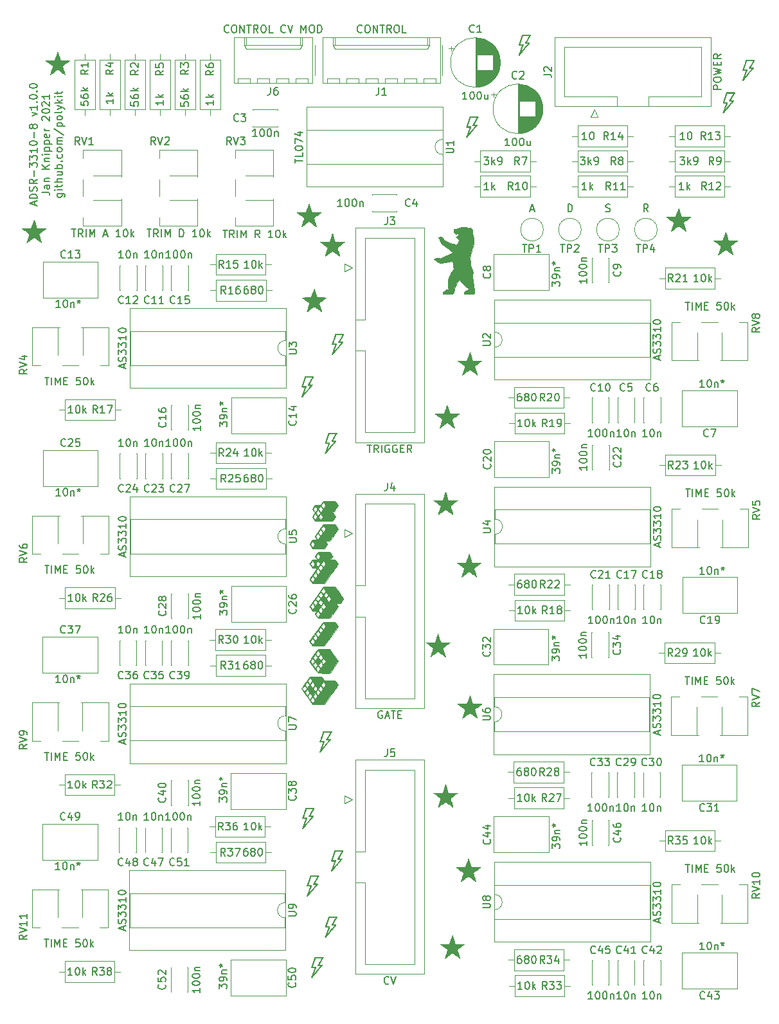
<source format=gbr>
%TF.GenerationSoftware,KiCad,Pcbnew,5.1.12-84ad8e8a86~92~ubuntu21.04.1*%
%TF.CreationDate,2021-11-06T20:53:58+01:00*%
%TF.ProjectId,adsr-3310-8,61647372-2d33-4333-9130-2d382e6b6963,v1.0.0*%
%TF.SameCoordinates,Original*%
%TF.FileFunction,Legend,Top*%
%TF.FilePolarity,Positive*%
%FSLAX46Y46*%
G04 Gerber Fmt 4.6, Leading zero omitted, Abs format (unit mm)*
G04 Created by KiCad (PCBNEW 5.1.12-84ad8e8a86~92~ubuntu21.04.1) date 2021-11-06 20:53:58*
%MOMM*%
%LPD*%
G01*
G04 APERTURE LIST*
%ADD10C,0.150000*%
%ADD11C,0.010000*%
%ADD12C,0.120000*%
G04 APERTURE END LIST*
D10*
X64516666Y-86800000D02*
X64516666Y-86323809D01*
X64802380Y-86895238D02*
X63802380Y-86561904D01*
X64802380Y-86228571D01*
X64802380Y-85895238D02*
X63802380Y-85895238D01*
X63802380Y-85657142D01*
X63850000Y-85514285D01*
X63945238Y-85419047D01*
X64040476Y-85371428D01*
X64230952Y-85323809D01*
X64373809Y-85323809D01*
X64564285Y-85371428D01*
X64659523Y-85419047D01*
X64754761Y-85514285D01*
X64802380Y-85657142D01*
X64802380Y-85895238D01*
X64754761Y-84942857D02*
X64802380Y-84800000D01*
X64802380Y-84561904D01*
X64754761Y-84466666D01*
X64707142Y-84419047D01*
X64611904Y-84371428D01*
X64516666Y-84371428D01*
X64421428Y-84419047D01*
X64373809Y-84466666D01*
X64326190Y-84561904D01*
X64278571Y-84752380D01*
X64230952Y-84847619D01*
X64183333Y-84895238D01*
X64088095Y-84942857D01*
X63992857Y-84942857D01*
X63897619Y-84895238D01*
X63850000Y-84847619D01*
X63802380Y-84752380D01*
X63802380Y-84514285D01*
X63850000Y-84371428D01*
X64802380Y-83371428D02*
X64326190Y-83704761D01*
X64802380Y-83942857D02*
X63802380Y-83942857D01*
X63802380Y-83561904D01*
X63850000Y-83466666D01*
X63897619Y-83419047D01*
X63992857Y-83371428D01*
X64135714Y-83371428D01*
X64230952Y-83419047D01*
X64278571Y-83466666D01*
X64326190Y-83561904D01*
X64326190Y-83942857D01*
X64421428Y-82942857D02*
X64421428Y-82180952D01*
X63802380Y-81800000D02*
X63802380Y-81180952D01*
X64183333Y-81514285D01*
X64183333Y-81371428D01*
X64230952Y-81276190D01*
X64278571Y-81228571D01*
X64373809Y-81180952D01*
X64611904Y-81180952D01*
X64707142Y-81228571D01*
X64754761Y-81276190D01*
X64802380Y-81371428D01*
X64802380Y-81657142D01*
X64754761Y-81752380D01*
X64707142Y-81800000D01*
X63802380Y-80847619D02*
X63802380Y-80228571D01*
X64183333Y-80561904D01*
X64183333Y-80419047D01*
X64230952Y-80323809D01*
X64278571Y-80276190D01*
X64373809Y-80228571D01*
X64611904Y-80228571D01*
X64707142Y-80276190D01*
X64754761Y-80323809D01*
X64802380Y-80419047D01*
X64802380Y-80704761D01*
X64754761Y-80800000D01*
X64707142Y-80847619D01*
X64802380Y-79276190D02*
X64802380Y-79847619D01*
X64802380Y-79561904D02*
X63802380Y-79561904D01*
X63945238Y-79657142D01*
X64040476Y-79752380D01*
X64088095Y-79847619D01*
X63802380Y-78657142D02*
X63802380Y-78561904D01*
X63850000Y-78466666D01*
X63897619Y-78419047D01*
X63992857Y-78371428D01*
X64183333Y-78323809D01*
X64421428Y-78323809D01*
X64611904Y-78371428D01*
X64707142Y-78419047D01*
X64754761Y-78466666D01*
X64802380Y-78561904D01*
X64802380Y-78657142D01*
X64754761Y-78752380D01*
X64707142Y-78800000D01*
X64611904Y-78847619D01*
X64421428Y-78895238D01*
X64183333Y-78895238D01*
X63992857Y-78847619D01*
X63897619Y-78800000D01*
X63850000Y-78752380D01*
X63802380Y-78657142D01*
X64421428Y-77895238D02*
X64421428Y-77133333D01*
X64230952Y-76514285D02*
X64183333Y-76609523D01*
X64135714Y-76657142D01*
X64040476Y-76704761D01*
X63992857Y-76704761D01*
X63897619Y-76657142D01*
X63850000Y-76609523D01*
X63802380Y-76514285D01*
X63802380Y-76323809D01*
X63850000Y-76228571D01*
X63897619Y-76180952D01*
X63992857Y-76133333D01*
X64040476Y-76133333D01*
X64135714Y-76180952D01*
X64183333Y-76228571D01*
X64230952Y-76323809D01*
X64230952Y-76514285D01*
X64278571Y-76609523D01*
X64326190Y-76657142D01*
X64421428Y-76704761D01*
X64611904Y-76704761D01*
X64707142Y-76657142D01*
X64754761Y-76609523D01*
X64802380Y-76514285D01*
X64802380Y-76323809D01*
X64754761Y-76228571D01*
X64707142Y-76180952D01*
X64611904Y-76133333D01*
X64421428Y-76133333D01*
X64326190Y-76180952D01*
X64278571Y-76228571D01*
X64230952Y-76323809D01*
X64135714Y-75038095D02*
X64802380Y-74800000D01*
X64135714Y-74561904D01*
X64802380Y-73657142D02*
X64802380Y-74228571D01*
X64802380Y-73942857D02*
X63802380Y-73942857D01*
X63945238Y-74038095D01*
X64040476Y-74133333D01*
X64088095Y-74228571D01*
X64707142Y-73228571D02*
X64754761Y-73180952D01*
X64802380Y-73228571D01*
X64754761Y-73276190D01*
X64707142Y-73228571D01*
X64802380Y-73228571D01*
X63802380Y-72561904D02*
X63802380Y-72466666D01*
X63850000Y-72371428D01*
X63897619Y-72323809D01*
X63992857Y-72276190D01*
X64183333Y-72228571D01*
X64421428Y-72228571D01*
X64611904Y-72276190D01*
X64707142Y-72323809D01*
X64754761Y-72371428D01*
X64802380Y-72466666D01*
X64802380Y-72561904D01*
X64754761Y-72657142D01*
X64707142Y-72704761D01*
X64611904Y-72752380D01*
X64421428Y-72800000D01*
X64183333Y-72800000D01*
X63992857Y-72752380D01*
X63897619Y-72704761D01*
X63850000Y-72657142D01*
X63802380Y-72561904D01*
X64707142Y-71800000D02*
X64754761Y-71752380D01*
X64802380Y-71800000D01*
X64754761Y-71847619D01*
X64707142Y-71800000D01*
X64802380Y-71800000D01*
X63802380Y-71133333D02*
X63802380Y-71038095D01*
X63850000Y-70942857D01*
X63897619Y-70895238D01*
X63992857Y-70847619D01*
X64183333Y-70800000D01*
X64421428Y-70800000D01*
X64611904Y-70847619D01*
X64707142Y-70895238D01*
X64754761Y-70942857D01*
X64802380Y-71038095D01*
X64802380Y-71133333D01*
X64754761Y-71228571D01*
X64707142Y-71276190D01*
X64611904Y-71323809D01*
X64421428Y-71371428D01*
X64183333Y-71371428D01*
X63992857Y-71323809D01*
X63897619Y-71276190D01*
X63850000Y-71228571D01*
X63802380Y-71133333D01*
X65452380Y-85061904D02*
X66166666Y-85061904D01*
X66309523Y-85109523D01*
X66404761Y-85204761D01*
X66452380Y-85347619D01*
X66452380Y-85442857D01*
X66452380Y-84157142D02*
X65928571Y-84157142D01*
X65833333Y-84204761D01*
X65785714Y-84300000D01*
X65785714Y-84490476D01*
X65833333Y-84585714D01*
X66404761Y-84157142D02*
X66452380Y-84252380D01*
X66452380Y-84490476D01*
X66404761Y-84585714D01*
X66309523Y-84633333D01*
X66214285Y-84633333D01*
X66119047Y-84585714D01*
X66071428Y-84490476D01*
X66071428Y-84252380D01*
X66023809Y-84157142D01*
X65785714Y-83680952D02*
X66452380Y-83680952D01*
X65880952Y-83680952D02*
X65833333Y-83633333D01*
X65785714Y-83538095D01*
X65785714Y-83395238D01*
X65833333Y-83300000D01*
X65928571Y-83252380D01*
X66452380Y-83252380D01*
X66452380Y-82014285D02*
X65452380Y-82014285D01*
X66452380Y-81442857D02*
X65880952Y-81871428D01*
X65452380Y-81442857D02*
X66023809Y-82014285D01*
X65785714Y-81014285D02*
X66452380Y-81014285D01*
X65880952Y-81014285D02*
X65833333Y-80966666D01*
X65785714Y-80871428D01*
X65785714Y-80728571D01*
X65833333Y-80633333D01*
X65928571Y-80585714D01*
X66452380Y-80585714D01*
X66452380Y-80109523D02*
X65785714Y-80109523D01*
X65452380Y-80109523D02*
X65500000Y-80157142D01*
X65547619Y-80109523D01*
X65500000Y-80061904D01*
X65452380Y-80109523D01*
X65547619Y-80109523D01*
X65785714Y-79633333D02*
X66785714Y-79633333D01*
X65833333Y-79633333D02*
X65785714Y-79538095D01*
X65785714Y-79347619D01*
X65833333Y-79252380D01*
X65880952Y-79204761D01*
X65976190Y-79157142D01*
X66261904Y-79157142D01*
X66357142Y-79204761D01*
X66404761Y-79252380D01*
X66452380Y-79347619D01*
X66452380Y-79538095D01*
X66404761Y-79633333D01*
X65785714Y-78728571D02*
X66785714Y-78728571D01*
X65833333Y-78728571D02*
X65785714Y-78633333D01*
X65785714Y-78442857D01*
X65833333Y-78347619D01*
X65880952Y-78300000D01*
X65976190Y-78252380D01*
X66261904Y-78252380D01*
X66357142Y-78300000D01*
X66404761Y-78347619D01*
X66452380Y-78442857D01*
X66452380Y-78633333D01*
X66404761Y-78728571D01*
X66404761Y-77442857D02*
X66452380Y-77538095D01*
X66452380Y-77728571D01*
X66404761Y-77823809D01*
X66309523Y-77871428D01*
X65928571Y-77871428D01*
X65833333Y-77823809D01*
X65785714Y-77728571D01*
X65785714Y-77538095D01*
X65833333Y-77442857D01*
X65928571Y-77395238D01*
X66023809Y-77395238D01*
X66119047Y-77871428D01*
X66452380Y-76966666D02*
X65785714Y-76966666D01*
X65976190Y-76966666D02*
X65880952Y-76919047D01*
X65833333Y-76871428D01*
X65785714Y-76776190D01*
X65785714Y-76680952D01*
X65547619Y-75633333D02*
X65500000Y-75585714D01*
X65452380Y-75490476D01*
X65452380Y-75252380D01*
X65500000Y-75157142D01*
X65547619Y-75109523D01*
X65642857Y-75061904D01*
X65738095Y-75061904D01*
X65880952Y-75109523D01*
X66452380Y-75680952D01*
X66452380Y-75061904D01*
X65452380Y-74442857D02*
X65452380Y-74347619D01*
X65500000Y-74252380D01*
X65547619Y-74204761D01*
X65642857Y-74157142D01*
X65833333Y-74109523D01*
X66071428Y-74109523D01*
X66261904Y-74157142D01*
X66357142Y-74204761D01*
X66404761Y-74252380D01*
X66452380Y-74347619D01*
X66452380Y-74442857D01*
X66404761Y-74538095D01*
X66357142Y-74585714D01*
X66261904Y-74633333D01*
X66071428Y-74680952D01*
X65833333Y-74680952D01*
X65642857Y-74633333D01*
X65547619Y-74585714D01*
X65500000Y-74538095D01*
X65452380Y-74442857D01*
X65547619Y-73728571D02*
X65500000Y-73680952D01*
X65452380Y-73585714D01*
X65452380Y-73347619D01*
X65500000Y-73252380D01*
X65547619Y-73204761D01*
X65642857Y-73157142D01*
X65738095Y-73157142D01*
X65880952Y-73204761D01*
X66452380Y-73776190D01*
X66452380Y-73157142D01*
X66452380Y-72204761D02*
X66452380Y-72776190D01*
X66452380Y-72490476D02*
X65452380Y-72490476D01*
X65595238Y-72585714D01*
X65690476Y-72680952D01*
X65738095Y-72776190D01*
X67435714Y-85252380D02*
X68245238Y-85252380D01*
X68340476Y-85300000D01*
X68388095Y-85347619D01*
X68435714Y-85442857D01*
X68435714Y-85585714D01*
X68388095Y-85680952D01*
X68054761Y-85252380D02*
X68102380Y-85347619D01*
X68102380Y-85538095D01*
X68054761Y-85633333D01*
X68007142Y-85680952D01*
X67911904Y-85728571D01*
X67626190Y-85728571D01*
X67530952Y-85680952D01*
X67483333Y-85633333D01*
X67435714Y-85538095D01*
X67435714Y-85347619D01*
X67483333Y-85252380D01*
X68102380Y-84776190D02*
X67435714Y-84776190D01*
X67102380Y-84776190D02*
X67150000Y-84823809D01*
X67197619Y-84776190D01*
X67150000Y-84728571D01*
X67102380Y-84776190D01*
X67197619Y-84776190D01*
X67435714Y-84442857D02*
X67435714Y-84061904D01*
X67102380Y-84300000D02*
X67959523Y-84300000D01*
X68054761Y-84252380D01*
X68102380Y-84157142D01*
X68102380Y-84061904D01*
X68102380Y-83728571D02*
X67102380Y-83728571D01*
X68102380Y-83300000D02*
X67578571Y-83300000D01*
X67483333Y-83347619D01*
X67435714Y-83442857D01*
X67435714Y-83585714D01*
X67483333Y-83680952D01*
X67530952Y-83728571D01*
X67435714Y-82395238D02*
X68102380Y-82395238D01*
X67435714Y-82823809D02*
X67959523Y-82823809D01*
X68054761Y-82776190D01*
X68102380Y-82680952D01*
X68102380Y-82538095D01*
X68054761Y-82442857D01*
X68007142Y-82395238D01*
X68102380Y-81919047D02*
X67102380Y-81919047D01*
X67483333Y-81919047D02*
X67435714Y-81823809D01*
X67435714Y-81633333D01*
X67483333Y-81538095D01*
X67530952Y-81490476D01*
X67626190Y-81442857D01*
X67911904Y-81442857D01*
X68007142Y-81490476D01*
X68054761Y-81538095D01*
X68102380Y-81633333D01*
X68102380Y-81823809D01*
X68054761Y-81919047D01*
X68007142Y-81014285D02*
X68054761Y-80966666D01*
X68102380Y-81014285D01*
X68054761Y-81061904D01*
X68007142Y-81014285D01*
X68102380Y-81014285D01*
X68054761Y-80109523D02*
X68102380Y-80204761D01*
X68102380Y-80395238D01*
X68054761Y-80490476D01*
X68007142Y-80538095D01*
X67911904Y-80585714D01*
X67626190Y-80585714D01*
X67530952Y-80538095D01*
X67483333Y-80490476D01*
X67435714Y-80395238D01*
X67435714Y-80204761D01*
X67483333Y-80109523D01*
X68102380Y-79538095D02*
X68054761Y-79633333D01*
X68007142Y-79680952D01*
X67911904Y-79728571D01*
X67626190Y-79728571D01*
X67530952Y-79680952D01*
X67483333Y-79633333D01*
X67435714Y-79538095D01*
X67435714Y-79395238D01*
X67483333Y-79300000D01*
X67530952Y-79252380D01*
X67626190Y-79204761D01*
X67911904Y-79204761D01*
X68007142Y-79252380D01*
X68054761Y-79300000D01*
X68102380Y-79395238D01*
X68102380Y-79538095D01*
X68102380Y-78776190D02*
X67435714Y-78776190D01*
X67530952Y-78776190D02*
X67483333Y-78728571D01*
X67435714Y-78633333D01*
X67435714Y-78490476D01*
X67483333Y-78395238D01*
X67578571Y-78347619D01*
X68102380Y-78347619D01*
X67578571Y-78347619D02*
X67483333Y-78300000D01*
X67435714Y-78204761D01*
X67435714Y-78061904D01*
X67483333Y-77966666D01*
X67578571Y-77919047D01*
X68102380Y-77919047D01*
X67054761Y-76728571D02*
X68340476Y-77585714D01*
X67435714Y-76395238D02*
X68435714Y-76395238D01*
X67483333Y-76395238D02*
X67435714Y-76300000D01*
X67435714Y-76109523D01*
X67483333Y-76014285D01*
X67530952Y-75966666D01*
X67626190Y-75919047D01*
X67911904Y-75919047D01*
X68007142Y-75966666D01*
X68054761Y-76014285D01*
X68102380Y-76109523D01*
X68102380Y-76300000D01*
X68054761Y-76395238D01*
X68102380Y-75347619D02*
X68054761Y-75442857D01*
X68007142Y-75490476D01*
X67911904Y-75538095D01*
X67626190Y-75538095D01*
X67530952Y-75490476D01*
X67483333Y-75442857D01*
X67435714Y-75347619D01*
X67435714Y-75204761D01*
X67483333Y-75109523D01*
X67530952Y-75061904D01*
X67626190Y-75014285D01*
X67911904Y-75014285D01*
X68007142Y-75061904D01*
X68054761Y-75109523D01*
X68102380Y-75204761D01*
X68102380Y-75347619D01*
X68102380Y-74442857D02*
X68054761Y-74538095D01*
X67959523Y-74585714D01*
X67102380Y-74585714D01*
X67435714Y-74157142D02*
X68102380Y-73919047D01*
X67435714Y-73680952D02*
X68102380Y-73919047D01*
X68340476Y-74014285D01*
X68388095Y-74061904D01*
X68435714Y-74157142D01*
X68102380Y-73300000D02*
X67102380Y-73300000D01*
X67721428Y-73204761D02*
X68102380Y-72919047D01*
X67435714Y-72919047D02*
X67816666Y-73300000D01*
X68102380Y-72490476D02*
X67435714Y-72490476D01*
X67102380Y-72490476D02*
X67150000Y-72538095D01*
X67197619Y-72490476D01*
X67150000Y-72442857D01*
X67102380Y-72490476D01*
X67197619Y-72490476D01*
X67435714Y-72157142D02*
X67435714Y-71776190D01*
X67102380Y-72014285D02*
X67959523Y-72014285D01*
X68054761Y-71966666D01*
X68102380Y-71871428D01*
X68102380Y-71776190D01*
D11*
%TO.C,G\u002A\u002A\u002A*%
G36*
X102462407Y-185739634D02*
G01*
X102474713Y-185757117D01*
X102477191Y-185776064D01*
X102470018Y-185798059D01*
X102469152Y-185799768D01*
X102465116Y-185806984D01*
X102456170Y-185822583D01*
X102442750Y-185845812D01*
X102425294Y-185875921D01*
X102404238Y-185912158D01*
X102380019Y-185953773D01*
X102353074Y-186000013D01*
X102323840Y-186050129D01*
X102292753Y-186103369D01*
X102260251Y-186158981D01*
X102259268Y-186160662D01*
X102224537Y-186220060D01*
X102189553Y-186279894D01*
X102154964Y-186339057D01*
X102121415Y-186396443D01*
X102089553Y-186450946D01*
X102060025Y-186501459D01*
X102033478Y-186546876D01*
X102010559Y-186586090D01*
X101991914Y-186617997D01*
X101982369Y-186634333D01*
X101906632Y-186763979D01*
X102107445Y-186766625D01*
X102158799Y-186767313D01*
X102200622Y-186767937D01*
X102233964Y-186768570D01*
X102259878Y-186769283D01*
X102279414Y-186770148D01*
X102293623Y-186771238D01*
X102303557Y-186772624D01*
X102310266Y-186774379D01*
X102314802Y-186776574D01*
X102318216Y-186779281D01*
X102320186Y-186781204D01*
X102329970Y-186797334D01*
X102332113Y-186813469D01*
X102331791Y-186817804D01*
X102330513Y-186822738D01*
X102327810Y-186828871D01*
X102323215Y-186836802D01*
X102316258Y-186847134D01*
X102306471Y-186860466D01*
X102293386Y-186877400D01*
X102276534Y-186898535D01*
X102255448Y-186924472D01*
X102229658Y-186955813D01*
X102198696Y-186993157D01*
X102162093Y-187037106D01*
X102119382Y-187088259D01*
X102095870Y-187116390D01*
X102014275Y-187213989D01*
X101938488Y-187304631D01*
X101867534Y-187389482D01*
X101800440Y-187469707D01*
X101736229Y-187546473D01*
X101673926Y-187620944D01*
X101612556Y-187694287D01*
X101551145Y-187767667D01*
X101488716Y-187842250D01*
X101469969Y-187864646D01*
X101436654Y-187904443D01*
X101398166Y-187950425D01*
X101356121Y-188000659D01*
X101312135Y-188053213D01*
X101267827Y-188106155D01*
X101224814Y-188157551D01*
X101184713Y-188205471D01*
X101174827Y-188217285D01*
X101141818Y-188256612D01*
X101110472Y-188293730D01*
X101081519Y-188327790D01*
X101055693Y-188357938D01*
X101033726Y-188383325D01*
X101016349Y-188403099D01*
X101004297Y-188416410D01*
X100998389Y-188422337D01*
X100978797Y-188432222D01*
X100959142Y-188431636D01*
X100940350Y-188420645D01*
X100937592Y-188418032D01*
X100926959Y-188403985D01*
X100922181Y-188390467D01*
X100922125Y-188389176D01*
X100923935Y-188381661D01*
X100929126Y-188365265D01*
X100937338Y-188341005D01*
X100948211Y-188309899D01*
X100961384Y-188272966D01*
X100976497Y-188231223D01*
X100993191Y-188185689D01*
X101011105Y-188137383D01*
X101012574Y-188133446D01*
X101034501Y-188074701D01*
X101058604Y-188010135D01*
X101083946Y-187942257D01*
X101109591Y-187873578D01*
X101134600Y-187806606D01*
X101158037Y-187743851D01*
X101178965Y-187687823D01*
X101184074Y-187674146D01*
X101204359Y-187619846D01*
X101226296Y-187561121D01*
X101248988Y-187500370D01*
X101271542Y-187439989D01*
X101293060Y-187382376D01*
X101312647Y-187329930D01*
X101329104Y-187285863D01*
X101344116Y-187245536D01*
X101357875Y-187208323D01*
X101369957Y-187175394D01*
X101379937Y-187147916D01*
X101387391Y-187127059D01*
X101391892Y-187113991D01*
X101393083Y-187109915D01*
X101387978Y-187108881D01*
X101373413Y-187107929D01*
X101350511Y-187107084D01*
X101320394Y-187106373D01*
X101284184Y-187105821D01*
X101243005Y-187105454D01*
X101197980Y-187105296D01*
X101189184Y-187105292D01*
X101133453Y-187105249D01*
X101087331Y-187105039D01*
X101049843Y-187104534D01*
X101020015Y-187103608D01*
X100996871Y-187102137D01*
X100979438Y-187099994D01*
X100966740Y-187097053D01*
X100957803Y-187093188D01*
X100951653Y-187088273D01*
X100947315Y-187082183D01*
X100943813Y-187074792D01*
X100943286Y-187073530D01*
X100938920Y-187056173D01*
X100941528Y-187037831D01*
X100941720Y-187037160D01*
X100944242Y-187029281D01*
X100949899Y-187012158D01*
X100952481Y-187004411D01*
X101055202Y-187004411D01*
X101272230Y-187005903D01*
X101489257Y-187007396D01*
X101502024Y-187022243D01*
X101511428Y-187038016D01*
X101514791Y-187053040D01*
X101512977Y-187061188D01*
X101507786Y-187078157D01*
X101499591Y-187102872D01*
X101488769Y-187134258D01*
X101475693Y-187171239D01*
X101460738Y-187212742D01*
X101444279Y-187257691D01*
X101430494Y-187294839D01*
X101411842Y-187344802D01*
X101390224Y-187402695D01*
X101366379Y-187466538D01*
X101341049Y-187534348D01*
X101314972Y-187604144D01*
X101288891Y-187673944D01*
X101263545Y-187741765D01*
X101239675Y-187805627D01*
X101234702Y-187818929D01*
X101211443Y-187881149D01*
X101191625Y-187934188D01*
X101174981Y-187978779D01*
X101161248Y-188015655D01*
X101150160Y-188045549D01*
X101141452Y-188069194D01*
X101134858Y-188087321D01*
X101130115Y-188100665D01*
X101126956Y-188109958D01*
X101125116Y-188115933D01*
X101124331Y-188119322D01*
X101124335Y-188120858D01*
X101124863Y-188121274D01*
X101125315Y-188121292D01*
X101129008Y-188117352D01*
X101138858Y-188106026D01*
X101154239Y-188088051D01*
X101174526Y-188064167D01*
X101199096Y-188035111D01*
X101227322Y-188001623D01*
X101258580Y-187964440D01*
X101292245Y-187924301D01*
X101311846Y-187900890D01*
X101350810Y-187854327D01*
X101391112Y-187806165D01*
X101431595Y-187757788D01*
X101471104Y-187710578D01*
X101508480Y-187665917D01*
X101542567Y-187625189D01*
X101572209Y-187589774D01*
X101596247Y-187561056D01*
X101596812Y-187560381D01*
X101678504Y-187462776D01*
X101753508Y-187373129D01*
X101821946Y-187291293D01*
X101883938Y-187217125D01*
X101939607Y-187150479D01*
X101989072Y-187091209D01*
X102032455Y-187039170D01*
X102069876Y-186994217D01*
X102101457Y-186956205D01*
X102127319Y-186924988D01*
X102147583Y-186900421D01*
X102162369Y-186882359D01*
X102171799Y-186870656D01*
X102175993Y-186865168D01*
X102176250Y-186864701D01*
X102171157Y-186864045D01*
X102156678Y-186863442D01*
X102134008Y-186862911D01*
X102104345Y-186862471D01*
X102068883Y-186862140D01*
X102028820Y-186861935D01*
X101990693Y-186861875D01*
X101932219Y-186861703D01*
X101883900Y-186861188D01*
X101845823Y-186860334D01*
X101818078Y-186859143D01*
X101800752Y-186857617D01*
X101794454Y-186856157D01*
X101782497Y-186844626D01*
X101774513Y-186827484D01*
X101772270Y-186809476D01*
X101773979Y-186801293D01*
X101777657Y-186794023D01*
X101786127Y-186778620D01*
X101798822Y-186756077D01*
X101815174Y-186727386D01*
X101834617Y-186693540D01*
X101856581Y-186655532D01*
X101880500Y-186614354D01*
X101898930Y-186582759D01*
X101957373Y-186482738D01*
X102010683Y-186391489D01*
X102059070Y-186308651D01*
X102102744Y-186233861D01*
X102141918Y-186166759D01*
X102176801Y-186106981D01*
X102207604Y-186054166D01*
X102234538Y-186007952D01*
X102257814Y-185967976D01*
X102277643Y-185933877D01*
X102294234Y-185905293D01*
X102307800Y-185881861D01*
X102318551Y-185863220D01*
X102326697Y-185849007D01*
X102332449Y-185838861D01*
X102336019Y-185832420D01*
X102337616Y-185829321D01*
X102337696Y-185829130D01*
X102336720Y-185827846D01*
X102332340Y-185826723D01*
X102323950Y-185825753D01*
X102310944Y-185824925D01*
X102292717Y-185824231D01*
X102268664Y-185823661D01*
X102238179Y-185823206D01*
X102200657Y-185822856D01*
X102155492Y-185822602D01*
X102102079Y-185822435D01*
X102039812Y-185822345D01*
X101968087Y-185822324D01*
X101898647Y-185822352D01*
X101831233Y-185822424D01*
X101766904Y-185822546D01*
X101706441Y-185822714D01*
X101650623Y-185822922D01*
X101600231Y-185823167D01*
X101556045Y-185823444D01*
X101518844Y-185823748D01*
X101489410Y-185824074D01*
X101468523Y-185824418D01*
X101456962Y-185824775D01*
X101454823Y-185824998D01*
X101452594Y-185830504D01*
X101447556Y-185844525D01*
X101440240Y-185865531D01*
X101431177Y-185891995D01*
X101420897Y-185922387D01*
X101418159Y-185930542D01*
X101409942Y-185955006D01*
X101399020Y-185987469D01*
X101385690Y-186027050D01*
X101370248Y-186072869D01*
X101352992Y-186124046D01*
X101334220Y-186179701D01*
X101314228Y-186238954D01*
X101293313Y-186300924D01*
X101271774Y-186364731D01*
X101249907Y-186429495D01*
X101228009Y-186494337D01*
X101206379Y-186558375D01*
X101185312Y-186620731D01*
X101165106Y-186680523D01*
X101146059Y-186736872D01*
X101128467Y-186788897D01*
X101112629Y-186835718D01*
X101098840Y-186876456D01*
X101087399Y-186910229D01*
X101078603Y-186936159D01*
X101072749Y-186953364D01*
X101071066Y-186958278D01*
X101055202Y-187004411D01*
X100952481Y-187004411D01*
X100958428Y-186986572D01*
X100969565Y-186953304D01*
X100983050Y-186913133D01*
X100998620Y-186866840D01*
X101016013Y-186815206D01*
X101034965Y-186759010D01*
X101055215Y-186699032D01*
X101076501Y-186636054D01*
X101088718Y-186599937D01*
X101112553Y-186529464D01*
X101137030Y-186457038D01*
X101161699Y-186383993D01*
X101186112Y-186311660D01*
X101209819Y-186241371D01*
X101232372Y-186174460D01*
X101253320Y-186112258D01*
X101272215Y-186056098D01*
X101288607Y-186007311D01*
X101301916Y-185967622D01*
X101320290Y-185913008D01*
X101335764Y-185867629D01*
X101348659Y-185830638D01*
X101359294Y-185801189D01*
X101367988Y-185778435D01*
X101375061Y-185761528D01*
X101380832Y-185749623D01*
X101385622Y-185741872D01*
X101388261Y-185738757D01*
X101402852Y-185724167D01*
X102446939Y-185724167D01*
X102462407Y-185739634D01*
G37*
X102462407Y-185739634D02*
X102474713Y-185757117D01*
X102477191Y-185776064D01*
X102470018Y-185798059D01*
X102469152Y-185799768D01*
X102465116Y-185806984D01*
X102456170Y-185822583D01*
X102442750Y-185845812D01*
X102425294Y-185875921D01*
X102404238Y-185912158D01*
X102380019Y-185953773D01*
X102353074Y-186000013D01*
X102323840Y-186050129D01*
X102292753Y-186103369D01*
X102260251Y-186158981D01*
X102259268Y-186160662D01*
X102224537Y-186220060D01*
X102189553Y-186279894D01*
X102154964Y-186339057D01*
X102121415Y-186396443D01*
X102089553Y-186450946D01*
X102060025Y-186501459D01*
X102033478Y-186546876D01*
X102010559Y-186586090D01*
X101991914Y-186617997D01*
X101982369Y-186634333D01*
X101906632Y-186763979D01*
X102107445Y-186766625D01*
X102158799Y-186767313D01*
X102200622Y-186767937D01*
X102233964Y-186768570D01*
X102259878Y-186769283D01*
X102279414Y-186770148D01*
X102293623Y-186771238D01*
X102303557Y-186772624D01*
X102310266Y-186774379D01*
X102314802Y-186776574D01*
X102318216Y-186779281D01*
X102320186Y-186781204D01*
X102329970Y-186797334D01*
X102332113Y-186813469D01*
X102331791Y-186817804D01*
X102330513Y-186822738D01*
X102327810Y-186828871D01*
X102323215Y-186836802D01*
X102316258Y-186847134D01*
X102306471Y-186860466D01*
X102293386Y-186877400D01*
X102276534Y-186898535D01*
X102255448Y-186924472D01*
X102229658Y-186955813D01*
X102198696Y-186993157D01*
X102162093Y-187037106D01*
X102119382Y-187088259D01*
X102095870Y-187116390D01*
X102014275Y-187213989D01*
X101938488Y-187304631D01*
X101867534Y-187389482D01*
X101800440Y-187469707D01*
X101736229Y-187546473D01*
X101673926Y-187620944D01*
X101612556Y-187694287D01*
X101551145Y-187767667D01*
X101488716Y-187842250D01*
X101469969Y-187864646D01*
X101436654Y-187904443D01*
X101398166Y-187950425D01*
X101356121Y-188000659D01*
X101312135Y-188053213D01*
X101267827Y-188106155D01*
X101224814Y-188157551D01*
X101184713Y-188205471D01*
X101174827Y-188217285D01*
X101141818Y-188256612D01*
X101110472Y-188293730D01*
X101081519Y-188327790D01*
X101055693Y-188357938D01*
X101033726Y-188383325D01*
X101016349Y-188403099D01*
X101004297Y-188416410D01*
X100998389Y-188422337D01*
X100978797Y-188432222D01*
X100959142Y-188431636D01*
X100940350Y-188420645D01*
X100937592Y-188418032D01*
X100926959Y-188403985D01*
X100922181Y-188390467D01*
X100922125Y-188389176D01*
X100923935Y-188381661D01*
X100929126Y-188365265D01*
X100937338Y-188341005D01*
X100948211Y-188309899D01*
X100961384Y-188272966D01*
X100976497Y-188231223D01*
X100993191Y-188185689D01*
X101011105Y-188137383D01*
X101012574Y-188133446D01*
X101034501Y-188074701D01*
X101058604Y-188010135D01*
X101083946Y-187942257D01*
X101109591Y-187873578D01*
X101134600Y-187806606D01*
X101158037Y-187743851D01*
X101178965Y-187687823D01*
X101184074Y-187674146D01*
X101204359Y-187619846D01*
X101226296Y-187561121D01*
X101248988Y-187500370D01*
X101271542Y-187439989D01*
X101293060Y-187382376D01*
X101312647Y-187329930D01*
X101329104Y-187285863D01*
X101344116Y-187245536D01*
X101357875Y-187208323D01*
X101369957Y-187175394D01*
X101379937Y-187147916D01*
X101387391Y-187127059D01*
X101391892Y-187113991D01*
X101393083Y-187109915D01*
X101387978Y-187108881D01*
X101373413Y-187107929D01*
X101350511Y-187107084D01*
X101320394Y-187106373D01*
X101284184Y-187105821D01*
X101243005Y-187105454D01*
X101197980Y-187105296D01*
X101189184Y-187105292D01*
X101133453Y-187105249D01*
X101087331Y-187105039D01*
X101049843Y-187104534D01*
X101020015Y-187103608D01*
X100996871Y-187102137D01*
X100979438Y-187099994D01*
X100966740Y-187097053D01*
X100957803Y-187093188D01*
X100951653Y-187088273D01*
X100947315Y-187082183D01*
X100943813Y-187074792D01*
X100943286Y-187073530D01*
X100938920Y-187056173D01*
X100941528Y-187037831D01*
X100941720Y-187037160D01*
X100944242Y-187029281D01*
X100949899Y-187012158D01*
X100952481Y-187004411D01*
X101055202Y-187004411D01*
X101272230Y-187005903D01*
X101489257Y-187007396D01*
X101502024Y-187022243D01*
X101511428Y-187038016D01*
X101514791Y-187053040D01*
X101512977Y-187061188D01*
X101507786Y-187078157D01*
X101499591Y-187102872D01*
X101488769Y-187134258D01*
X101475693Y-187171239D01*
X101460738Y-187212742D01*
X101444279Y-187257691D01*
X101430494Y-187294839D01*
X101411842Y-187344802D01*
X101390224Y-187402695D01*
X101366379Y-187466538D01*
X101341049Y-187534348D01*
X101314972Y-187604144D01*
X101288891Y-187673944D01*
X101263545Y-187741765D01*
X101239675Y-187805627D01*
X101234702Y-187818929D01*
X101211443Y-187881149D01*
X101191625Y-187934188D01*
X101174981Y-187978779D01*
X101161248Y-188015655D01*
X101150160Y-188045549D01*
X101141452Y-188069194D01*
X101134858Y-188087321D01*
X101130115Y-188100665D01*
X101126956Y-188109958D01*
X101125116Y-188115933D01*
X101124331Y-188119322D01*
X101124335Y-188120858D01*
X101124863Y-188121274D01*
X101125315Y-188121292D01*
X101129008Y-188117352D01*
X101138858Y-188106026D01*
X101154239Y-188088051D01*
X101174526Y-188064167D01*
X101199096Y-188035111D01*
X101227322Y-188001623D01*
X101258580Y-187964440D01*
X101292245Y-187924301D01*
X101311846Y-187900890D01*
X101350810Y-187854327D01*
X101391112Y-187806165D01*
X101431595Y-187757788D01*
X101471104Y-187710578D01*
X101508480Y-187665917D01*
X101542567Y-187625189D01*
X101572209Y-187589774D01*
X101596247Y-187561056D01*
X101596812Y-187560381D01*
X101678504Y-187462776D01*
X101753508Y-187373129D01*
X101821946Y-187291293D01*
X101883938Y-187217125D01*
X101939607Y-187150479D01*
X101989072Y-187091209D01*
X102032455Y-187039170D01*
X102069876Y-186994217D01*
X102101457Y-186956205D01*
X102127319Y-186924988D01*
X102147583Y-186900421D01*
X102162369Y-186882359D01*
X102171799Y-186870656D01*
X102175993Y-186865168D01*
X102176250Y-186864701D01*
X102171157Y-186864045D01*
X102156678Y-186863442D01*
X102134008Y-186862911D01*
X102104345Y-186862471D01*
X102068883Y-186862140D01*
X102028820Y-186861935D01*
X101990693Y-186861875D01*
X101932219Y-186861703D01*
X101883900Y-186861188D01*
X101845823Y-186860334D01*
X101818078Y-186859143D01*
X101800752Y-186857617D01*
X101794454Y-186856157D01*
X101782497Y-186844626D01*
X101774513Y-186827484D01*
X101772270Y-186809476D01*
X101773979Y-186801293D01*
X101777657Y-186794023D01*
X101786127Y-186778620D01*
X101798822Y-186756077D01*
X101815174Y-186727386D01*
X101834617Y-186693540D01*
X101856581Y-186655532D01*
X101880500Y-186614354D01*
X101898930Y-186582759D01*
X101957373Y-186482738D01*
X102010683Y-186391489D01*
X102059070Y-186308651D01*
X102102744Y-186233861D01*
X102141918Y-186166759D01*
X102176801Y-186106981D01*
X102207604Y-186054166D01*
X102234538Y-186007952D01*
X102257814Y-185967976D01*
X102277643Y-185933877D01*
X102294234Y-185905293D01*
X102307800Y-185881861D01*
X102318551Y-185863220D01*
X102326697Y-185849007D01*
X102332449Y-185838861D01*
X102336019Y-185832420D01*
X102337616Y-185829321D01*
X102337696Y-185829130D01*
X102336720Y-185827846D01*
X102332340Y-185826723D01*
X102323950Y-185825753D01*
X102310944Y-185824925D01*
X102292717Y-185824231D01*
X102268664Y-185823661D01*
X102238179Y-185823206D01*
X102200657Y-185822856D01*
X102155492Y-185822602D01*
X102102079Y-185822435D01*
X102039812Y-185822345D01*
X101968087Y-185822324D01*
X101898647Y-185822352D01*
X101831233Y-185822424D01*
X101766904Y-185822546D01*
X101706441Y-185822714D01*
X101650623Y-185822922D01*
X101600231Y-185823167D01*
X101556045Y-185823444D01*
X101518844Y-185823748D01*
X101489410Y-185824074D01*
X101468523Y-185824418D01*
X101456962Y-185824775D01*
X101454823Y-185824998D01*
X101452594Y-185830504D01*
X101447556Y-185844525D01*
X101440240Y-185865531D01*
X101431177Y-185891995D01*
X101420897Y-185922387D01*
X101418159Y-185930542D01*
X101409942Y-185955006D01*
X101399020Y-185987469D01*
X101385690Y-186027050D01*
X101370248Y-186072869D01*
X101352992Y-186124046D01*
X101334220Y-186179701D01*
X101314228Y-186238954D01*
X101293313Y-186300924D01*
X101271774Y-186364731D01*
X101249907Y-186429495D01*
X101228009Y-186494337D01*
X101206379Y-186558375D01*
X101185312Y-186620731D01*
X101165106Y-186680523D01*
X101146059Y-186736872D01*
X101128467Y-186788897D01*
X101112629Y-186835718D01*
X101098840Y-186876456D01*
X101087399Y-186910229D01*
X101078603Y-186936159D01*
X101072749Y-186953364D01*
X101071066Y-186958278D01*
X101055202Y-187004411D01*
X100952481Y-187004411D01*
X100958428Y-186986572D01*
X100969565Y-186953304D01*
X100983050Y-186913133D01*
X100998620Y-186866840D01*
X101016013Y-186815206D01*
X101034965Y-186759010D01*
X101055215Y-186699032D01*
X101076501Y-186636054D01*
X101088718Y-186599937D01*
X101112553Y-186529464D01*
X101137030Y-186457038D01*
X101161699Y-186383993D01*
X101186112Y-186311660D01*
X101209819Y-186241371D01*
X101232372Y-186174460D01*
X101253320Y-186112258D01*
X101272215Y-186056098D01*
X101288607Y-186007311D01*
X101301916Y-185967622D01*
X101320290Y-185913008D01*
X101335764Y-185867629D01*
X101348659Y-185830638D01*
X101359294Y-185801189D01*
X101367988Y-185778435D01*
X101375061Y-185761528D01*
X101380832Y-185749623D01*
X101385622Y-185741872D01*
X101388261Y-185738757D01*
X101402852Y-185724167D01*
X102446939Y-185724167D01*
X102462407Y-185739634D01*
G36*
X104262407Y-180439634D02*
G01*
X104274713Y-180457117D01*
X104277191Y-180476064D01*
X104270018Y-180498059D01*
X104269152Y-180499768D01*
X104265116Y-180506984D01*
X104256170Y-180522583D01*
X104242750Y-180545812D01*
X104225294Y-180575921D01*
X104204238Y-180612158D01*
X104180019Y-180653773D01*
X104153074Y-180700013D01*
X104123840Y-180750129D01*
X104092753Y-180803369D01*
X104060251Y-180858981D01*
X104059268Y-180860662D01*
X104024537Y-180920060D01*
X103989553Y-180979894D01*
X103954964Y-181039057D01*
X103921415Y-181096443D01*
X103889553Y-181150946D01*
X103860025Y-181201459D01*
X103833478Y-181246876D01*
X103810559Y-181286090D01*
X103791914Y-181317997D01*
X103782369Y-181334333D01*
X103706632Y-181463979D01*
X103907445Y-181466625D01*
X103958799Y-181467313D01*
X104000622Y-181467937D01*
X104033964Y-181468570D01*
X104059878Y-181469283D01*
X104079414Y-181470148D01*
X104093623Y-181471238D01*
X104103557Y-181472624D01*
X104110266Y-181474379D01*
X104114802Y-181476574D01*
X104118216Y-181479281D01*
X104120186Y-181481204D01*
X104129970Y-181497334D01*
X104132113Y-181513469D01*
X104131791Y-181517804D01*
X104130513Y-181522738D01*
X104127810Y-181528871D01*
X104123215Y-181536802D01*
X104116258Y-181547134D01*
X104106471Y-181560466D01*
X104093386Y-181577400D01*
X104076534Y-181598535D01*
X104055448Y-181624472D01*
X104029658Y-181655813D01*
X103998696Y-181693157D01*
X103962093Y-181737106D01*
X103919382Y-181788259D01*
X103895870Y-181816390D01*
X103814275Y-181913989D01*
X103738488Y-182004631D01*
X103667534Y-182089482D01*
X103600440Y-182169707D01*
X103536229Y-182246473D01*
X103473926Y-182320944D01*
X103412556Y-182394287D01*
X103351145Y-182467667D01*
X103288716Y-182542250D01*
X103269969Y-182564646D01*
X103236654Y-182604443D01*
X103198166Y-182650425D01*
X103156121Y-182700659D01*
X103112135Y-182753213D01*
X103067827Y-182806155D01*
X103024814Y-182857551D01*
X102984713Y-182905471D01*
X102974827Y-182917285D01*
X102941818Y-182956612D01*
X102910472Y-182993730D01*
X102881519Y-183027790D01*
X102855693Y-183057938D01*
X102833726Y-183083325D01*
X102816349Y-183103099D01*
X102804297Y-183116410D01*
X102798389Y-183122337D01*
X102778797Y-183132222D01*
X102759142Y-183131636D01*
X102740350Y-183120645D01*
X102737592Y-183118032D01*
X102726959Y-183103985D01*
X102722181Y-183090467D01*
X102722125Y-183089176D01*
X102723935Y-183081661D01*
X102729126Y-183065265D01*
X102737338Y-183041005D01*
X102748211Y-183009899D01*
X102761384Y-182972966D01*
X102776497Y-182931223D01*
X102793191Y-182885689D01*
X102811105Y-182837383D01*
X102812574Y-182833446D01*
X102834501Y-182774701D01*
X102858604Y-182710135D01*
X102883946Y-182642257D01*
X102909591Y-182573578D01*
X102934600Y-182506606D01*
X102958037Y-182443851D01*
X102978965Y-182387823D01*
X102984074Y-182374146D01*
X103004359Y-182319846D01*
X103026296Y-182261121D01*
X103048988Y-182200370D01*
X103071542Y-182139989D01*
X103093060Y-182082376D01*
X103112647Y-182029930D01*
X103129104Y-181985863D01*
X103144116Y-181945536D01*
X103157875Y-181908323D01*
X103169957Y-181875394D01*
X103179937Y-181847916D01*
X103187391Y-181827059D01*
X103191892Y-181813991D01*
X103193083Y-181809915D01*
X103187978Y-181808881D01*
X103173413Y-181807929D01*
X103150511Y-181807084D01*
X103120394Y-181806373D01*
X103084184Y-181805821D01*
X103043005Y-181805454D01*
X102997980Y-181805296D01*
X102989184Y-181805292D01*
X102933453Y-181805249D01*
X102887331Y-181805039D01*
X102849843Y-181804534D01*
X102820015Y-181803608D01*
X102796871Y-181802137D01*
X102779438Y-181799994D01*
X102766740Y-181797053D01*
X102757803Y-181793188D01*
X102751653Y-181788273D01*
X102747315Y-181782183D01*
X102743813Y-181774792D01*
X102743286Y-181773530D01*
X102738920Y-181756173D01*
X102741528Y-181737831D01*
X102741720Y-181737160D01*
X102744242Y-181729281D01*
X102749899Y-181712158D01*
X102752481Y-181704411D01*
X102855202Y-181704411D01*
X103072230Y-181705903D01*
X103289257Y-181707396D01*
X103302024Y-181722243D01*
X103311428Y-181738016D01*
X103314791Y-181753040D01*
X103312977Y-181761188D01*
X103307786Y-181778157D01*
X103299591Y-181802872D01*
X103288769Y-181834258D01*
X103275693Y-181871239D01*
X103260738Y-181912742D01*
X103244279Y-181957691D01*
X103230494Y-181994839D01*
X103211842Y-182044802D01*
X103190224Y-182102695D01*
X103166379Y-182166538D01*
X103141049Y-182234348D01*
X103114972Y-182304144D01*
X103088891Y-182373944D01*
X103063545Y-182441765D01*
X103039675Y-182505627D01*
X103034702Y-182518929D01*
X103011443Y-182581149D01*
X102991625Y-182634188D01*
X102974981Y-182678779D01*
X102961248Y-182715655D01*
X102950160Y-182745549D01*
X102941452Y-182769194D01*
X102934858Y-182787321D01*
X102930115Y-182800665D01*
X102926956Y-182809958D01*
X102925116Y-182815933D01*
X102924331Y-182819322D01*
X102924335Y-182820858D01*
X102924863Y-182821274D01*
X102925315Y-182821292D01*
X102929008Y-182817352D01*
X102938858Y-182806026D01*
X102954239Y-182788051D01*
X102974526Y-182764167D01*
X102999096Y-182735111D01*
X103027322Y-182701623D01*
X103058580Y-182664440D01*
X103092245Y-182624301D01*
X103111846Y-182600890D01*
X103150810Y-182554327D01*
X103191112Y-182506165D01*
X103231595Y-182457788D01*
X103271104Y-182410578D01*
X103308480Y-182365917D01*
X103342567Y-182325189D01*
X103372209Y-182289774D01*
X103396247Y-182261056D01*
X103396812Y-182260381D01*
X103478504Y-182162776D01*
X103553508Y-182073129D01*
X103621946Y-181991293D01*
X103683938Y-181917125D01*
X103739607Y-181850479D01*
X103789072Y-181791209D01*
X103832455Y-181739170D01*
X103869876Y-181694217D01*
X103901457Y-181656205D01*
X103927319Y-181624988D01*
X103947583Y-181600421D01*
X103962369Y-181582359D01*
X103971799Y-181570656D01*
X103975993Y-181565168D01*
X103976250Y-181564701D01*
X103971157Y-181564045D01*
X103956678Y-181563442D01*
X103934008Y-181562911D01*
X103904345Y-181562471D01*
X103868883Y-181562140D01*
X103828820Y-181561935D01*
X103790693Y-181561875D01*
X103732219Y-181561703D01*
X103683900Y-181561188D01*
X103645823Y-181560334D01*
X103618078Y-181559143D01*
X103600752Y-181557617D01*
X103594454Y-181556157D01*
X103582497Y-181544626D01*
X103574513Y-181527484D01*
X103572270Y-181509476D01*
X103573979Y-181501293D01*
X103577657Y-181494023D01*
X103586127Y-181478620D01*
X103598822Y-181456077D01*
X103615174Y-181427386D01*
X103634617Y-181393540D01*
X103656581Y-181355532D01*
X103680500Y-181314354D01*
X103698930Y-181282759D01*
X103757373Y-181182738D01*
X103810683Y-181091489D01*
X103859070Y-181008651D01*
X103902744Y-180933861D01*
X103941918Y-180866759D01*
X103976801Y-180806981D01*
X104007604Y-180754166D01*
X104034538Y-180707952D01*
X104057814Y-180667976D01*
X104077643Y-180633877D01*
X104094234Y-180605293D01*
X104107800Y-180581861D01*
X104118551Y-180563220D01*
X104126697Y-180549007D01*
X104132449Y-180538861D01*
X104136019Y-180532420D01*
X104137616Y-180529321D01*
X104137696Y-180529130D01*
X104136720Y-180527846D01*
X104132340Y-180526723D01*
X104123950Y-180525753D01*
X104110944Y-180524925D01*
X104092717Y-180524231D01*
X104068664Y-180523661D01*
X104038179Y-180523206D01*
X104000657Y-180522856D01*
X103955492Y-180522602D01*
X103902079Y-180522435D01*
X103839812Y-180522345D01*
X103768087Y-180522324D01*
X103698647Y-180522352D01*
X103631233Y-180522424D01*
X103566904Y-180522546D01*
X103506441Y-180522714D01*
X103450623Y-180522922D01*
X103400231Y-180523167D01*
X103356045Y-180523444D01*
X103318844Y-180523748D01*
X103289410Y-180524074D01*
X103268523Y-180524418D01*
X103256962Y-180524775D01*
X103254823Y-180524998D01*
X103252594Y-180530504D01*
X103247556Y-180544525D01*
X103240240Y-180565531D01*
X103231177Y-180591995D01*
X103220897Y-180622387D01*
X103218159Y-180630542D01*
X103209942Y-180655006D01*
X103199020Y-180687469D01*
X103185690Y-180727050D01*
X103170248Y-180772869D01*
X103152992Y-180824046D01*
X103134220Y-180879701D01*
X103114228Y-180938954D01*
X103093313Y-181000924D01*
X103071774Y-181064731D01*
X103049907Y-181129495D01*
X103028009Y-181194337D01*
X103006379Y-181258375D01*
X102985312Y-181320731D01*
X102965106Y-181380523D01*
X102946059Y-181436872D01*
X102928467Y-181488897D01*
X102912629Y-181535718D01*
X102898840Y-181576456D01*
X102887399Y-181610229D01*
X102878603Y-181636159D01*
X102872749Y-181653364D01*
X102871066Y-181658278D01*
X102855202Y-181704411D01*
X102752481Y-181704411D01*
X102758428Y-181686572D01*
X102769565Y-181653304D01*
X102783050Y-181613133D01*
X102798620Y-181566840D01*
X102816013Y-181515206D01*
X102834965Y-181459010D01*
X102855215Y-181399032D01*
X102876501Y-181336054D01*
X102888718Y-181299937D01*
X102912553Y-181229464D01*
X102937030Y-181157038D01*
X102961699Y-181083993D01*
X102986112Y-181011660D01*
X103009819Y-180941371D01*
X103032372Y-180874460D01*
X103053320Y-180812258D01*
X103072215Y-180756098D01*
X103088607Y-180707311D01*
X103101916Y-180667622D01*
X103120290Y-180613008D01*
X103135764Y-180567629D01*
X103148659Y-180530638D01*
X103159294Y-180501189D01*
X103167988Y-180478435D01*
X103175061Y-180461528D01*
X103180832Y-180449623D01*
X103185622Y-180441872D01*
X103188261Y-180438757D01*
X103202852Y-180424167D01*
X104246939Y-180424167D01*
X104262407Y-180439634D01*
G37*
X104262407Y-180439634D02*
X104274713Y-180457117D01*
X104277191Y-180476064D01*
X104270018Y-180498059D01*
X104269152Y-180499768D01*
X104265116Y-180506984D01*
X104256170Y-180522583D01*
X104242750Y-180545812D01*
X104225294Y-180575921D01*
X104204238Y-180612158D01*
X104180019Y-180653773D01*
X104153074Y-180700013D01*
X104123840Y-180750129D01*
X104092753Y-180803369D01*
X104060251Y-180858981D01*
X104059268Y-180860662D01*
X104024537Y-180920060D01*
X103989553Y-180979894D01*
X103954964Y-181039057D01*
X103921415Y-181096443D01*
X103889553Y-181150946D01*
X103860025Y-181201459D01*
X103833478Y-181246876D01*
X103810559Y-181286090D01*
X103791914Y-181317997D01*
X103782369Y-181334333D01*
X103706632Y-181463979D01*
X103907445Y-181466625D01*
X103958799Y-181467313D01*
X104000622Y-181467937D01*
X104033964Y-181468570D01*
X104059878Y-181469283D01*
X104079414Y-181470148D01*
X104093623Y-181471238D01*
X104103557Y-181472624D01*
X104110266Y-181474379D01*
X104114802Y-181476574D01*
X104118216Y-181479281D01*
X104120186Y-181481204D01*
X104129970Y-181497334D01*
X104132113Y-181513469D01*
X104131791Y-181517804D01*
X104130513Y-181522738D01*
X104127810Y-181528871D01*
X104123215Y-181536802D01*
X104116258Y-181547134D01*
X104106471Y-181560466D01*
X104093386Y-181577400D01*
X104076534Y-181598535D01*
X104055448Y-181624472D01*
X104029658Y-181655813D01*
X103998696Y-181693157D01*
X103962093Y-181737106D01*
X103919382Y-181788259D01*
X103895870Y-181816390D01*
X103814275Y-181913989D01*
X103738488Y-182004631D01*
X103667534Y-182089482D01*
X103600440Y-182169707D01*
X103536229Y-182246473D01*
X103473926Y-182320944D01*
X103412556Y-182394287D01*
X103351145Y-182467667D01*
X103288716Y-182542250D01*
X103269969Y-182564646D01*
X103236654Y-182604443D01*
X103198166Y-182650425D01*
X103156121Y-182700659D01*
X103112135Y-182753213D01*
X103067827Y-182806155D01*
X103024814Y-182857551D01*
X102984713Y-182905471D01*
X102974827Y-182917285D01*
X102941818Y-182956612D01*
X102910472Y-182993730D01*
X102881519Y-183027790D01*
X102855693Y-183057938D01*
X102833726Y-183083325D01*
X102816349Y-183103099D01*
X102804297Y-183116410D01*
X102798389Y-183122337D01*
X102778797Y-183132222D01*
X102759142Y-183131636D01*
X102740350Y-183120645D01*
X102737592Y-183118032D01*
X102726959Y-183103985D01*
X102722181Y-183090467D01*
X102722125Y-183089176D01*
X102723935Y-183081661D01*
X102729126Y-183065265D01*
X102737338Y-183041005D01*
X102748211Y-183009899D01*
X102761384Y-182972966D01*
X102776497Y-182931223D01*
X102793191Y-182885689D01*
X102811105Y-182837383D01*
X102812574Y-182833446D01*
X102834501Y-182774701D01*
X102858604Y-182710135D01*
X102883946Y-182642257D01*
X102909591Y-182573578D01*
X102934600Y-182506606D01*
X102958037Y-182443851D01*
X102978965Y-182387823D01*
X102984074Y-182374146D01*
X103004359Y-182319846D01*
X103026296Y-182261121D01*
X103048988Y-182200370D01*
X103071542Y-182139989D01*
X103093060Y-182082376D01*
X103112647Y-182029930D01*
X103129104Y-181985863D01*
X103144116Y-181945536D01*
X103157875Y-181908323D01*
X103169957Y-181875394D01*
X103179937Y-181847916D01*
X103187391Y-181827059D01*
X103191892Y-181813991D01*
X103193083Y-181809915D01*
X103187978Y-181808881D01*
X103173413Y-181807929D01*
X103150511Y-181807084D01*
X103120394Y-181806373D01*
X103084184Y-181805821D01*
X103043005Y-181805454D01*
X102997980Y-181805296D01*
X102989184Y-181805292D01*
X102933453Y-181805249D01*
X102887331Y-181805039D01*
X102849843Y-181804534D01*
X102820015Y-181803608D01*
X102796871Y-181802137D01*
X102779438Y-181799994D01*
X102766740Y-181797053D01*
X102757803Y-181793188D01*
X102751653Y-181788273D01*
X102747315Y-181782183D01*
X102743813Y-181774792D01*
X102743286Y-181773530D01*
X102738920Y-181756173D01*
X102741528Y-181737831D01*
X102741720Y-181737160D01*
X102744242Y-181729281D01*
X102749899Y-181712158D01*
X102752481Y-181704411D01*
X102855202Y-181704411D01*
X103072230Y-181705903D01*
X103289257Y-181707396D01*
X103302024Y-181722243D01*
X103311428Y-181738016D01*
X103314791Y-181753040D01*
X103312977Y-181761188D01*
X103307786Y-181778157D01*
X103299591Y-181802872D01*
X103288769Y-181834258D01*
X103275693Y-181871239D01*
X103260738Y-181912742D01*
X103244279Y-181957691D01*
X103230494Y-181994839D01*
X103211842Y-182044802D01*
X103190224Y-182102695D01*
X103166379Y-182166538D01*
X103141049Y-182234348D01*
X103114972Y-182304144D01*
X103088891Y-182373944D01*
X103063545Y-182441765D01*
X103039675Y-182505627D01*
X103034702Y-182518929D01*
X103011443Y-182581149D01*
X102991625Y-182634188D01*
X102974981Y-182678779D01*
X102961248Y-182715655D01*
X102950160Y-182745549D01*
X102941452Y-182769194D01*
X102934858Y-182787321D01*
X102930115Y-182800665D01*
X102926956Y-182809958D01*
X102925116Y-182815933D01*
X102924331Y-182819322D01*
X102924335Y-182820858D01*
X102924863Y-182821274D01*
X102925315Y-182821292D01*
X102929008Y-182817352D01*
X102938858Y-182806026D01*
X102954239Y-182788051D01*
X102974526Y-182764167D01*
X102999096Y-182735111D01*
X103027322Y-182701623D01*
X103058580Y-182664440D01*
X103092245Y-182624301D01*
X103111846Y-182600890D01*
X103150810Y-182554327D01*
X103191112Y-182506165D01*
X103231595Y-182457788D01*
X103271104Y-182410578D01*
X103308480Y-182365917D01*
X103342567Y-182325189D01*
X103372209Y-182289774D01*
X103396247Y-182261056D01*
X103396812Y-182260381D01*
X103478504Y-182162776D01*
X103553508Y-182073129D01*
X103621946Y-181991293D01*
X103683938Y-181917125D01*
X103739607Y-181850479D01*
X103789072Y-181791209D01*
X103832455Y-181739170D01*
X103869876Y-181694217D01*
X103901457Y-181656205D01*
X103927319Y-181624988D01*
X103947583Y-181600421D01*
X103962369Y-181582359D01*
X103971799Y-181570656D01*
X103975993Y-181565168D01*
X103976250Y-181564701D01*
X103971157Y-181564045D01*
X103956678Y-181563442D01*
X103934008Y-181562911D01*
X103904345Y-181562471D01*
X103868883Y-181562140D01*
X103828820Y-181561935D01*
X103790693Y-181561875D01*
X103732219Y-181561703D01*
X103683900Y-181561188D01*
X103645823Y-181560334D01*
X103618078Y-181559143D01*
X103600752Y-181557617D01*
X103594454Y-181556157D01*
X103582497Y-181544626D01*
X103574513Y-181527484D01*
X103572270Y-181509476D01*
X103573979Y-181501293D01*
X103577657Y-181494023D01*
X103586127Y-181478620D01*
X103598822Y-181456077D01*
X103615174Y-181427386D01*
X103634617Y-181393540D01*
X103656581Y-181355532D01*
X103680500Y-181314354D01*
X103698930Y-181282759D01*
X103757373Y-181182738D01*
X103810683Y-181091489D01*
X103859070Y-181008651D01*
X103902744Y-180933861D01*
X103941918Y-180866759D01*
X103976801Y-180806981D01*
X104007604Y-180754166D01*
X104034538Y-180707952D01*
X104057814Y-180667976D01*
X104077643Y-180633877D01*
X104094234Y-180605293D01*
X104107800Y-180581861D01*
X104118551Y-180563220D01*
X104126697Y-180549007D01*
X104132449Y-180538861D01*
X104136019Y-180532420D01*
X104137616Y-180529321D01*
X104137696Y-180529130D01*
X104136720Y-180527846D01*
X104132340Y-180526723D01*
X104123950Y-180525753D01*
X104110944Y-180524925D01*
X104092717Y-180524231D01*
X104068664Y-180523661D01*
X104038179Y-180523206D01*
X104000657Y-180522856D01*
X103955492Y-180522602D01*
X103902079Y-180522435D01*
X103839812Y-180522345D01*
X103768087Y-180522324D01*
X103698647Y-180522352D01*
X103631233Y-180522424D01*
X103566904Y-180522546D01*
X103506441Y-180522714D01*
X103450623Y-180522922D01*
X103400231Y-180523167D01*
X103356045Y-180523444D01*
X103318844Y-180523748D01*
X103289410Y-180524074D01*
X103268523Y-180524418D01*
X103256962Y-180524775D01*
X103254823Y-180524998D01*
X103252594Y-180530504D01*
X103247556Y-180544525D01*
X103240240Y-180565531D01*
X103231177Y-180591995D01*
X103220897Y-180622387D01*
X103218159Y-180630542D01*
X103209942Y-180655006D01*
X103199020Y-180687469D01*
X103185690Y-180727050D01*
X103170248Y-180772869D01*
X103152992Y-180824046D01*
X103134220Y-180879701D01*
X103114228Y-180938954D01*
X103093313Y-181000924D01*
X103071774Y-181064731D01*
X103049907Y-181129495D01*
X103028009Y-181194337D01*
X103006379Y-181258375D01*
X102985312Y-181320731D01*
X102965106Y-181380523D01*
X102946059Y-181436872D01*
X102928467Y-181488897D01*
X102912629Y-181535718D01*
X102898840Y-181576456D01*
X102887399Y-181610229D01*
X102878603Y-181636159D01*
X102872749Y-181653364D01*
X102871066Y-181658278D01*
X102855202Y-181704411D01*
X102752481Y-181704411D01*
X102758428Y-181686572D01*
X102769565Y-181653304D01*
X102783050Y-181613133D01*
X102798620Y-181566840D01*
X102816013Y-181515206D01*
X102834965Y-181459010D01*
X102855215Y-181399032D01*
X102876501Y-181336054D01*
X102888718Y-181299937D01*
X102912553Y-181229464D01*
X102937030Y-181157038D01*
X102961699Y-181083993D01*
X102986112Y-181011660D01*
X103009819Y-180941371D01*
X103032372Y-180874460D01*
X103053320Y-180812258D01*
X103072215Y-180756098D01*
X103088607Y-180707311D01*
X103101916Y-180667622D01*
X103120290Y-180613008D01*
X103135764Y-180567629D01*
X103148659Y-180530638D01*
X103159294Y-180501189D01*
X103167988Y-180478435D01*
X103175061Y-180461528D01*
X103180832Y-180449623D01*
X103185622Y-180441872D01*
X103188261Y-180438757D01*
X103202852Y-180424167D01*
X104246939Y-180424167D01*
X104262407Y-180439634D01*
G36*
X101862407Y-175039634D02*
G01*
X101874713Y-175057117D01*
X101877191Y-175076064D01*
X101870018Y-175098059D01*
X101869152Y-175099768D01*
X101865116Y-175106984D01*
X101856170Y-175122583D01*
X101842750Y-175145812D01*
X101825294Y-175175921D01*
X101804238Y-175212158D01*
X101780019Y-175253773D01*
X101753074Y-175300013D01*
X101723840Y-175350129D01*
X101692753Y-175403369D01*
X101660251Y-175458981D01*
X101659268Y-175460662D01*
X101624537Y-175520060D01*
X101589553Y-175579894D01*
X101554964Y-175639057D01*
X101521415Y-175696443D01*
X101489553Y-175750946D01*
X101460025Y-175801459D01*
X101433478Y-175846876D01*
X101410559Y-175886090D01*
X101391914Y-175917997D01*
X101382369Y-175934333D01*
X101306632Y-176063979D01*
X101507445Y-176066625D01*
X101558799Y-176067313D01*
X101600622Y-176067937D01*
X101633964Y-176068570D01*
X101659878Y-176069283D01*
X101679414Y-176070148D01*
X101693623Y-176071238D01*
X101703557Y-176072624D01*
X101710266Y-176074379D01*
X101714802Y-176076574D01*
X101718216Y-176079281D01*
X101720186Y-176081204D01*
X101729970Y-176097334D01*
X101732113Y-176113469D01*
X101731791Y-176117804D01*
X101730513Y-176122738D01*
X101727810Y-176128871D01*
X101723215Y-176136802D01*
X101716258Y-176147134D01*
X101706471Y-176160466D01*
X101693386Y-176177400D01*
X101676534Y-176198535D01*
X101655448Y-176224472D01*
X101629658Y-176255813D01*
X101598696Y-176293157D01*
X101562093Y-176337106D01*
X101519382Y-176388259D01*
X101495870Y-176416390D01*
X101414275Y-176513989D01*
X101338488Y-176604631D01*
X101267534Y-176689482D01*
X101200440Y-176769707D01*
X101136229Y-176846473D01*
X101073926Y-176920944D01*
X101012556Y-176994287D01*
X100951145Y-177067667D01*
X100888716Y-177142250D01*
X100869969Y-177164646D01*
X100836654Y-177204443D01*
X100798166Y-177250425D01*
X100756121Y-177300659D01*
X100712135Y-177353213D01*
X100667827Y-177406155D01*
X100624814Y-177457551D01*
X100584713Y-177505471D01*
X100574827Y-177517285D01*
X100541818Y-177556612D01*
X100510472Y-177593730D01*
X100481519Y-177627790D01*
X100455693Y-177657938D01*
X100433726Y-177683325D01*
X100416349Y-177703099D01*
X100404297Y-177716410D01*
X100398389Y-177722337D01*
X100378797Y-177732222D01*
X100359142Y-177731636D01*
X100340350Y-177720645D01*
X100337592Y-177718032D01*
X100326959Y-177703985D01*
X100322181Y-177690467D01*
X100322125Y-177689176D01*
X100323935Y-177681661D01*
X100329126Y-177665265D01*
X100337338Y-177641005D01*
X100348211Y-177609899D01*
X100361384Y-177572966D01*
X100376497Y-177531223D01*
X100393191Y-177485689D01*
X100411105Y-177437383D01*
X100412574Y-177433446D01*
X100434501Y-177374701D01*
X100458604Y-177310135D01*
X100483946Y-177242257D01*
X100509591Y-177173578D01*
X100534600Y-177106606D01*
X100558037Y-177043851D01*
X100578965Y-176987823D01*
X100584074Y-176974146D01*
X100604359Y-176919846D01*
X100626296Y-176861121D01*
X100648988Y-176800370D01*
X100671542Y-176739989D01*
X100693060Y-176682376D01*
X100712647Y-176629930D01*
X100729104Y-176585863D01*
X100744116Y-176545536D01*
X100757875Y-176508323D01*
X100769957Y-176475394D01*
X100779937Y-176447916D01*
X100787391Y-176427059D01*
X100791892Y-176413991D01*
X100793083Y-176409915D01*
X100787978Y-176408881D01*
X100773413Y-176407929D01*
X100750511Y-176407084D01*
X100720394Y-176406373D01*
X100684184Y-176405821D01*
X100643005Y-176405454D01*
X100597980Y-176405296D01*
X100589184Y-176405292D01*
X100533453Y-176405249D01*
X100487331Y-176405039D01*
X100449843Y-176404534D01*
X100420015Y-176403608D01*
X100396871Y-176402137D01*
X100379438Y-176399994D01*
X100366740Y-176397053D01*
X100357803Y-176393188D01*
X100351653Y-176388273D01*
X100347315Y-176382183D01*
X100343813Y-176374792D01*
X100343286Y-176373530D01*
X100338920Y-176356173D01*
X100341528Y-176337831D01*
X100341720Y-176337160D01*
X100344242Y-176329281D01*
X100349899Y-176312158D01*
X100352481Y-176304411D01*
X100455202Y-176304411D01*
X100672230Y-176305903D01*
X100889257Y-176307396D01*
X100902024Y-176322243D01*
X100911428Y-176338016D01*
X100914791Y-176353040D01*
X100912977Y-176361188D01*
X100907786Y-176378157D01*
X100899591Y-176402872D01*
X100888769Y-176434258D01*
X100875693Y-176471239D01*
X100860738Y-176512742D01*
X100844279Y-176557691D01*
X100830494Y-176594839D01*
X100811842Y-176644802D01*
X100790224Y-176702695D01*
X100766379Y-176766538D01*
X100741049Y-176834348D01*
X100714972Y-176904144D01*
X100688891Y-176973944D01*
X100663545Y-177041765D01*
X100639675Y-177105627D01*
X100634702Y-177118929D01*
X100611443Y-177181149D01*
X100591625Y-177234188D01*
X100574981Y-177278779D01*
X100561248Y-177315655D01*
X100550160Y-177345549D01*
X100541452Y-177369194D01*
X100534858Y-177387321D01*
X100530115Y-177400665D01*
X100526956Y-177409958D01*
X100525116Y-177415933D01*
X100524331Y-177419322D01*
X100524335Y-177420858D01*
X100524863Y-177421274D01*
X100525315Y-177421292D01*
X100529008Y-177417352D01*
X100538858Y-177406026D01*
X100554239Y-177388051D01*
X100574526Y-177364167D01*
X100599096Y-177335111D01*
X100627322Y-177301623D01*
X100658580Y-177264440D01*
X100692245Y-177224301D01*
X100711846Y-177200890D01*
X100750810Y-177154327D01*
X100791112Y-177106165D01*
X100831595Y-177057788D01*
X100871104Y-177010578D01*
X100908480Y-176965917D01*
X100942567Y-176925189D01*
X100972209Y-176889774D01*
X100996247Y-176861056D01*
X100996812Y-176860381D01*
X101078504Y-176762776D01*
X101153508Y-176673129D01*
X101221946Y-176591293D01*
X101283938Y-176517125D01*
X101339607Y-176450479D01*
X101389072Y-176391209D01*
X101432455Y-176339170D01*
X101469876Y-176294217D01*
X101501457Y-176256205D01*
X101527319Y-176224988D01*
X101547583Y-176200421D01*
X101562369Y-176182359D01*
X101571799Y-176170656D01*
X101575993Y-176165168D01*
X101576250Y-176164701D01*
X101571157Y-176164045D01*
X101556678Y-176163442D01*
X101534008Y-176162911D01*
X101504345Y-176162471D01*
X101468883Y-176162140D01*
X101428820Y-176161935D01*
X101390693Y-176161875D01*
X101332219Y-176161703D01*
X101283900Y-176161188D01*
X101245823Y-176160334D01*
X101218078Y-176159143D01*
X101200752Y-176157617D01*
X101194454Y-176156157D01*
X101182497Y-176144626D01*
X101174513Y-176127484D01*
X101172270Y-176109476D01*
X101173979Y-176101293D01*
X101177657Y-176094023D01*
X101186127Y-176078620D01*
X101198822Y-176056077D01*
X101215174Y-176027386D01*
X101234617Y-175993540D01*
X101256581Y-175955532D01*
X101280500Y-175914354D01*
X101298930Y-175882759D01*
X101357373Y-175782738D01*
X101410683Y-175691489D01*
X101459070Y-175608651D01*
X101502744Y-175533861D01*
X101541918Y-175466759D01*
X101576801Y-175406981D01*
X101607604Y-175354166D01*
X101634538Y-175307952D01*
X101657814Y-175267976D01*
X101677643Y-175233877D01*
X101694234Y-175205293D01*
X101707800Y-175181861D01*
X101718551Y-175163220D01*
X101726697Y-175149007D01*
X101732449Y-175138861D01*
X101736019Y-175132420D01*
X101737616Y-175129321D01*
X101737696Y-175129130D01*
X101736720Y-175127846D01*
X101732340Y-175126723D01*
X101723950Y-175125753D01*
X101710944Y-175124925D01*
X101692717Y-175124231D01*
X101668664Y-175123661D01*
X101638179Y-175123206D01*
X101600657Y-175122856D01*
X101555492Y-175122602D01*
X101502079Y-175122435D01*
X101439812Y-175122345D01*
X101368087Y-175122324D01*
X101298647Y-175122352D01*
X101231233Y-175122424D01*
X101166904Y-175122546D01*
X101106441Y-175122714D01*
X101050623Y-175122922D01*
X101000231Y-175123167D01*
X100956045Y-175123444D01*
X100918844Y-175123748D01*
X100889410Y-175124074D01*
X100868523Y-175124418D01*
X100856962Y-175124775D01*
X100854823Y-175124998D01*
X100852594Y-175130504D01*
X100847556Y-175144525D01*
X100840240Y-175165531D01*
X100831177Y-175191995D01*
X100820897Y-175222387D01*
X100818159Y-175230542D01*
X100809942Y-175255006D01*
X100799020Y-175287469D01*
X100785690Y-175327050D01*
X100770248Y-175372869D01*
X100752992Y-175424046D01*
X100734220Y-175479701D01*
X100714228Y-175538954D01*
X100693313Y-175600924D01*
X100671774Y-175664731D01*
X100649907Y-175729495D01*
X100628009Y-175794337D01*
X100606379Y-175858375D01*
X100585312Y-175920731D01*
X100565106Y-175980523D01*
X100546059Y-176036872D01*
X100528467Y-176088897D01*
X100512629Y-176135718D01*
X100498840Y-176176456D01*
X100487399Y-176210229D01*
X100478603Y-176236159D01*
X100472749Y-176253364D01*
X100471066Y-176258278D01*
X100455202Y-176304411D01*
X100352481Y-176304411D01*
X100358428Y-176286572D01*
X100369565Y-176253304D01*
X100383050Y-176213133D01*
X100398620Y-176166840D01*
X100416013Y-176115206D01*
X100434965Y-176059010D01*
X100455215Y-175999032D01*
X100476501Y-175936054D01*
X100488718Y-175899937D01*
X100512553Y-175829464D01*
X100537030Y-175757038D01*
X100561699Y-175683993D01*
X100586112Y-175611660D01*
X100609819Y-175541371D01*
X100632372Y-175474460D01*
X100653320Y-175412258D01*
X100672215Y-175356098D01*
X100688607Y-175307311D01*
X100701916Y-175267622D01*
X100720290Y-175213008D01*
X100735764Y-175167629D01*
X100748659Y-175130638D01*
X100759294Y-175101189D01*
X100767988Y-175078435D01*
X100775061Y-175061528D01*
X100780832Y-175049623D01*
X100785622Y-175041872D01*
X100788261Y-175038757D01*
X100802852Y-175024167D01*
X101846939Y-175024167D01*
X101862407Y-175039634D01*
G37*
X101862407Y-175039634D02*
X101874713Y-175057117D01*
X101877191Y-175076064D01*
X101870018Y-175098059D01*
X101869152Y-175099768D01*
X101865116Y-175106984D01*
X101856170Y-175122583D01*
X101842750Y-175145812D01*
X101825294Y-175175921D01*
X101804238Y-175212158D01*
X101780019Y-175253773D01*
X101753074Y-175300013D01*
X101723840Y-175350129D01*
X101692753Y-175403369D01*
X101660251Y-175458981D01*
X101659268Y-175460662D01*
X101624537Y-175520060D01*
X101589553Y-175579894D01*
X101554964Y-175639057D01*
X101521415Y-175696443D01*
X101489553Y-175750946D01*
X101460025Y-175801459D01*
X101433478Y-175846876D01*
X101410559Y-175886090D01*
X101391914Y-175917997D01*
X101382369Y-175934333D01*
X101306632Y-176063979D01*
X101507445Y-176066625D01*
X101558799Y-176067313D01*
X101600622Y-176067937D01*
X101633964Y-176068570D01*
X101659878Y-176069283D01*
X101679414Y-176070148D01*
X101693623Y-176071238D01*
X101703557Y-176072624D01*
X101710266Y-176074379D01*
X101714802Y-176076574D01*
X101718216Y-176079281D01*
X101720186Y-176081204D01*
X101729970Y-176097334D01*
X101732113Y-176113469D01*
X101731791Y-176117804D01*
X101730513Y-176122738D01*
X101727810Y-176128871D01*
X101723215Y-176136802D01*
X101716258Y-176147134D01*
X101706471Y-176160466D01*
X101693386Y-176177400D01*
X101676534Y-176198535D01*
X101655448Y-176224472D01*
X101629658Y-176255813D01*
X101598696Y-176293157D01*
X101562093Y-176337106D01*
X101519382Y-176388259D01*
X101495870Y-176416390D01*
X101414275Y-176513989D01*
X101338488Y-176604631D01*
X101267534Y-176689482D01*
X101200440Y-176769707D01*
X101136229Y-176846473D01*
X101073926Y-176920944D01*
X101012556Y-176994287D01*
X100951145Y-177067667D01*
X100888716Y-177142250D01*
X100869969Y-177164646D01*
X100836654Y-177204443D01*
X100798166Y-177250425D01*
X100756121Y-177300659D01*
X100712135Y-177353213D01*
X100667827Y-177406155D01*
X100624814Y-177457551D01*
X100584713Y-177505471D01*
X100574827Y-177517285D01*
X100541818Y-177556612D01*
X100510472Y-177593730D01*
X100481519Y-177627790D01*
X100455693Y-177657938D01*
X100433726Y-177683325D01*
X100416349Y-177703099D01*
X100404297Y-177716410D01*
X100398389Y-177722337D01*
X100378797Y-177732222D01*
X100359142Y-177731636D01*
X100340350Y-177720645D01*
X100337592Y-177718032D01*
X100326959Y-177703985D01*
X100322181Y-177690467D01*
X100322125Y-177689176D01*
X100323935Y-177681661D01*
X100329126Y-177665265D01*
X100337338Y-177641005D01*
X100348211Y-177609899D01*
X100361384Y-177572966D01*
X100376497Y-177531223D01*
X100393191Y-177485689D01*
X100411105Y-177437383D01*
X100412574Y-177433446D01*
X100434501Y-177374701D01*
X100458604Y-177310135D01*
X100483946Y-177242257D01*
X100509591Y-177173578D01*
X100534600Y-177106606D01*
X100558037Y-177043851D01*
X100578965Y-176987823D01*
X100584074Y-176974146D01*
X100604359Y-176919846D01*
X100626296Y-176861121D01*
X100648988Y-176800370D01*
X100671542Y-176739989D01*
X100693060Y-176682376D01*
X100712647Y-176629930D01*
X100729104Y-176585863D01*
X100744116Y-176545536D01*
X100757875Y-176508323D01*
X100769957Y-176475394D01*
X100779937Y-176447916D01*
X100787391Y-176427059D01*
X100791892Y-176413991D01*
X100793083Y-176409915D01*
X100787978Y-176408881D01*
X100773413Y-176407929D01*
X100750511Y-176407084D01*
X100720394Y-176406373D01*
X100684184Y-176405821D01*
X100643005Y-176405454D01*
X100597980Y-176405296D01*
X100589184Y-176405292D01*
X100533453Y-176405249D01*
X100487331Y-176405039D01*
X100449843Y-176404534D01*
X100420015Y-176403608D01*
X100396871Y-176402137D01*
X100379438Y-176399994D01*
X100366740Y-176397053D01*
X100357803Y-176393188D01*
X100351653Y-176388273D01*
X100347315Y-176382183D01*
X100343813Y-176374792D01*
X100343286Y-176373530D01*
X100338920Y-176356173D01*
X100341528Y-176337831D01*
X100341720Y-176337160D01*
X100344242Y-176329281D01*
X100349899Y-176312158D01*
X100352481Y-176304411D01*
X100455202Y-176304411D01*
X100672230Y-176305903D01*
X100889257Y-176307396D01*
X100902024Y-176322243D01*
X100911428Y-176338016D01*
X100914791Y-176353040D01*
X100912977Y-176361188D01*
X100907786Y-176378157D01*
X100899591Y-176402872D01*
X100888769Y-176434258D01*
X100875693Y-176471239D01*
X100860738Y-176512742D01*
X100844279Y-176557691D01*
X100830494Y-176594839D01*
X100811842Y-176644802D01*
X100790224Y-176702695D01*
X100766379Y-176766538D01*
X100741049Y-176834348D01*
X100714972Y-176904144D01*
X100688891Y-176973944D01*
X100663545Y-177041765D01*
X100639675Y-177105627D01*
X100634702Y-177118929D01*
X100611443Y-177181149D01*
X100591625Y-177234188D01*
X100574981Y-177278779D01*
X100561248Y-177315655D01*
X100550160Y-177345549D01*
X100541452Y-177369194D01*
X100534858Y-177387321D01*
X100530115Y-177400665D01*
X100526956Y-177409958D01*
X100525116Y-177415933D01*
X100524331Y-177419322D01*
X100524335Y-177420858D01*
X100524863Y-177421274D01*
X100525315Y-177421292D01*
X100529008Y-177417352D01*
X100538858Y-177406026D01*
X100554239Y-177388051D01*
X100574526Y-177364167D01*
X100599096Y-177335111D01*
X100627322Y-177301623D01*
X100658580Y-177264440D01*
X100692245Y-177224301D01*
X100711846Y-177200890D01*
X100750810Y-177154327D01*
X100791112Y-177106165D01*
X100831595Y-177057788D01*
X100871104Y-177010578D01*
X100908480Y-176965917D01*
X100942567Y-176925189D01*
X100972209Y-176889774D01*
X100996247Y-176861056D01*
X100996812Y-176860381D01*
X101078504Y-176762776D01*
X101153508Y-176673129D01*
X101221946Y-176591293D01*
X101283938Y-176517125D01*
X101339607Y-176450479D01*
X101389072Y-176391209D01*
X101432455Y-176339170D01*
X101469876Y-176294217D01*
X101501457Y-176256205D01*
X101527319Y-176224988D01*
X101547583Y-176200421D01*
X101562369Y-176182359D01*
X101571799Y-176170656D01*
X101575993Y-176165168D01*
X101576250Y-176164701D01*
X101571157Y-176164045D01*
X101556678Y-176163442D01*
X101534008Y-176162911D01*
X101504345Y-176162471D01*
X101468883Y-176162140D01*
X101428820Y-176161935D01*
X101390693Y-176161875D01*
X101332219Y-176161703D01*
X101283900Y-176161188D01*
X101245823Y-176160334D01*
X101218078Y-176159143D01*
X101200752Y-176157617D01*
X101194454Y-176156157D01*
X101182497Y-176144626D01*
X101174513Y-176127484D01*
X101172270Y-176109476D01*
X101173979Y-176101293D01*
X101177657Y-176094023D01*
X101186127Y-176078620D01*
X101198822Y-176056077D01*
X101215174Y-176027386D01*
X101234617Y-175993540D01*
X101256581Y-175955532D01*
X101280500Y-175914354D01*
X101298930Y-175882759D01*
X101357373Y-175782738D01*
X101410683Y-175691489D01*
X101459070Y-175608651D01*
X101502744Y-175533861D01*
X101541918Y-175466759D01*
X101576801Y-175406981D01*
X101607604Y-175354166D01*
X101634538Y-175307952D01*
X101657814Y-175267976D01*
X101677643Y-175233877D01*
X101694234Y-175205293D01*
X101707800Y-175181861D01*
X101718551Y-175163220D01*
X101726697Y-175149007D01*
X101732449Y-175138861D01*
X101736019Y-175132420D01*
X101737616Y-175129321D01*
X101737696Y-175129130D01*
X101736720Y-175127846D01*
X101732340Y-175126723D01*
X101723950Y-175125753D01*
X101710944Y-175124925D01*
X101692717Y-175124231D01*
X101668664Y-175123661D01*
X101638179Y-175123206D01*
X101600657Y-175122856D01*
X101555492Y-175122602D01*
X101502079Y-175122435D01*
X101439812Y-175122345D01*
X101368087Y-175122324D01*
X101298647Y-175122352D01*
X101231233Y-175122424D01*
X101166904Y-175122546D01*
X101106441Y-175122714D01*
X101050623Y-175122922D01*
X101000231Y-175123167D01*
X100956045Y-175123444D01*
X100918844Y-175123748D01*
X100889410Y-175124074D01*
X100868523Y-175124418D01*
X100856962Y-175124775D01*
X100854823Y-175124998D01*
X100852594Y-175130504D01*
X100847556Y-175144525D01*
X100840240Y-175165531D01*
X100831177Y-175191995D01*
X100820897Y-175222387D01*
X100818159Y-175230542D01*
X100809942Y-175255006D01*
X100799020Y-175287469D01*
X100785690Y-175327050D01*
X100770248Y-175372869D01*
X100752992Y-175424046D01*
X100734220Y-175479701D01*
X100714228Y-175538954D01*
X100693313Y-175600924D01*
X100671774Y-175664731D01*
X100649907Y-175729495D01*
X100628009Y-175794337D01*
X100606379Y-175858375D01*
X100585312Y-175920731D01*
X100565106Y-175980523D01*
X100546059Y-176036872D01*
X100528467Y-176088897D01*
X100512629Y-176135718D01*
X100498840Y-176176456D01*
X100487399Y-176210229D01*
X100478603Y-176236159D01*
X100472749Y-176253364D01*
X100471066Y-176258278D01*
X100455202Y-176304411D01*
X100352481Y-176304411D01*
X100358428Y-176286572D01*
X100369565Y-176253304D01*
X100383050Y-176213133D01*
X100398620Y-176166840D01*
X100416013Y-176115206D01*
X100434965Y-176059010D01*
X100455215Y-175999032D01*
X100476501Y-175936054D01*
X100488718Y-175899937D01*
X100512553Y-175829464D01*
X100537030Y-175757038D01*
X100561699Y-175683993D01*
X100586112Y-175611660D01*
X100609819Y-175541371D01*
X100632372Y-175474460D01*
X100653320Y-175412258D01*
X100672215Y-175356098D01*
X100688607Y-175307311D01*
X100701916Y-175267622D01*
X100720290Y-175213008D01*
X100735764Y-175167629D01*
X100748659Y-175130638D01*
X100759294Y-175101189D01*
X100767988Y-175078435D01*
X100775061Y-175061528D01*
X100780832Y-175049623D01*
X100785622Y-175041872D01*
X100788261Y-175038757D01*
X100802852Y-175024167D01*
X101846939Y-175024167D01*
X101862407Y-175039634D01*
G36*
X105062407Y-171739634D02*
G01*
X105074713Y-171757117D01*
X105077191Y-171776064D01*
X105070018Y-171798059D01*
X105069152Y-171799768D01*
X105065116Y-171806984D01*
X105056170Y-171822583D01*
X105042750Y-171845812D01*
X105025294Y-171875921D01*
X105004238Y-171912158D01*
X104980019Y-171953773D01*
X104953074Y-172000013D01*
X104923840Y-172050129D01*
X104892753Y-172103369D01*
X104860251Y-172158981D01*
X104859268Y-172160662D01*
X104824537Y-172220060D01*
X104789553Y-172279894D01*
X104754964Y-172339057D01*
X104721415Y-172396443D01*
X104689553Y-172450946D01*
X104660025Y-172501459D01*
X104633478Y-172546876D01*
X104610559Y-172586090D01*
X104591914Y-172617997D01*
X104582369Y-172634333D01*
X104506632Y-172763979D01*
X104707445Y-172766625D01*
X104758799Y-172767313D01*
X104800622Y-172767937D01*
X104833964Y-172768570D01*
X104859878Y-172769283D01*
X104879414Y-172770148D01*
X104893623Y-172771238D01*
X104903557Y-172772624D01*
X104910266Y-172774379D01*
X104914802Y-172776574D01*
X104918216Y-172779281D01*
X104920186Y-172781204D01*
X104929970Y-172797334D01*
X104932113Y-172813469D01*
X104931791Y-172817804D01*
X104930513Y-172822738D01*
X104927810Y-172828871D01*
X104923215Y-172836802D01*
X104916258Y-172847134D01*
X104906471Y-172860466D01*
X104893386Y-172877400D01*
X104876534Y-172898535D01*
X104855448Y-172924472D01*
X104829658Y-172955813D01*
X104798696Y-172993157D01*
X104762093Y-173037106D01*
X104719382Y-173088259D01*
X104695870Y-173116390D01*
X104614275Y-173213989D01*
X104538488Y-173304631D01*
X104467534Y-173389482D01*
X104400440Y-173469707D01*
X104336229Y-173546473D01*
X104273926Y-173620944D01*
X104212556Y-173694287D01*
X104151145Y-173767667D01*
X104088716Y-173842250D01*
X104069969Y-173864646D01*
X104036654Y-173904443D01*
X103998166Y-173950425D01*
X103956121Y-174000659D01*
X103912135Y-174053213D01*
X103867827Y-174106155D01*
X103824814Y-174157551D01*
X103784713Y-174205471D01*
X103774827Y-174217285D01*
X103741818Y-174256612D01*
X103710472Y-174293730D01*
X103681519Y-174327790D01*
X103655693Y-174357938D01*
X103633726Y-174383325D01*
X103616349Y-174403099D01*
X103604297Y-174416410D01*
X103598389Y-174422337D01*
X103578797Y-174432222D01*
X103559142Y-174431636D01*
X103540350Y-174420645D01*
X103537592Y-174418032D01*
X103526959Y-174403985D01*
X103522181Y-174390467D01*
X103522125Y-174389176D01*
X103523935Y-174381661D01*
X103529126Y-174365265D01*
X103537338Y-174341005D01*
X103548211Y-174309899D01*
X103561384Y-174272966D01*
X103576497Y-174231223D01*
X103593191Y-174185689D01*
X103611105Y-174137383D01*
X103612574Y-174133446D01*
X103634501Y-174074701D01*
X103658604Y-174010135D01*
X103683946Y-173942257D01*
X103709591Y-173873578D01*
X103734600Y-173806606D01*
X103758037Y-173743851D01*
X103778965Y-173687823D01*
X103784074Y-173674146D01*
X103804359Y-173619846D01*
X103826296Y-173561121D01*
X103848988Y-173500370D01*
X103871542Y-173439989D01*
X103893060Y-173382376D01*
X103912647Y-173329930D01*
X103929104Y-173285863D01*
X103944116Y-173245536D01*
X103957875Y-173208323D01*
X103969957Y-173175394D01*
X103979937Y-173147916D01*
X103987391Y-173127059D01*
X103991892Y-173113991D01*
X103993083Y-173109915D01*
X103987978Y-173108881D01*
X103973413Y-173107929D01*
X103950511Y-173107084D01*
X103920394Y-173106373D01*
X103884184Y-173105821D01*
X103843005Y-173105454D01*
X103797980Y-173105296D01*
X103789184Y-173105292D01*
X103733453Y-173105249D01*
X103687331Y-173105039D01*
X103649843Y-173104534D01*
X103620015Y-173103608D01*
X103596871Y-173102137D01*
X103579438Y-173099994D01*
X103566740Y-173097053D01*
X103557803Y-173093188D01*
X103551653Y-173088273D01*
X103547315Y-173082183D01*
X103543813Y-173074792D01*
X103543286Y-173073530D01*
X103538920Y-173056173D01*
X103541528Y-173037831D01*
X103541720Y-173037160D01*
X103544242Y-173029281D01*
X103549899Y-173012158D01*
X103552481Y-173004411D01*
X103655202Y-173004411D01*
X103872230Y-173005903D01*
X104089257Y-173007396D01*
X104102024Y-173022243D01*
X104111428Y-173038016D01*
X104114791Y-173053040D01*
X104112977Y-173061188D01*
X104107786Y-173078157D01*
X104099591Y-173102872D01*
X104088769Y-173134258D01*
X104075693Y-173171239D01*
X104060738Y-173212742D01*
X104044279Y-173257691D01*
X104030494Y-173294839D01*
X104011842Y-173344802D01*
X103990224Y-173402695D01*
X103966379Y-173466538D01*
X103941049Y-173534348D01*
X103914972Y-173604144D01*
X103888891Y-173673944D01*
X103863545Y-173741765D01*
X103839675Y-173805627D01*
X103834702Y-173818929D01*
X103811443Y-173881149D01*
X103791625Y-173934188D01*
X103774981Y-173978779D01*
X103761248Y-174015655D01*
X103750160Y-174045549D01*
X103741452Y-174069194D01*
X103734858Y-174087321D01*
X103730115Y-174100665D01*
X103726956Y-174109958D01*
X103725116Y-174115933D01*
X103724331Y-174119322D01*
X103724335Y-174120858D01*
X103724863Y-174121274D01*
X103725315Y-174121292D01*
X103729008Y-174117352D01*
X103738858Y-174106026D01*
X103754239Y-174088051D01*
X103774526Y-174064167D01*
X103799096Y-174035111D01*
X103827322Y-174001623D01*
X103858580Y-173964440D01*
X103892245Y-173924301D01*
X103911846Y-173900890D01*
X103950810Y-173854327D01*
X103991112Y-173806165D01*
X104031595Y-173757788D01*
X104071104Y-173710578D01*
X104108480Y-173665917D01*
X104142567Y-173625189D01*
X104172209Y-173589774D01*
X104196247Y-173561056D01*
X104196812Y-173560381D01*
X104278504Y-173462776D01*
X104353508Y-173373129D01*
X104421946Y-173291293D01*
X104483938Y-173217125D01*
X104539607Y-173150479D01*
X104589072Y-173091209D01*
X104632455Y-173039170D01*
X104669876Y-172994217D01*
X104701457Y-172956205D01*
X104727319Y-172924988D01*
X104747583Y-172900421D01*
X104762369Y-172882359D01*
X104771799Y-172870656D01*
X104775993Y-172865168D01*
X104776250Y-172864701D01*
X104771157Y-172864045D01*
X104756678Y-172863442D01*
X104734008Y-172862911D01*
X104704345Y-172862471D01*
X104668883Y-172862140D01*
X104628820Y-172861935D01*
X104590693Y-172861875D01*
X104532219Y-172861703D01*
X104483900Y-172861188D01*
X104445823Y-172860334D01*
X104418078Y-172859143D01*
X104400752Y-172857617D01*
X104394454Y-172856157D01*
X104382497Y-172844626D01*
X104374513Y-172827484D01*
X104372270Y-172809476D01*
X104373979Y-172801293D01*
X104377657Y-172794023D01*
X104386127Y-172778620D01*
X104398822Y-172756077D01*
X104415174Y-172727386D01*
X104434617Y-172693540D01*
X104456581Y-172655532D01*
X104480500Y-172614354D01*
X104498930Y-172582759D01*
X104557373Y-172482738D01*
X104610683Y-172391489D01*
X104659070Y-172308651D01*
X104702744Y-172233861D01*
X104741918Y-172166759D01*
X104776801Y-172106981D01*
X104807604Y-172054166D01*
X104834538Y-172007952D01*
X104857814Y-171967976D01*
X104877643Y-171933877D01*
X104894234Y-171905293D01*
X104907800Y-171881861D01*
X104918551Y-171863220D01*
X104926697Y-171849007D01*
X104932449Y-171838861D01*
X104936019Y-171832420D01*
X104937616Y-171829321D01*
X104937696Y-171829130D01*
X104936720Y-171827846D01*
X104932340Y-171826723D01*
X104923950Y-171825753D01*
X104910944Y-171824925D01*
X104892717Y-171824231D01*
X104868664Y-171823661D01*
X104838179Y-171823206D01*
X104800657Y-171822856D01*
X104755492Y-171822602D01*
X104702079Y-171822435D01*
X104639812Y-171822345D01*
X104568087Y-171822324D01*
X104498647Y-171822352D01*
X104431233Y-171822424D01*
X104366904Y-171822546D01*
X104306441Y-171822714D01*
X104250623Y-171822922D01*
X104200231Y-171823167D01*
X104156045Y-171823444D01*
X104118844Y-171823748D01*
X104089410Y-171824074D01*
X104068523Y-171824418D01*
X104056962Y-171824775D01*
X104054823Y-171824998D01*
X104052594Y-171830504D01*
X104047556Y-171844525D01*
X104040240Y-171865531D01*
X104031177Y-171891995D01*
X104020897Y-171922387D01*
X104018159Y-171930542D01*
X104009942Y-171955006D01*
X103999020Y-171987469D01*
X103985690Y-172027050D01*
X103970248Y-172072869D01*
X103952992Y-172124046D01*
X103934220Y-172179701D01*
X103914228Y-172238954D01*
X103893313Y-172300924D01*
X103871774Y-172364731D01*
X103849907Y-172429495D01*
X103828009Y-172494337D01*
X103806379Y-172558375D01*
X103785312Y-172620731D01*
X103765106Y-172680523D01*
X103746059Y-172736872D01*
X103728467Y-172788897D01*
X103712629Y-172835718D01*
X103698840Y-172876456D01*
X103687399Y-172910229D01*
X103678603Y-172936159D01*
X103672749Y-172953364D01*
X103671066Y-172958278D01*
X103655202Y-173004411D01*
X103552481Y-173004411D01*
X103558428Y-172986572D01*
X103569565Y-172953304D01*
X103583050Y-172913133D01*
X103598620Y-172866840D01*
X103616013Y-172815206D01*
X103634965Y-172759010D01*
X103655215Y-172699032D01*
X103676501Y-172636054D01*
X103688718Y-172599937D01*
X103712553Y-172529464D01*
X103737030Y-172457038D01*
X103761699Y-172383993D01*
X103786112Y-172311660D01*
X103809819Y-172241371D01*
X103832372Y-172174460D01*
X103853320Y-172112258D01*
X103872215Y-172056098D01*
X103888607Y-172007311D01*
X103901916Y-171967622D01*
X103920290Y-171913008D01*
X103935764Y-171867629D01*
X103948659Y-171830638D01*
X103959294Y-171801189D01*
X103967988Y-171778435D01*
X103975061Y-171761528D01*
X103980832Y-171749623D01*
X103985622Y-171741872D01*
X103988261Y-171738757D01*
X104002852Y-171724167D01*
X105046939Y-171724167D01*
X105062407Y-171739634D01*
G37*
X105062407Y-171739634D02*
X105074713Y-171757117D01*
X105077191Y-171776064D01*
X105070018Y-171798059D01*
X105069152Y-171799768D01*
X105065116Y-171806984D01*
X105056170Y-171822583D01*
X105042750Y-171845812D01*
X105025294Y-171875921D01*
X105004238Y-171912158D01*
X104980019Y-171953773D01*
X104953074Y-172000013D01*
X104923840Y-172050129D01*
X104892753Y-172103369D01*
X104860251Y-172158981D01*
X104859268Y-172160662D01*
X104824537Y-172220060D01*
X104789553Y-172279894D01*
X104754964Y-172339057D01*
X104721415Y-172396443D01*
X104689553Y-172450946D01*
X104660025Y-172501459D01*
X104633478Y-172546876D01*
X104610559Y-172586090D01*
X104591914Y-172617997D01*
X104582369Y-172634333D01*
X104506632Y-172763979D01*
X104707445Y-172766625D01*
X104758799Y-172767313D01*
X104800622Y-172767937D01*
X104833964Y-172768570D01*
X104859878Y-172769283D01*
X104879414Y-172770148D01*
X104893623Y-172771238D01*
X104903557Y-172772624D01*
X104910266Y-172774379D01*
X104914802Y-172776574D01*
X104918216Y-172779281D01*
X104920186Y-172781204D01*
X104929970Y-172797334D01*
X104932113Y-172813469D01*
X104931791Y-172817804D01*
X104930513Y-172822738D01*
X104927810Y-172828871D01*
X104923215Y-172836802D01*
X104916258Y-172847134D01*
X104906471Y-172860466D01*
X104893386Y-172877400D01*
X104876534Y-172898535D01*
X104855448Y-172924472D01*
X104829658Y-172955813D01*
X104798696Y-172993157D01*
X104762093Y-173037106D01*
X104719382Y-173088259D01*
X104695870Y-173116390D01*
X104614275Y-173213989D01*
X104538488Y-173304631D01*
X104467534Y-173389482D01*
X104400440Y-173469707D01*
X104336229Y-173546473D01*
X104273926Y-173620944D01*
X104212556Y-173694287D01*
X104151145Y-173767667D01*
X104088716Y-173842250D01*
X104069969Y-173864646D01*
X104036654Y-173904443D01*
X103998166Y-173950425D01*
X103956121Y-174000659D01*
X103912135Y-174053213D01*
X103867827Y-174106155D01*
X103824814Y-174157551D01*
X103784713Y-174205471D01*
X103774827Y-174217285D01*
X103741818Y-174256612D01*
X103710472Y-174293730D01*
X103681519Y-174327790D01*
X103655693Y-174357938D01*
X103633726Y-174383325D01*
X103616349Y-174403099D01*
X103604297Y-174416410D01*
X103598389Y-174422337D01*
X103578797Y-174432222D01*
X103559142Y-174431636D01*
X103540350Y-174420645D01*
X103537592Y-174418032D01*
X103526959Y-174403985D01*
X103522181Y-174390467D01*
X103522125Y-174389176D01*
X103523935Y-174381661D01*
X103529126Y-174365265D01*
X103537338Y-174341005D01*
X103548211Y-174309899D01*
X103561384Y-174272966D01*
X103576497Y-174231223D01*
X103593191Y-174185689D01*
X103611105Y-174137383D01*
X103612574Y-174133446D01*
X103634501Y-174074701D01*
X103658604Y-174010135D01*
X103683946Y-173942257D01*
X103709591Y-173873578D01*
X103734600Y-173806606D01*
X103758037Y-173743851D01*
X103778965Y-173687823D01*
X103784074Y-173674146D01*
X103804359Y-173619846D01*
X103826296Y-173561121D01*
X103848988Y-173500370D01*
X103871542Y-173439989D01*
X103893060Y-173382376D01*
X103912647Y-173329930D01*
X103929104Y-173285863D01*
X103944116Y-173245536D01*
X103957875Y-173208323D01*
X103969957Y-173175394D01*
X103979937Y-173147916D01*
X103987391Y-173127059D01*
X103991892Y-173113991D01*
X103993083Y-173109915D01*
X103987978Y-173108881D01*
X103973413Y-173107929D01*
X103950511Y-173107084D01*
X103920394Y-173106373D01*
X103884184Y-173105821D01*
X103843005Y-173105454D01*
X103797980Y-173105296D01*
X103789184Y-173105292D01*
X103733453Y-173105249D01*
X103687331Y-173105039D01*
X103649843Y-173104534D01*
X103620015Y-173103608D01*
X103596871Y-173102137D01*
X103579438Y-173099994D01*
X103566740Y-173097053D01*
X103557803Y-173093188D01*
X103551653Y-173088273D01*
X103547315Y-173082183D01*
X103543813Y-173074792D01*
X103543286Y-173073530D01*
X103538920Y-173056173D01*
X103541528Y-173037831D01*
X103541720Y-173037160D01*
X103544242Y-173029281D01*
X103549899Y-173012158D01*
X103552481Y-173004411D01*
X103655202Y-173004411D01*
X103872230Y-173005903D01*
X104089257Y-173007396D01*
X104102024Y-173022243D01*
X104111428Y-173038016D01*
X104114791Y-173053040D01*
X104112977Y-173061188D01*
X104107786Y-173078157D01*
X104099591Y-173102872D01*
X104088769Y-173134258D01*
X104075693Y-173171239D01*
X104060738Y-173212742D01*
X104044279Y-173257691D01*
X104030494Y-173294839D01*
X104011842Y-173344802D01*
X103990224Y-173402695D01*
X103966379Y-173466538D01*
X103941049Y-173534348D01*
X103914972Y-173604144D01*
X103888891Y-173673944D01*
X103863545Y-173741765D01*
X103839675Y-173805627D01*
X103834702Y-173818929D01*
X103811443Y-173881149D01*
X103791625Y-173934188D01*
X103774981Y-173978779D01*
X103761248Y-174015655D01*
X103750160Y-174045549D01*
X103741452Y-174069194D01*
X103734858Y-174087321D01*
X103730115Y-174100665D01*
X103726956Y-174109958D01*
X103725116Y-174115933D01*
X103724331Y-174119322D01*
X103724335Y-174120858D01*
X103724863Y-174121274D01*
X103725315Y-174121292D01*
X103729008Y-174117352D01*
X103738858Y-174106026D01*
X103754239Y-174088051D01*
X103774526Y-174064167D01*
X103799096Y-174035111D01*
X103827322Y-174001623D01*
X103858580Y-173964440D01*
X103892245Y-173924301D01*
X103911846Y-173900890D01*
X103950810Y-173854327D01*
X103991112Y-173806165D01*
X104031595Y-173757788D01*
X104071104Y-173710578D01*
X104108480Y-173665917D01*
X104142567Y-173625189D01*
X104172209Y-173589774D01*
X104196247Y-173561056D01*
X104196812Y-173560381D01*
X104278504Y-173462776D01*
X104353508Y-173373129D01*
X104421946Y-173291293D01*
X104483938Y-173217125D01*
X104539607Y-173150479D01*
X104589072Y-173091209D01*
X104632455Y-173039170D01*
X104669876Y-172994217D01*
X104701457Y-172956205D01*
X104727319Y-172924988D01*
X104747583Y-172900421D01*
X104762369Y-172882359D01*
X104771799Y-172870656D01*
X104775993Y-172865168D01*
X104776250Y-172864701D01*
X104771157Y-172864045D01*
X104756678Y-172863442D01*
X104734008Y-172862911D01*
X104704345Y-172862471D01*
X104668883Y-172862140D01*
X104628820Y-172861935D01*
X104590693Y-172861875D01*
X104532219Y-172861703D01*
X104483900Y-172861188D01*
X104445823Y-172860334D01*
X104418078Y-172859143D01*
X104400752Y-172857617D01*
X104394454Y-172856157D01*
X104382497Y-172844626D01*
X104374513Y-172827484D01*
X104372270Y-172809476D01*
X104373979Y-172801293D01*
X104377657Y-172794023D01*
X104386127Y-172778620D01*
X104398822Y-172756077D01*
X104415174Y-172727386D01*
X104434617Y-172693540D01*
X104456581Y-172655532D01*
X104480500Y-172614354D01*
X104498930Y-172582759D01*
X104557373Y-172482738D01*
X104610683Y-172391489D01*
X104659070Y-172308651D01*
X104702744Y-172233861D01*
X104741918Y-172166759D01*
X104776801Y-172106981D01*
X104807604Y-172054166D01*
X104834538Y-172007952D01*
X104857814Y-171967976D01*
X104877643Y-171933877D01*
X104894234Y-171905293D01*
X104907800Y-171881861D01*
X104918551Y-171863220D01*
X104926697Y-171849007D01*
X104932449Y-171838861D01*
X104936019Y-171832420D01*
X104937616Y-171829321D01*
X104937696Y-171829130D01*
X104936720Y-171827846D01*
X104932340Y-171826723D01*
X104923950Y-171825753D01*
X104910944Y-171824925D01*
X104892717Y-171824231D01*
X104868664Y-171823661D01*
X104838179Y-171823206D01*
X104800657Y-171822856D01*
X104755492Y-171822602D01*
X104702079Y-171822435D01*
X104639812Y-171822345D01*
X104568087Y-171822324D01*
X104498647Y-171822352D01*
X104431233Y-171822424D01*
X104366904Y-171822546D01*
X104306441Y-171822714D01*
X104250623Y-171822922D01*
X104200231Y-171823167D01*
X104156045Y-171823444D01*
X104118844Y-171823748D01*
X104089410Y-171824074D01*
X104068523Y-171824418D01*
X104056962Y-171824775D01*
X104054823Y-171824998D01*
X104052594Y-171830504D01*
X104047556Y-171844525D01*
X104040240Y-171865531D01*
X104031177Y-171891995D01*
X104020897Y-171922387D01*
X104018159Y-171930542D01*
X104009942Y-171955006D01*
X103999020Y-171987469D01*
X103985690Y-172027050D01*
X103970248Y-172072869D01*
X103952992Y-172124046D01*
X103934220Y-172179701D01*
X103914228Y-172238954D01*
X103893313Y-172300924D01*
X103871774Y-172364731D01*
X103849907Y-172429495D01*
X103828009Y-172494337D01*
X103806379Y-172558375D01*
X103785312Y-172620731D01*
X103765106Y-172680523D01*
X103746059Y-172736872D01*
X103728467Y-172788897D01*
X103712629Y-172835718D01*
X103698840Y-172876456D01*
X103687399Y-172910229D01*
X103678603Y-172936159D01*
X103672749Y-172953364D01*
X103671066Y-172958278D01*
X103655202Y-173004411D01*
X103552481Y-173004411D01*
X103558428Y-172986572D01*
X103569565Y-172953304D01*
X103583050Y-172913133D01*
X103598620Y-172866840D01*
X103616013Y-172815206D01*
X103634965Y-172759010D01*
X103655215Y-172699032D01*
X103676501Y-172636054D01*
X103688718Y-172599937D01*
X103712553Y-172529464D01*
X103737030Y-172457038D01*
X103761699Y-172383993D01*
X103786112Y-172311660D01*
X103809819Y-172241371D01*
X103832372Y-172174460D01*
X103853320Y-172112258D01*
X103872215Y-172056098D01*
X103888607Y-172007311D01*
X103901916Y-171967622D01*
X103920290Y-171913008D01*
X103935764Y-171867629D01*
X103948659Y-171830638D01*
X103959294Y-171801189D01*
X103967988Y-171778435D01*
X103975061Y-171761528D01*
X103980832Y-171749623D01*
X103985622Y-171741872D01*
X103988261Y-171738757D01*
X104002852Y-171724167D01*
X105046939Y-171724167D01*
X105062407Y-171739634D01*
G36*
X101262407Y-166139634D02*
G01*
X101274713Y-166157117D01*
X101277191Y-166176064D01*
X101270018Y-166198059D01*
X101269152Y-166199768D01*
X101265116Y-166206984D01*
X101256170Y-166222583D01*
X101242750Y-166245812D01*
X101225294Y-166275921D01*
X101204238Y-166312158D01*
X101180019Y-166353773D01*
X101153074Y-166400013D01*
X101123840Y-166450129D01*
X101092753Y-166503369D01*
X101060251Y-166558981D01*
X101059268Y-166560662D01*
X101024537Y-166620060D01*
X100989553Y-166679894D01*
X100954964Y-166739057D01*
X100921415Y-166796443D01*
X100889553Y-166850946D01*
X100860025Y-166901459D01*
X100833478Y-166946876D01*
X100810559Y-166986090D01*
X100791914Y-167017997D01*
X100782369Y-167034333D01*
X100706632Y-167163979D01*
X100907445Y-167166625D01*
X100958799Y-167167313D01*
X101000622Y-167167937D01*
X101033964Y-167168570D01*
X101059878Y-167169283D01*
X101079414Y-167170148D01*
X101093623Y-167171238D01*
X101103557Y-167172624D01*
X101110266Y-167174379D01*
X101114802Y-167176574D01*
X101118216Y-167179281D01*
X101120186Y-167181204D01*
X101129970Y-167197334D01*
X101132113Y-167213469D01*
X101131791Y-167217804D01*
X101130513Y-167222738D01*
X101127810Y-167228871D01*
X101123215Y-167236802D01*
X101116258Y-167247134D01*
X101106471Y-167260466D01*
X101093386Y-167277400D01*
X101076534Y-167298535D01*
X101055448Y-167324472D01*
X101029658Y-167355813D01*
X100998696Y-167393157D01*
X100962093Y-167437106D01*
X100919382Y-167488259D01*
X100895870Y-167516390D01*
X100814275Y-167613989D01*
X100738488Y-167704631D01*
X100667534Y-167789482D01*
X100600440Y-167869707D01*
X100536229Y-167946473D01*
X100473926Y-168020944D01*
X100412556Y-168094287D01*
X100351145Y-168167667D01*
X100288716Y-168242250D01*
X100269969Y-168264646D01*
X100236654Y-168304443D01*
X100198166Y-168350425D01*
X100156121Y-168400659D01*
X100112135Y-168453213D01*
X100067827Y-168506155D01*
X100024814Y-168557551D01*
X99984713Y-168605471D01*
X99974827Y-168617285D01*
X99941818Y-168656612D01*
X99910472Y-168693730D01*
X99881519Y-168727790D01*
X99855693Y-168757938D01*
X99833726Y-168783325D01*
X99816349Y-168803099D01*
X99804297Y-168816410D01*
X99798389Y-168822337D01*
X99778797Y-168832222D01*
X99759142Y-168831636D01*
X99740350Y-168820645D01*
X99737592Y-168818032D01*
X99726959Y-168803985D01*
X99722181Y-168790467D01*
X99722125Y-168789176D01*
X99723935Y-168781661D01*
X99729126Y-168765265D01*
X99737338Y-168741005D01*
X99748211Y-168709899D01*
X99761384Y-168672966D01*
X99776497Y-168631223D01*
X99793191Y-168585689D01*
X99811105Y-168537383D01*
X99812574Y-168533446D01*
X99834501Y-168474701D01*
X99858604Y-168410135D01*
X99883946Y-168342257D01*
X99909591Y-168273578D01*
X99934600Y-168206606D01*
X99958037Y-168143851D01*
X99978965Y-168087823D01*
X99984074Y-168074146D01*
X100004359Y-168019846D01*
X100026296Y-167961121D01*
X100048988Y-167900370D01*
X100071542Y-167839989D01*
X100093060Y-167782376D01*
X100112647Y-167729930D01*
X100129104Y-167685863D01*
X100144116Y-167645536D01*
X100157875Y-167608323D01*
X100169957Y-167575394D01*
X100179937Y-167547916D01*
X100187391Y-167527059D01*
X100191892Y-167513991D01*
X100193083Y-167509915D01*
X100187978Y-167508881D01*
X100173413Y-167507929D01*
X100150511Y-167507084D01*
X100120394Y-167506373D01*
X100084184Y-167505821D01*
X100043005Y-167505454D01*
X99997980Y-167505296D01*
X99989184Y-167505292D01*
X99933453Y-167505249D01*
X99887331Y-167505039D01*
X99849843Y-167504534D01*
X99820015Y-167503608D01*
X99796871Y-167502137D01*
X99779438Y-167499994D01*
X99766740Y-167497053D01*
X99757803Y-167493188D01*
X99751653Y-167488273D01*
X99747315Y-167482183D01*
X99743813Y-167474792D01*
X99743286Y-167473530D01*
X99738920Y-167456173D01*
X99741528Y-167437831D01*
X99741720Y-167437160D01*
X99744242Y-167429281D01*
X99749899Y-167412158D01*
X99752481Y-167404411D01*
X99855202Y-167404411D01*
X100072230Y-167405903D01*
X100289257Y-167407396D01*
X100302024Y-167422243D01*
X100311428Y-167438016D01*
X100314791Y-167453040D01*
X100312977Y-167461188D01*
X100307786Y-167478157D01*
X100299591Y-167502872D01*
X100288769Y-167534258D01*
X100275693Y-167571239D01*
X100260738Y-167612742D01*
X100244279Y-167657691D01*
X100230494Y-167694839D01*
X100211842Y-167744802D01*
X100190224Y-167802695D01*
X100166379Y-167866538D01*
X100141049Y-167934348D01*
X100114972Y-168004144D01*
X100088891Y-168073944D01*
X100063545Y-168141765D01*
X100039675Y-168205627D01*
X100034702Y-168218929D01*
X100011443Y-168281149D01*
X99991625Y-168334188D01*
X99974981Y-168378779D01*
X99961248Y-168415655D01*
X99950160Y-168445549D01*
X99941452Y-168469194D01*
X99934858Y-168487321D01*
X99930115Y-168500665D01*
X99926956Y-168509958D01*
X99925116Y-168515933D01*
X99924331Y-168519322D01*
X99924335Y-168520858D01*
X99924863Y-168521274D01*
X99925315Y-168521292D01*
X99929008Y-168517352D01*
X99938858Y-168506026D01*
X99954239Y-168488051D01*
X99974526Y-168464167D01*
X99999096Y-168435111D01*
X100027322Y-168401623D01*
X100058580Y-168364440D01*
X100092245Y-168324301D01*
X100111846Y-168300890D01*
X100150810Y-168254327D01*
X100191112Y-168206165D01*
X100231595Y-168157788D01*
X100271104Y-168110578D01*
X100308480Y-168065917D01*
X100342567Y-168025189D01*
X100372209Y-167989774D01*
X100396247Y-167961056D01*
X100396812Y-167960381D01*
X100478504Y-167862776D01*
X100553508Y-167773129D01*
X100621946Y-167691293D01*
X100683938Y-167617125D01*
X100739607Y-167550479D01*
X100789072Y-167491209D01*
X100832455Y-167439170D01*
X100869876Y-167394217D01*
X100901457Y-167356205D01*
X100927319Y-167324988D01*
X100947583Y-167300421D01*
X100962369Y-167282359D01*
X100971799Y-167270656D01*
X100975993Y-167265168D01*
X100976250Y-167264701D01*
X100971157Y-167264045D01*
X100956678Y-167263442D01*
X100934008Y-167262911D01*
X100904345Y-167262471D01*
X100868883Y-167262140D01*
X100828820Y-167261935D01*
X100790693Y-167261875D01*
X100732219Y-167261703D01*
X100683900Y-167261188D01*
X100645823Y-167260334D01*
X100618078Y-167259143D01*
X100600752Y-167257617D01*
X100594454Y-167256157D01*
X100582497Y-167244626D01*
X100574513Y-167227484D01*
X100572270Y-167209476D01*
X100573979Y-167201293D01*
X100577657Y-167194023D01*
X100586127Y-167178620D01*
X100598822Y-167156077D01*
X100615174Y-167127386D01*
X100634617Y-167093540D01*
X100656581Y-167055532D01*
X100680500Y-167014354D01*
X100698930Y-166982759D01*
X100757373Y-166882738D01*
X100810683Y-166791489D01*
X100859070Y-166708651D01*
X100902744Y-166633861D01*
X100941918Y-166566759D01*
X100976801Y-166506981D01*
X101007604Y-166454166D01*
X101034538Y-166407952D01*
X101057814Y-166367976D01*
X101077643Y-166333877D01*
X101094234Y-166305293D01*
X101107800Y-166281861D01*
X101118551Y-166263220D01*
X101126697Y-166249007D01*
X101132449Y-166238861D01*
X101136019Y-166232420D01*
X101137616Y-166229321D01*
X101137696Y-166229130D01*
X101136720Y-166227846D01*
X101132340Y-166226723D01*
X101123950Y-166225753D01*
X101110944Y-166224925D01*
X101092717Y-166224231D01*
X101068664Y-166223661D01*
X101038179Y-166223206D01*
X101000657Y-166222856D01*
X100955492Y-166222602D01*
X100902079Y-166222435D01*
X100839812Y-166222345D01*
X100768087Y-166222324D01*
X100698647Y-166222352D01*
X100631233Y-166222424D01*
X100566904Y-166222546D01*
X100506441Y-166222714D01*
X100450623Y-166222922D01*
X100400231Y-166223167D01*
X100356045Y-166223444D01*
X100318844Y-166223748D01*
X100289410Y-166224074D01*
X100268523Y-166224418D01*
X100256962Y-166224775D01*
X100254823Y-166224998D01*
X100252594Y-166230504D01*
X100247556Y-166244525D01*
X100240240Y-166265531D01*
X100231177Y-166291995D01*
X100220897Y-166322387D01*
X100218159Y-166330542D01*
X100209942Y-166355006D01*
X100199020Y-166387469D01*
X100185690Y-166427050D01*
X100170248Y-166472869D01*
X100152992Y-166524046D01*
X100134220Y-166579701D01*
X100114228Y-166638954D01*
X100093313Y-166700924D01*
X100071774Y-166764731D01*
X100049907Y-166829495D01*
X100028009Y-166894337D01*
X100006379Y-166958375D01*
X99985312Y-167020731D01*
X99965106Y-167080523D01*
X99946059Y-167136872D01*
X99928467Y-167188897D01*
X99912629Y-167235718D01*
X99898840Y-167276456D01*
X99887399Y-167310229D01*
X99878603Y-167336159D01*
X99872749Y-167353364D01*
X99871066Y-167358278D01*
X99855202Y-167404411D01*
X99752481Y-167404411D01*
X99758428Y-167386572D01*
X99769565Y-167353304D01*
X99783050Y-167313133D01*
X99798620Y-167266840D01*
X99816013Y-167215206D01*
X99834965Y-167159010D01*
X99855215Y-167099032D01*
X99876501Y-167036054D01*
X99888718Y-166999937D01*
X99912553Y-166929464D01*
X99937030Y-166857038D01*
X99961699Y-166783993D01*
X99986112Y-166711660D01*
X100009819Y-166641371D01*
X100032372Y-166574460D01*
X100053320Y-166512258D01*
X100072215Y-166456098D01*
X100088607Y-166407311D01*
X100101916Y-166367622D01*
X100120290Y-166313008D01*
X100135764Y-166267629D01*
X100148659Y-166230638D01*
X100159294Y-166201189D01*
X100167988Y-166178435D01*
X100175061Y-166161528D01*
X100180832Y-166149623D01*
X100185622Y-166141872D01*
X100188261Y-166138757D01*
X100202852Y-166124167D01*
X101246939Y-166124167D01*
X101262407Y-166139634D01*
G37*
X101262407Y-166139634D02*
X101274713Y-166157117D01*
X101277191Y-166176064D01*
X101270018Y-166198059D01*
X101269152Y-166199768D01*
X101265116Y-166206984D01*
X101256170Y-166222583D01*
X101242750Y-166245812D01*
X101225294Y-166275921D01*
X101204238Y-166312158D01*
X101180019Y-166353773D01*
X101153074Y-166400013D01*
X101123840Y-166450129D01*
X101092753Y-166503369D01*
X101060251Y-166558981D01*
X101059268Y-166560662D01*
X101024537Y-166620060D01*
X100989553Y-166679894D01*
X100954964Y-166739057D01*
X100921415Y-166796443D01*
X100889553Y-166850946D01*
X100860025Y-166901459D01*
X100833478Y-166946876D01*
X100810559Y-166986090D01*
X100791914Y-167017997D01*
X100782369Y-167034333D01*
X100706632Y-167163979D01*
X100907445Y-167166625D01*
X100958799Y-167167313D01*
X101000622Y-167167937D01*
X101033964Y-167168570D01*
X101059878Y-167169283D01*
X101079414Y-167170148D01*
X101093623Y-167171238D01*
X101103557Y-167172624D01*
X101110266Y-167174379D01*
X101114802Y-167176574D01*
X101118216Y-167179281D01*
X101120186Y-167181204D01*
X101129970Y-167197334D01*
X101132113Y-167213469D01*
X101131791Y-167217804D01*
X101130513Y-167222738D01*
X101127810Y-167228871D01*
X101123215Y-167236802D01*
X101116258Y-167247134D01*
X101106471Y-167260466D01*
X101093386Y-167277400D01*
X101076534Y-167298535D01*
X101055448Y-167324472D01*
X101029658Y-167355813D01*
X100998696Y-167393157D01*
X100962093Y-167437106D01*
X100919382Y-167488259D01*
X100895870Y-167516390D01*
X100814275Y-167613989D01*
X100738488Y-167704631D01*
X100667534Y-167789482D01*
X100600440Y-167869707D01*
X100536229Y-167946473D01*
X100473926Y-168020944D01*
X100412556Y-168094287D01*
X100351145Y-168167667D01*
X100288716Y-168242250D01*
X100269969Y-168264646D01*
X100236654Y-168304443D01*
X100198166Y-168350425D01*
X100156121Y-168400659D01*
X100112135Y-168453213D01*
X100067827Y-168506155D01*
X100024814Y-168557551D01*
X99984713Y-168605471D01*
X99974827Y-168617285D01*
X99941818Y-168656612D01*
X99910472Y-168693730D01*
X99881519Y-168727790D01*
X99855693Y-168757938D01*
X99833726Y-168783325D01*
X99816349Y-168803099D01*
X99804297Y-168816410D01*
X99798389Y-168822337D01*
X99778797Y-168832222D01*
X99759142Y-168831636D01*
X99740350Y-168820645D01*
X99737592Y-168818032D01*
X99726959Y-168803985D01*
X99722181Y-168790467D01*
X99722125Y-168789176D01*
X99723935Y-168781661D01*
X99729126Y-168765265D01*
X99737338Y-168741005D01*
X99748211Y-168709899D01*
X99761384Y-168672966D01*
X99776497Y-168631223D01*
X99793191Y-168585689D01*
X99811105Y-168537383D01*
X99812574Y-168533446D01*
X99834501Y-168474701D01*
X99858604Y-168410135D01*
X99883946Y-168342257D01*
X99909591Y-168273578D01*
X99934600Y-168206606D01*
X99958037Y-168143851D01*
X99978965Y-168087823D01*
X99984074Y-168074146D01*
X100004359Y-168019846D01*
X100026296Y-167961121D01*
X100048988Y-167900370D01*
X100071542Y-167839989D01*
X100093060Y-167782376D01*
X100112647Y-167729930D01*
X100129104Y-167685863D01*
X100144116Y-167645536D01*
X100157875Y-167608323D01*
X100169957Y-167575394D01*
X100179937Y-167547916D01*
X100187391Y-167527059D01*
X100191892Y-167513991D01*
X100193083Y-167509915D01*
X100187978Y-167508881D01*
X100173413Y-167507929D01*
X100150511Y-167507084D01*
X100120394Y-167506373D01*
X100084184Y-167505821D01*
X100043005Y-167505454D01*
X99997980Y-167505296D01*
X99989184Y-167505292D01*
X99933453Y-167505249D01*
X99887331Y-167505039D01*
X99849843Y-167504534D01*
X99820015Y-167503608D01*
X99796871Y-167502137D01*
X99779438Y-167499994D01*
X99766740Y-167497053D01*
X99757803Y-167493188D01*
X99751653Y-167488273D01*
X99747315Y-167482183D01*
X99743813Y-167474792D01*
X99743286Y-167473530D01*
X99738920Y-167456173D01*
X99741528Y-167437831D01*
X99741720Y-167437160D01*
X99744242Y-167429281D01*
X99749899Y-167412158D01*
X99752481Y-167404411D01*
X99855202Y-167404411D01*
X100072230Y-167405903D01*
X100289257Y-167407396D01*
X100302024Y-167422243D01*
X100311428Y-167438016D01*
X100314791Y-167453040D01*
X100312977Y-167461188D01*
X100307786Y-167478157D01*
X100299591Y-167502872D01*
X100288769Y-167534258D01*
X100275693Y-167571239D01*
X100260738Y-167612742D01*
X100244279Y-167657691D01*
X100230494Y-167694839D01*
X100211842Y-167744802D01*
X100190224Y-167802695D01*
X100166379Y-167866538D01*
X100141049Y-167934348D01*
X100114972Y-168004144D01*
X100088891Y-168073944D01*
X100063545Y-168141765D01*
X100039675Y-168205627D01*
X100034702Y-168218929D01*
X100011443Y-168281149D01*
X99991625Y-168334188D01*
X99974981Y-168378779D01*
X99961248Y-168415655D01*
X99950160Y-168445549D01*
X99941452Y-168469194D01*
X99934858Y-168487321D01*
X99930115Y-168500665D01*
X99926956Y-168509958D01*
X99925116Y-168515933D01*
X99924331Y-168519322D01*
X99924335Y-168520858D01*
X99924863Y-168521274D01*
X99925315Y-168521292D01*
X99929008Y-168517352D01*
X99938858Y-168506026D01*
X99954239Y-168488051D01*
X99974526Y-168464167D01*
X99999096Y-168435111D01*
X100027322Y-168401623D01*
X100058580Y-168364440D01*
X100092245Y-168324301D01*
X100111846Y-168300890D01*
X100150810Y-168254327D01*
X100191112Y-168206165D01*
X100231595Y-168157788D01*
X100271104Y-168110578D01*
X100308480Y-168065917D01*
X100342567Y-168025189D01*
X100372209Y-167989774D01*
X100396247Y-167961056D01*
X100396812Y-167960381D01*
X100478504Y-167862776D01*
X100553508Y-167773129D01*
X100621946Y-167691293D01*
X100683938Y-167617125D01*
X100739607Y-167550479D01*
X100789072Y-167491209D01*
X100832455Y-167439170D01*
X100869876Y-167394217D01*
X100901457Y-167356205D01*
X100927319Y-167324988D01*
X100947583Y-167300421D01*
X100962369Y-167282359D01*
X100971799Y-167270656D01*
X100975993Y-167265168D01*
X100976250Y-167264701D01*
X100971157Y-167264045D01*
X100956678Y-167263442D01*
X100934008Y-167262911D01*
X100904345Y-167262471D01*
X100868883Y-167262140D01*
X100828820Y-167261935D01*
X100790693Y-167261875D01*
X100732219Y-167261703D01*
X100683900Y-167261188D01*
X100645823Y-167260334D01*
X100618078Y-167259143D01*
X100600752Y-167257617D01*
X100594454Y-167256157D01*
X100582497Y-167244626D01*
X100574513Y-167227484D01*
X100572270Y-167209476D01*
X100573979Y-167201293D01*
X100577657Y-167194023D01*
X100586127Y-167178620D01*
X100598822Y-167156077D01*
X100615174Y-167127386D01*
X100634617Y-167093540D01*
X100656581Y-167055532D01*
X100680500Y-167014354D01*
X100698930Y-166982759D01*
X100757373Y-166882738D01*
X100810683Y-166791489D01*
X100859070Y-166708651D01*
X100902744Y-166633861D01*
X100941918Y-166566759D01*
X100976801Y-166506981D01*
X101007604Y-166454166D01*
X101034538Y-166407952D01*
X101057814Y-166367976D01*
X101077643Y-166333877D01*
X101094234Y-166305293D01*
X101107800Y-166281861D01*
X101118551Y-166263220D01*
X101126697Y-166249007D01*
X101132449Y-166238861D01*
X101136019Y-166232420D01*
X101137616Y-166229321D01*
X101137696Y-166229130D01*
X101136720Y-166227846D01*
X101132340Y-166226723D01*
X101123950Y-166225753D01*
X101110944Y-166224925D01*
X101092717Y-166224231D01*
X101068664Y-166223661D01*
X101038179Y-166223206D01*
X101000657Y-166222856D01*
X100955492Y-166222602D01*
X100902079Y-166222435D01*
X100839812Y-166222345D01*
X100768087Y-166222324D01*
X100698647Y-166222352D01*
X100631233Y-166222424D01*
X100566904Y-166222546D01*
X100506441Y-166222714D01*
X100450623Y-166222922D01*
X100400231Y-166223167D01*
X100356045Y-166223444D01*
X100318844Y-166223748D01*
X100289410Y-166224074D01*
X100268523Y-166224418D01*
X100256962Y-166224775D01*
X100254823Y-166224998D01*
X100252594Y-166230504D01*
X100247556Y-166244525D01*
X100240240Y-166265531D01*
X100231177Y-166291995D01*
X100220897Y-166322387D01*
X100218159Y-166330542D01*
X100209942Y-166355006D01*
X100199020Y-166387469D01*
X100185690Y-166427050D01*
X100170248Y-166472869D01*
X100152992Y-166524046D01*
X100134220Y-166579701D01*
X100114228Y-166638954D01*
X100093313Y-166700924D01*
X100071774Y-166764731D01*
X100049907Y-166829495D01*
X100028009Y-166894337D01*
X100006379Y-166958375D01*
X99985312Y-167020731D01*
X99965106Y-167080523D01*
X99946059Y-167136872D01*
X99928467Y-167188897D01*
X99912629Y-167235718D01*
X99898840Y-167276456D01*
X99887399Y-167310229D01*
X99878603Y-167336159D01*
X99872749Y-167353364D01*
X99871066Y-167358278D01*
X99855202Y-167404411D01*
X99752481Y-167404411D01*
X99758428Y-167386572D01*
X99769565Y-167353304D01*
X99783050Y-167313133D01*
X99798620Y-167266840D01*
X99816013Y-167215206D01*
X99834965Y-167159010D01*
X99855215Y-167099032D01*
X99876501Y-167036054D01*
X99888718Y-166999937D01*
X99912553Y-166929464D01*
X99937030Y-166857038D01*
X99961699Y-166783993D01*
X99986112Y-166711660D01*
X100009819Y-166641371D01*
X100032372Y-166574460D01*
X100053320Y-166512258D01*
X100072215Y-166456098D01*
X100088607Y-166407311D01*
X100101916Y-166367622D01*
X100120290Y-166313008D01*
X100135764Y-166267629D01*
X100148659Y-166230638D01*
X100159294Y-166201189D01*
X100167988Y-166178435D01*
X100175061Y-166161528D01*
X100180832Y-166149623D01*
X100185622Y-166141872D01*
X100188261Y-166138757D01*
X100202852Y-166124167D01*
X101246939Y-166124167D01*
X101262407Y-166139634D01*
G36*
X103562407Y-156039634D02*
G01*
X103574713Y-156057117D01*
X103577191Y-156076064D01*
X103570018Y-156098059D01*
X103569152Y-156099768D01*
X103565116Y-156106984D01*
X103556170Y-156122583D01*
X103542750Y-156145812D01*
X103525294Y-156175921D01*
X103504238Y-156212158D01*
X103480019Y-156253773D01*
X103453074Y-156300013D01*
X103423840Y-156350129D01*
X103392753Y-156403369D01*
X103360251Y-156458981D01*
X103359268Y-156460662D01*
X103324537Y-156520060D01*
X103289553Y-156579894D01*
X103254964Y-156639057D01*
X103221415Y-156696443D01*
X103189553Y-156750946D01*
X103160025Y-156801459D01*
X103133478Y-156846876D01*
X103110559Y-156886090D01*
X103091914Y-156917997D01*
X103082369Y-156934333D01*
X103006632Y-157063979D01*
X103207445Y-157066625D01*
X103258799Y-157067313D01*
X103300622Y-157067937D01*
X103333964Y-157068570D01*
X103359878Y-157069283D01*
X103379414Y-157070148D01*
X103393623Y-157071238D01*
X103403557Y-157072624D01*
X103410266Y-157074379D01*
X103414802Y-157076574D01*
X103418216Y-157079281D01*
X103420186Y-157081204D01*
X103429970Y-157097334D01*
X103432113Y-157113469D01*
X103431791Y-157117804D01*
X103430513Y-157122738D01*
X103427810Y-157128871D01*
X103423215Y-157136802D01*
X103416258Y-157147134D01*
X103406471Y-157160466D01*
X103393386Y-157177400D01*
X103376534Y-157198535D01*
X103355448Y-157224472D01*
X103329658Y-157255813D01*
X103298696Y-157293157D01*
X103262093Y-157337106D01*
X103219382Y-157388259D01*
X103195870Y-157416390D01*
X103114275Y-157513989D01*
X103038488Y-157604631D01*
X102967534Y-157689482D01*
X102900440Y-157769707D01*
X102836229Y-157846473D01*
X102773926Y-157920944D01*
X102712556Y-157994287D01*
X102651145Y-158067667D01*
X102588716Y-158142250D01*
X102569969Y-158164646D01*
X102536654Y-158204443D01*
X102498166Y-158250425D01*
X102456121Y-158300659D01*
X102412135Y-158353213D01*
X102367827Y-158406155D01*
X102324814Y-158457551D01*
X102284713Y-158505471D01*
X102274827Y-158517285D01*
X102241818Y-158556612D01*
X102210472Y-158593730D01*
X102181519Y-158627790D01*
X102155693Y-158657938D01*
X102133726Y-158683325D01*
X102116349Y-158703099D01*
X102104297Y-158716410D01*
X102098389Y-158722337D01*
X102078797Y-158732222D01*
X102059142Y-158731636D01*
X102040350Y-158720645D01*
X102037592Y-158718032D01*
X102026959Y-158703985D01*
X102022181Y-158690467D01*
X102022125Y-158689176D01*
X102023935Y-158681661D01*
X102029126Y-158665265D01*
X102037338Y-158641005D01*
X102048211Y-158609899D01*
X102061384Y-158572966D01*
X102076497Y-158531223D01*
X102093191Y-158485689D01*
X102111105Y-158437383D01*
X102112574Y-158433446D01*
X102134501Y-158374701D01*
X102158604Y-158310135D01*
X102183946Y-158242257D01*
X102209591Y-158173578D01*
X102234600Y-158106606D01*
X102258037Y-158043851D01*
X102278965Y-157987823D01*
X102284074Y-157974146D01*
X102304359Y-157919846D01*
X102326296Y-157861121D01*
X102348988Y-157800370D01*
X102371542Y-157739989D01*
X102393060Y-157682376D01*
X102412647Y-157629930D01*
X102429104Y-157585863D01*
X102444116Y-157545536D01*
X102457875Y-157508323D01*
X102469957Y-157475394D01*
X102479937Y-157447916D01*
X102487391Y-157427059D01*
X102491892Y-157413991D01*
X102493083Y-157409915D01*
X102487978Y-157408881D01*
X102473413Y-157407929D01*
X102450511Y-157407084D01*
X102420394Y-157406373D01*
X102384184Y-157405821D01*
X102343005Y-157405454D01*
X102297980Y-157405296D01*
X102289184Y-157405292D01*
X102233453Y-157405249D01*
X102187331Y-157405039D01*
X102149843Y-157404534D01*
X102120015Y-157403608D01*
X102096871Y-157402137D01*
X102079438Y-157399994D01*
X102066740Y-157397053D01*
X102057803Y-157393188D01*
X102051653Y-157388273D01*
X102047315Y-157382183D01*
X102043813Y-157374792D01*
X102043286Y-157373530D01*
X102038920Y-157356173D01*
X102041528Y-157337831D01*
X102041720Y-157337160D01*
X102044242Y-157329281D01*
X102049899Y-157312158D01*
X102052481Y-157304411D01*
X102155202Y-157304411D01*
X102372230Y-157305903D01*
X102589257Y-157307396D01*
X102602024Y-157322243D01*
X102611428Y-157338016D01*
X102614791Y-157353040D01*
X102612977Y-157361188D01*
X102607786Y-157378157D01*
X102599591Y-157402872D01*
X102588769Y-157434258D01*
X102575693Y-157471239D01*
X102560738Y-157512742D01*
X102544279Y-157557691D01*
X102530494Y-157594839D01*
X102511842Y-157644802D01*
X102490224Y-157702695D01*
X102466379Y-157766538D01*
X102441049Y-157834348D01*
X102414972Y-157904144D01*
X102388891Y-157973944D01*
X102363545Y-158041765D01*
X102339675Y-158105627D01*
X102334702Y-158118929D01*
X102311443Y-158181149D01*
X102291625Y-158234188D01*
X102274981Y-158278779D01*
X102261248Y-158315655D01*
X102250160Y-158345549D01*
X102241452Y-158369194D01*
X102234858Y-158387321D01*
X102230115Y-158400665D01*
X102226956Y-158409958D01*
X102225116Y-158415933D01*
X102224331Y-158419322D01*
X102224335Y-158420858D01*
X102224863Y-158421274D01*
X102225315Y-158421292D01*
X102229008Y-158417352D01*
X102238858Y-158406026D01*
X102254239Y-158388051D01*
X102274526Y-158364167D01*
X102299096Y-158335111D01*
X102327322Y-158301623D01*
X102358580Y-158264440D01*
X102392245Y-158224301D01*
X102411846Y-158200890D01*
X102450810Y-158154327D01*
X102491112Y-158106165D01*
X102531595Y-158057788D01*
X102571104Y-158010578D01*
X102608480Y-157965917D01*
X102642567Y-157925189D01*
X102672209Y-157889774D01*
X102696247Y-157861056D01*
X102696812Y-157860381D01*
X102778504Y-157762776D01*
X102853508Y-157673129D01*
X102921946Y-157591293D01*
X102983938Y-157517125D01*
X103039607Y-157450479D01*
X103089072Y-157391209D01*
X103132455Y-157339170D01*
X103169876Y-157294217D01*
X103201457Y-157256205D01*
X103227319Y-157224988D01*
X103247583Y-157200421D01*
X103262369Y-157182359D01*
X103271799Y-157170656D01*
X103275993Y-157165168D01*
X103276250Y-157164701D01*
X103271157Y-157164045D01*
X103256678Y-157163442D01*
X103234008Y-157162911D01*
X103204345Y-157162471D01*
X103168883Y-157162140D01*
X103128820Y-157161935D01*
X103090693Y-157161875D01*
X103032219Y-157161703D01*
X102983900Y-157161188D01*
X102945823Y-157160334D01*
X102918078Y-157159143D01*
X102900752Y-157157617D01*
X102894454Y-157156157D01*
X102882497Y-157144626D01*
X102874513Y-157127484D01*
X102872270Y-157109476D01*
X102873979Y-157101293D01*
X102877657Y-157094023D01*
X102886127Y-157078620D01*
X102898822Y-157056077D01*
X102915174Y-157027386D01*
X102934617Y-156993540D01*
X102956581Y-156955532D01*
X102980500Y-156914354D01*
X102998930Y-156882759D01*
X103057373Y-156782738D01*
X103110683Y-156691489D01*
X103159070Y-156608651D01*
X103202744Y-156533861D01*
X103241918Y-156466759D01*
X103276801Y-156406981D01*
X103307604Y-156354166D01*
X103334538Y-156307952D01*
X103357814Y-156267976D01*
X103377643Y-156233877D01*
X103394234Y-156205293D01*
X103407800Y-156181861D01*
X103418551Y-156163220D01*
X103426697Y-156149007D01*
X103432449Y-156138861D01*
X103436019Y-156132420D01*
X103437616Y-156129321D01*
X103437696Y-156129130D01*
X103436720Y-156127846D01*
X103432340Y-156126723D01*
X103423950Y-156125753D01*
X103410944Y-156124925D01*
X103392717Y-156124231D01*
X103368664Y-156123661D01*
X103338179Y-156123206D01*
X103300657Y-156122856D01*
X103255492Y-156122602D01*
X103202079Y-156122435D01*
X103139812Y-156122345D01*
X103068087Y-156122324D01*
X102998647Y-156122352D01*
X102931233Y-156122424D01*
X102866904Y-156122546D01*
X102806441Y-156122714D01*
X102750623Y-156122922D01*
X102700231Y-156123167D01*
X102656045Y-156123444D01*
X102618844Y-156123748D01*
X102589410Y-156124074D01*
X102568523Y-156124418D01*
X102556962Y-156124775D01*
X102554823Y-156124998D01*
X102552594Y-156130504D01*
X102547556Y-156144525D01*
X102540240Y-156165531D01*
X102531177Y-156191995D01*
X102520897Y-156222387D01*
X102518159Y-156230542D01*
X102509942Y-156255006D01*
X102499020Y-156287469D01*
X102485690Y-156327050D01*
X102470248Y-156372869D01*
X102452992Y-156424046D01*
X102434220Y-156479701D01*
X102414228Y-156538954D01*
X102393313Y-156600924D01*
X102371774Y-156664731D01*
X102349907Y-156729495D01*
X102328009Y-156794337D01*
X102306379Y-156858375D01*
X102285312Y-156920731D01*
X102265106Y-156980523D01*
X102246059Y-157036872D01*
X102228467Y-157088897D01*
X102212629Y-157135718D01*
X102198840Y-157176456D01*
X102187399Y-157210229D01*
X102178603Y-157236159D01*
X102172749Y-157253364D01*
X102171066Y-157258278D01*
X102155202Y-157304411D01*
X102052481Y-157304411D01*
X102058428Y-157286572D01*
X102069565Y-157253304D01*
X102083050Y-157213133D01*
X102098620Y-157166840D01*
X102116013Y-157115206D01*
X102134965Y-157059010D01*
X102155215Y-156999032D01*
X102176501Y-156936054D01*
X102188718Y-156899937D01*
X102212553Y-156829464D01*
X102237030Y-156757038D01*
X102261699Y-156683993D01*
X102286112Y-156611660D01*
X102309819Y-156541371D01*
X102332372Y-156474460D01*
X102353320Y-156412258D01*
X102372215Y-156356098D01*
X102388607Y-156307311D01*
X102401916Y-156267622D01*
X102420290Y-156213008D01*
X102435764Y-156167629D01*
X102448659Y-156130638D01*
X102459294Y-156101189D01*
X102467988Y-156078435D01*
X102475061Y-156061528D01*
X102480832Y-156049623D01*
X102485622Y-156041872D01*
X102488261Y-156038757D01*
X102502852Y-156024167D01*
X103546939Y-156024167D01*
X103562407Y-156039634D01*
G37*
X103562407Y-156039634D02*
X103574713Y-156057117D01*
X103577191Y-156076064D01*
X103570018Y-156098059D01*
X103569152Y-156099768D01*
X103565116Y-156106984D01*
X103556170Y-156122583D01*
X103542750Y-156145812D01*
X103525294Y-156175921D01*
X103504238Y-156212158D01*
X103480019Y-156253773D01*
X103453074Y-156300013D01*
X103423840Y-156350129D01*
X103392753Y-156403369D01*
X103360251Y-156458981D01*
X103359268Y-156460662D01*
X103324537Y-156520060D01*
X103289553Y-156579894D01*
X103254964Y-156639057D01*
X103221415Y-156696443D01*
X103189553Y-156750946D01*
X103160025Y-156801459D01*
X103133478Y-156846876D01*
X103110559Y-156886090D01*
X103091914Y-156917997D01*
X103082369Y-156934333D01*
X103006632Y-157063979D01*
X103207445Y-157066625D01*
X103258799Y-157067313D01*
X103300622Y-157067937D01*
X103333964Y-157068570D01*
X103359878Y-157069283D01*
X103379414Y-157070148D01*
X103393623Y-157071238D01*
X103403557Y-157072624D01*
X103410266Y-157074379D01*
X103414802Y-157076574D01*
X103418216Y-157079281D01*
X103420186Y-157081204D01*
X103429970Y-157097334D01*
X103432113Y-157113469D01*
X103431791Y-157117804D01*
X103430513Y-157122738D01*
X103427810Y-157128871D01*
X103423215Y-157136802D01*
X103416258Y-157147134D01*
X103406471Y-157160466D01*
X103393386Y-157177400D01*
X103376534Y-157198535D01*
X103355448Y-157224472D01*
X103329658Y-157255813D01*
X103298696Y-157293157D01*
X103262093Y-157337106D01*
X103219382Y-157388259D01*
X103195870Y-157416390D01*
X103114275Y-157513989D01*
X103038488Y-157604631D01*
X102967534Y-157689482D01*
X102900440Y-157769707D01*
X102836229Y-157846473D01*
X102773926Y-157920944D01*
X102712556Y-157994287D01*
X102651145Y-158067667D01*
X102588716Y-158142250D01*
X102569969Y-158164646D01*
X102536654Y-158204443D01*
X102498166Y-158250425D01*
X102456121Y-158300659D01*
X102412135Y-158353213D01*
X102367827Y-158406155D01*
X102324814Y-158457551D01*
X102284713Y-158505471D01*
X102274827Y-158517285D01*
X102241818Y-158556612D01*
X102210472Y-158593730D01*
X102181519Y-158627790D01*
X102155693Y-158657938D01*
X102133726Y-158683325D01*
X102116349Y-158703099D01*
X102104297Y-158716410D01*
X102098389Y-158722337D01*
X102078797Y-158732222D01*
X102059142Y-158731636D01*
X102040350Y-158720645D01*
X102037592Y-158718032D01*
X102026959Y-158703985D01*
X102022181Y-158690467D01*
X102022125Y-158689176D01*
X102023935Y-158681661D01*
X102029126Y-158665265D01*
X102037338Y-158641005D01*
X102048211Y-158609899D01*
X102061384Y-158572966D01*
X102076497Y-158531223D01*
X102093191Y-158485689D01*
X102111105Y-158437383D01*
X102112574Y-158433446D01*
X102134501Y-158374701D01*
X102158604Y-158310135D01*
X102183946Y-158242257D01*
X102209591Y-158173578D01*
X102234600Y-158106606D01*
X102258037Y-158043851D01*
X102278965Y-157987823D01*
X102284074Y-157974146D01*
X102304359Y-157919846D01*
X102326296Y-157861121D01*
X102348988Y-157800370D01*
X102371542Y-157739989D01*
X102393060Y-157682376D01*
X102412647Y-157629930D01*
X102429104Y-157585863D01*
X102444116Y-157545536D01*
X102457875Y-157508323D01*
X102469957Y-157475394D01*
X102479937Y-157447916D01*
X102487391Y-157427059D01*
X102491892Y-157413991D01*
X102493083Y-157409915D01*
X102487978Y-157408881D01*
X102473413Y-157407929D01*
X102450511Y-157407084D01*
X102420394Y-157406373D01*
X102384184Y-157405821D01*
X102343005Y-157405454D01*
X102297980Y-157405296D01*
X102289184Y-157405292D01*
X102233453Y-157405249D01*
X102187331Y-157405039D01*
X102149843Y-157404534D01*
X102120015Y-157403608D01*
X102096871Y-157402137D01*
X102079438Y-157399994D01*
X102066740Y-157397053D01*
X102057803Y-157393188D01*
X102051653Y-157388273D01*
X102047315Y-157382183D01*
X102043813Y-157374792D01*
X102043286Y-157373530D01*
X102038920Y-157356173D01*
X102041528Y-157337831D01*
X102041720Y-157337160D01*
X102044242Y-157329281D01*
X102049899Y-157312158D01*
X102052481Y-157304411D01*
X102155202Y-157304411D01*
X102372230Y-157305903D01*
X102589257Y-157307396D01*
X102602024Y-157322243D01*
X102611428Y-157338016D01*
X102614791Y-157353040D01*
X102612977Y-157361188D01*
X102607786Y-157378157D01*
X102599591Y-157402872D01*
X102588769Y-157434258D01*
X102575693Y-157471239D01*
X102560738Y-157512742D01*
X102544279Y-157557691D01*
X102530494Y-157594839D01*
X102511842Y-157644802D01*
X102490224Y-157702695D01*
X102466379Y-157766538D01*
X102441049Y-157834348D01*
X102414972Y-157904144D01*
X102388891Y-157973944D01*
X102363545Y-158041765D01*
X102339675Y-158105627D01*
X102334702Y-158118929D01*
X102311443Y-158181149D01*
X102291625Y-158234188D01*
X102274981Y-158278779D01*
X102261248Y-158315655D01*
X102250160Y-158345549D01*
X102241452Y-158369194D01*
X102234858Y-158387321D01*
X102230115Y-158400665D01*
X102226956Y-158409958D01*
X102225116Y-158415933D01*
X102224331Y-158419322D01*
X102224335Y-158420858D01*
X102224863Y-158421274D01*
X102225315Y-158421292D01*
X102229008Y-158417352D01*
X102238858Y-158406026D01*
X102254239Y-158388051D01*
X102274526Y-158364167D01*
X102299096Y-158335111D01*
X102327322Y-158301623D01*
X102358580Y-158264440D01*
X102392245Y-158224301D01*
X102411846Y-158200890D01*
X102450810Y-158154327D01*
X102491112Y-158106165D01*
X102531595Y-158057788D01*
X102571104Y-158010578D01*
X102608480Y-157965917D01*
X102642567Y-157925189D01*
X102672209Y-157889774D01*
X102696247Y-157861056D01*
X102696812Y-157860381D01*
X102778504Y-157762776D01*
X102853508Y-157673129D01*
X102921946Y-157591293D01*
X102983938Y-157517125D01*
X103039607Y-157450479D01*
X103089072Y-157391209D01*
X103132455Y-157339170D01*
X103169876Y-157294217D01*
X103201457Y-157256205D01*
X103227319Y-157224988D01*
X103247583Y-157200421D01*
X103262369Y-157182359D01*
X103271799Y-157170656D01*
X103275993Y-157165168D01*
X103276250Y-157164701D01*
X103271157Y-157164045D01*
X103256678Y-157163442D01*
X103234008Y-157162911D01*
X103204345Y-157162471D01*
X103168883Y-157162140D01*
X103128820Y-157161935D01*
X103090693Y-157161875D01*
X103032219Y-157161703D01*
X102983900Y-157161188D01*
X102945823Y-157160334D01*
X102918078Y-157159143D01*
X102900752Y-157157617D01*
X102894454Y-157156157D01*
X102882497Y-157144626D01*
X102874513Y-157127484D01*
X102872270Y-157109476D01*
X102873979Y-157101293D01*
X102877657Y-157094023D01*
X102886127Y-157078620D01*
X102898822Y-157056077D01*
X102915174Y-157027386D01*
X102934617Y-156993540D01*
X102956581Y-156955532D01*
X102980500Y-156914354D01*
X102998930Y-156882759D01*
X103057373Y-156782738D01*
X103110683Y-156691489D01*
X103159070Y-156608651D01*
X103202744Y-156533861D01*
X103241918Y-156466759D01*
X103276801Y-156406981D01*
X103307604Y-156354166D01*
X103334538Y-156307952D01*
X103357814Y-156267976D01*
X103377643Y-156233877D01*
X103394234Y-156205293D01*
X103407800Y-156181861D01*
X103418551Y-156163220D01*
X103426697Y-156149007D01*
X103432449Y-156138861D01*
X103436019Y-156132420D01*
X103437616Y-156129321D01*
X103437696Y-156129130D01*
X103436720Y-156127846D01*
X103432340Y-156126723D01*
X103423950Y-156125753D01*
X103410944Y-156124925D01*
X103392717Y-156124231D01*
X103368664Y-156123661D01*
X103338179Y-156123206D01*
X103300657Y-156122856D01*
X103255492Y-156122602D01*
X103202079Y-156122435D01*
X103139812Y-156122345D01*
X103068087Y-156122324D01*
X102998647Y-156122352D01*
X102931233Y-156122424D01*
X102866904Y-156122546D01*
X102806441Y-156122714D01*
X102750623Y-156122922D01*
X102700231Y-156123167D01*
X102656045Y-156123444D01*
X102618844Y-156123748D01*
X102589410Y-156124074D01*
X102568523Y-156124418D01*
X102556962Y-156124775D01*
X102554823Y-156124998D01*
X102552594Y-156130504D01*
X102547556Y-156144525D01*
X102540240Y-156165531D01*
X102531177Y-156191995D01*
X102520897Y-156222387D01*
X102518159Y-156230542D01*
X102509942Y-156255006D01*
X102499020Y-156287469D01*
X102485690Y-156327050D01*
X102470248Y-156372869D01*
X102452992Y-156424046D01*
X102434220Y-156479701D01*
X102414228Y-156538954D01*
X102393313Y-156600924D01*
X102371774Y-156664731D01*
X102349907Y-156729495D01*
X102328009Y-156794337D01*
X102306379Y-156858375D01*
X102285312Y-156920731D01*
X102265106Y-156980523D01*
X102246059Y-157036872D01*
X102228467Y-157088897D01*
X102212629Y-157135718D01*
X102198840Y-157176456D01*
X102187399Y-157210229D01*
X102178603Y-157236159D01*
X102172749Y-157253364D01*
X102171066Y-157258278D01*
X102155202Y-157304411D01*
X102052481Y-157304411D01*
X102058428Y-157286572D01*
X102069565Y-157253304D01*
X102083050Y-157213133D01*
X102098620Y-157166840D01*
X102116013Y-157115206D01*
X102134965Y-157059010D01*
X102155215Y-156999032D01*
X102176501Y-156936054D01*
X102188718Y-156899937D01*
X102212553Y-156829464D01*
X102237030Y-156757038D01*
X102261699Y-156683993D01*
X102286112Y-156611660D01*
X102309819Y-156541371D01*
X102332372Y-156474460D01*
X102353320Y-156412258D01*
X102372215Y-156356098D01*
X102388607Y-156307311D01*
X102401916Y-156267622D01*
X102420290Y-156213008D01*
X102435764Y-156167629D01*
X102448659Y-156130638D01*
X102459294Y-156101189D01*
X102467988Y-156078435D01*
X102475061Y-156061528D01*
X102480832Y-156049623D01*
X102485622Y-156041872D01*
X102488261Y-156038757D01*
X102502852Y-156024167D01*
X103546939Y-156024167D01*
X103562407Y-156039634D01*
G36*
X122862407Y-75139634D02*
G01*
X122874713Y-75157117D01*
X122877191Y-75176064D01*
X122870018Y-75198059D01*
X122869152Y-75199768D01*
X122865116Y-75206984D01*
X122856170Y-75222583D01*
X122842750Y-75245812D01*
X122825294Y-75275921D01*
X122804238Y-75312158D01*
X122780019Y-75353773D01*
X122753074Y-75400013D01*
X122723840Y-75450129D01*
X122692753Y-75503369D01*
X122660251Y-75558981D01*
X122659268Y-75560662D01*
X122624537Y-75620060D01*
X122589553Y-75679894D01*
X122554964Y-75739057D01*
X122521415Y-75796443D01*
X122489553Y-75850946D01*
X122460025Y-75901459D01*
X122433478Y-75946876D01*
X122410559Y-75986090D01*
X122391914Y-76017997D01*
X122382369Y-76034333D01*
X122306632Y-76163979D01*
X122507445Y-76166625D01*
X122558799Y-76167313D01*
X122600622Y-76167937D01*
X122633964Y-76168570D01*
X122659878Y-76169283D01*
X122679414Y-76170148D01*
X122693623Y-76171238D01*
X122703557Y-76172624D01*
X122710266Y-76174379D01*
X122714802Y-76176574D01*
X122718216Y-76179281D01*
X122720186Y-76181204D01*
X122729970Y-76197334D01*
X122732113Y-76213469D01*
X122731791Y-76217804D01*
X122730513Y-76222738D01*
X122727810Y-76228871D01*
X122723215Y-76236802D01*
X122716258Y-76247134D01*
X122706471Y-76260466D01*
X122693386Y-76277400D01*
X122676534Y-76298535D01*
X122655448Y-76324472D01*
X122629658Y-76355813D01*
X122598696Y-76393157D01*
X122562093Y-76437106D01*
X122519382Y-76488259D01*
X122495870Y-76516390D01*
X122414275Y-76613989D01*
X122338488Y-76704631D01*
X122267534Y-76789482D01*
X122200440Y-76869707D01*
X122136229Y-76946473D01*
X122073926Y-77020944D01*
X122012556Y-77094287D01*
X121951145Y-77167667D01*
X121888716Y-77242250D01*
X121869969Y-77264646D01*
X121836654Y-77304443D01*
X121798166Y-77350425D01*
X121756121Y-77400659D01*
X121712135Y-77453213D01*
X121667827Y-77506155D01*
X121624814Y-77557551D01*
X121584713Y-77605471D01*
X121574827Y-77617285D01*
X121541818Y-77656612D01*
X121510472Y-77693730D01*
X121481519Y-77727790D01*
X121455693Y-77757938D01*
X121433726Y-77783325D01*
X121416349Y-77803099D01*
X121404297Y-77816410D01*
X121398389Y-77822337D01*
X121378797Y-77832222D01*
X121359142Y-77831636D01*
X121340350Y-77820645D01*
X121337592Y-77818032D01*
X121326959Y-77803985D01*
X121322181Y-77790467D01*
X121322125Y-77789176D01*
X121323935Y-77781661D01*
X121329126Y-77765265D01*
X121337338Y-77741005D01*
X121348211Y-77709899D01*
X121361384Y-77672966D01*
X121376497Y-77631223D01*
X121393191Y-77585689D01*
X121411105Y-77537383D01*
X121412574Y-77533446D01*
X121434501Y-77474701D01*
X121458604Y-77410135D01*
X121483946Y-77342257D01*
X121509591Y-77273578D01*
X121534600Y-77206606D01*
X121558037Y-77143851D01*
X121578965Y-77087823D01*
X121584074Y-77074146D01*
X121604359Y-77019846D01*
X121626296Y-76961121D01*
X121648988Y-76900370D01*
X121671542Y-76839989D01*
X121693060Y-76782376D01*
X121712647Y-76729930D01*
X121729104Y-76685863D01*
X121744116Y-76645536D01*
X121757875Y-76608323D01*
X121769957Y-76575394D01*
X121779937Y-76547916D01*
X121787391Y-76527059D01*
X121791892Y-76513991D01*
X121793083Y-76509915D01*
X121787978Y-76508881D01*
X121773413Y-76507929D01*
X121750511Y-76507084D01*
X121720394Y-76506373D01*
X121684184Y-76505821D01*
X121643005Y-76505454D01*
X121597980Y-76505296D01*
X121589184Y-76505292D01*
X121533453Y-76505249D01*
X121487331Y-76505039D01*
X121449843Y-76504534D01*
X121420015Y-76503608D01*
X121396871Y-76502137D01*
X121379438Y-76499994D01*
X121366740Y-76497053D01*
X121357803Y-76493188D01*
X121351653Y-76488273D01*
X121347315Y-76482183D01*
X121343813Y-76474792D01*
X121343286Y-76473530D01*
X121338920Y-76456173D01*
X121341528Y-76437831D01*
X121341720Y-76437160D01*
X121344242Y-76429281D01*
X121349899Y-76412158D01*
X121352481Y-76404411D01*
X121455202Y-76404411D01*
X121672230Y-76405903D01*
X121889257Y-76407396D01*
X121902024Y-76422243D01*
X121911428Y-76438016D01*
X121914791Y-76453040D01*
X121912977Y-76461188D01*
X121907786Y-76478157D01*
X121899591Y-76502872D01*
X121888769Y-76534258D01*
X121875693Y-76571239D01*
X121860738Y-76612742D01*
X121844279Y-76657691D01*
X121830494Y-76694839D01*
X121811842Y-76744802D01*
X121790224Y-76802695D01*
X121766379Y-76866538D01*
X121741049Y-76934348D01*
X121714972Y-77004144D01*
X121688891Y-77073944D01*
X121663545Y-77141765D01*
X121639675Y-77205627D01*
X121634702Y-77218929D01*
X121611443Y-77281149D01*
X121591625Y-77334188D01*
X121574981Y-77378779D01*
X121561248Y-77415655D01*
X121550160Y-77445549D01*
X121541452Y-77469194D01*
X121534858Y-77487321D01*
X121530115Y-77500665D01*
X121526956Y-77509958D01*
X121525116Y-77515933D01*
X121524331Y-77519322D01*
X121524335Y-77520858D01*
X121524863Y-77521274D01*
X121525315Y-77521292D01*
X121529008Y-77517352D01*
X121538858Y-77506026D01*
X121554239Y-77488051D01*
X121574526Y-77464167D01*
X121599096Y-77435111D01*
X121627322Y-77401623D01*
X121658580Y-77364440D01*
X121692245Y-77324301D01*
X121711846Y-77300890D01*
X121750810Y-77254327D01*
X121791112Y-77206165D01*
X121831595Y-77157788D01*
X121871104Y-77110578D01*
X121908480Y-77065917D01*
X121942567Y-77025189D01*
X121972209Y-76989774D01*
X121996247Y-76961056D01*
X121996812Y-76960381D01*
X122078504Y-76862776D01*
X122153508Y-76773129D01*
X122221946Y-76691293D01*
X122283938Y-76617125D01*
X122339607Y-76550479D01*
X122389072Y-76491209D01*
X122432455Y-76439170D01*
X122469876Y-76394217D01*
X122501457Y-76356205D01*
X122527319Y-76324988D01*
X122547583Y-76300421D01*
X122562369Y-76282359D01*
X122571799Y-76270656D01*
X122575993Y-76265168D01*
X122576250Y-76264701D01*
X122571157Y-76264045D01*
X122556678Y-76263442D01*
X122534008Y-76262911D01*
X122504345Y-76262471D01*
X122468883Y-76262140D01*
X122428820Y-76261935D01*
X122390693Y-76261875D01*
X122332219Y-76261703D01*
X122283900Y-76261188D01*
X122245823Y-76260334D01*
X122218078Y-76259143D01*
X122200752Y-76257617D01*
X122194454Y-76256157D01*
X122182497Y-76244626D01*
X122174513Y-76227484D01*
X122172270Y-76209476D01*
X122173979Y-76201293D01*
X122177657Y-76194023D01*
X122186127Y-76178620D01*
X122198822Y-76156077D01*
X122215174Y-76127386D01*
X122234617Y-76093540D01*
X122256581Y-76055532D01*
X122280500Y-76014354D01*
X122298930Y-75982759D01*
X122357373Y-75882738D01*
X122410683Y-75791489D01*
X122459070Y-75708651D01*
X122502744Y-75633861D01*
X122541918Y-75566759D01*
X122576801Y-75506981D01*
X122607604Y-75454166D01*
X122634538Y-75407952D01*
X122657814Y-75367976D01*
X122677643Y-75333877D01*
X122694234Y-75305293D01*
X122707800Y-75281861D01*
X122718551Y-75263220D01*
X122726697Y-75249007D01*
X122732449Y-75238861D01*
X122736019Y-75232420D01*
X122737616Y-75229321D01*
X122737696Y-75229130D01*
X122736720Y-75227846D01*
X122732340Y-75226723D01*
X122723950Y-75225753D01*
X122710944Y-75224925D01*
X122692717Y-75224231D01*
X122668664Y-75223661D01*
X122638179Y-75223206D01*
X122600657Y-75222856D01*
X122555492Y-75222602D01*
X122502079Y-75222435D01*
X122439812Y-75222345D01*
X122368087Y-75222324D01*
X122298647Y-75222352D01*
X122231233Y-75222424D01*
X122166904Y-75222546D01*
X122106441Y-75222714D01*
X122050623Y-75222922D01*
X122000231Y-75223167D01*
X121956045Y-75223444D01*
X121918844Y-75223748D01*
X121889410Y-75224074D01*
X121868523Y-75224418D01*
X121856962Y-75224775D01*
X121854823Y-75224998D01*
X121852594Y-75230504D01*
X121847556Y-75244525D01*
X121840240Y-75265531D01*
X121831177Y-75291995D01*
X121820897Y-75322387D01*
X121818159Y-75330542D01*
X121809942Y-75355006D01*
X121799020Y-75387469D01*
X121785690Y-75427050D01*
X121770248Y-75472869D01*
X121752992Y-75524046D01*
X121734220Y-75579701D01*
X121714228Y-75638954D01*
X121693313Y-75700924D01*
X121671774Y-75764731D01*
X121649907Y-75829495D01*
X121628009Y-75894337D01*
X121606379Y-75958375D01*
X121585312Y-76020731D01*
X121565106Y-76080523D01*
X121546059Y-76136872D01*
X121528467Y-76188897D01*
X121512629Y-76235718D01*
X121498840Y-76276456D01*
X121487399Y-76310229D01*
X121478603Y-76336159D01*
X121472749Y-76353364D01*
X121471066Y-76358278D01*
X121455202Y-76404411D01*
X121352481Y-76404411D01*
X121358428Y-76386572D01*
X121369565Y-76353304D01*
X121383050Y-76313133D01*
X121398620Y-76266840D01*
X121416013Y-76215206D01*
X121434965Y-76159010D01*
X121455215Y-76099032D01*
X121476501Y-76036054D01*
X121488718Y-75999937D01*
X121512553Y-75929464D01*
X121537030Y-75857038D01*
X121561699Y-75783993D01*
X121586112Y-75711660D01*
X121609819Y-75641371D01*
X121632372Y-75574460D01*
X121653320Y-75512258D01*
X121672215Y-75456098D01*
X121688607Y-75407311D01*
X121701916Y-75367622D01*
X121720290Y-75313008D01*
X121735764Y-75267629D01*
X121748659Y-75230638D01*
X121759294Y-75201189D01*
X121767988Y-75178435D01*
X121775061Y-75161528D01*
X121780832Y-75149623D01*
X121785622Y-75141872D01*
X121788261Y-75138757D01*
X121802852Y-75124167D01*
X122846939Y-75124167D01*
X122862407Y-75139634D01*
G37*
X122862407Y-75139634D02*
X122874713Y-75157117D01*
X122877191Y-75176064D01*
X122870018Y-75198059D01*
X122869152Y-75199768D01*
X122865116Y-75206984D01*
X122856170Y-75222583D01*
X122842750Y-75245812D01*
X122825294Y-75275921D01*
X122804238Y-75312158D01*
X122780019Y-75353773D01*
X122753074Y-75400013D01*
X122723840Y-75450129D01*
X122692753Y-75503369D01*
X122660251Y-75558981D01*
X122659268Y-75560662D01*
X122624537Y-75620060D01*
X122589553Y-75679894D01*
X122554964Y-75739057D01*
X122521415Y-75796443D01*
X122489553Y-75850946D01*
X122460025Y-75901459D01*
X122433478Y-75946876D01*
X122410559Y-75986090D01*
X122391914Y-76017997D01*
X122382369Y-76034333D01*
X122306632Y-76163979D01*
X122507445Y-76166625D01*
X122558799Y-76167313D01*
X122600622Y-76167937D01*
X122633964Y-76168570D01*
X122659878Y-76169283D01*
X122679414Y-76170148D01*
X122693623Y-76171238D01*
X122703557Y-76172624D01*
X122710266Y-76174379D01*
X122714802Y-76176574D01*
X122718216Y-76179281D01*
X122720186Y-76181204D01*
X122729970Y-76197334D01*
X122732113Y-76213469D01*
X122731791Y-76217804D01*
X122730513Y-76222738D01*
X122727810Y-76228871D01*
X122723215Y-76236802D01*
X122716258Y-76247134D01*
X122706471Y-76260466D01*
X122693386Y-76277400D01*
X122676534Y-76298535D01*
X122655448Y-76324472D01*
X122629658Y-76355813D01*
X122598696Y-76393157D01*
X122562093Y-76437106D01*
X122519382Y-76488259D01*
X122495870Y-76516390D01*
X122414275Y-76613989D01*
X122338488Y-76704631D01*
X122267534Y-76789482D01*
X122200440Y-76869707D01*
X122136229Y-76946473D01*
X122073926Y-77020944D01*
X122012556Y-77094287D01*
X121951145Y-77167667D01*
X121888716Y-77242250D01*
X121869969Y-77264646D01*
X121836654Y-77304443D01*
X121798166Y-77350425D01*
X121756121Y-77400659D01*
X121712135Y-77453213D01*
X121667827Y-77506155D01*
X121624814Y-77557551D01*
X121584713Y-77605471D01*
X121574827Y-77617285D01*
X121541818Y-77656612D01*
X121510472Y-77693730D01*
X121481519Y-77727790D01*
X121455693Y-77757938D01*
X121433726Y-77783325D01*
X121416349Y-77803099D01*
X121404297Y-77816410D01*
X121398389Y-77822337D01*
X121378797Y-77832222D01*
X121359142Y-77831636D01*
X121340350Y-77820645D01*
X121337592Y-77818032D01*
X121326959Y-77803985D01*
X121322181Y-77790467D01*
X121322125Y-77789176D01*
X121323935Y-77781661D01*
X121329126Y-77765265D01*
X121337338Y-77741005D01*
X121348211Y-77709899D01*
X121361384Y-77672966D01*
X121376497Y-77631223D01*
X121393191Y-77585689D01*
X121411105Y-77537383D01*
X121412574Y-77533446D01*
X121434501Y-77474701D01*
X121458604Y-77410135D01*
X121483946Y-77342257D01*
X121509591Y-77273578D01*
X121534600Y-77206606D01*
X121558037Y-77143851D01*
X121578965Y-77087823D01*
X121584074Y-77074146D01*
X121604359Y-77019846D01*
X121626296Y-76961121D01*
X121648988Y-76900370D01*
X121671542Y-76839989D01*
X121693060Y-76782376D01*
X121712647Y-76729930D01*
X121729104Y-76685863D01*
X121744116Y-76645536D01*
X121757875Y-76608323D01*
X121769957Y-76575394D01*
X121779937Y-76547916D01*
X121787391Y-76527059D01*
X121791892Y-76513991D01*
X121793083Y-76509915D01*
X121787978Y-76508881D01*
X121773413Y-76507929D01*
X121750511Y-76507084D01*
X121720394Y-76506373D01*
X121684184Y-76505821D01*
X121643005Y-76505454D01*
X121597980Y-76505296D01*
X121589184Y-76505292D01*
X121533453Y-76505249D01*
X121487331Y-76505039D01*
X121449843Y-76504534D01*
X121420015Y-76503608D01*
X121396871Y-76502137D01*
X121379438Y-76499994D01*
X121366740Y-76497053D01*
X121357803Y-76493188D01*
X121351653Y-76488273D01*
X121347315Y-76482183D01*
X121343813Y-76474792D01*
X121343286Y-76473530D01*
X121338920Y-76456173D01*
X121341528Y-76437831D01*
X121341720Y-76437160D01*
X121344242Y-76429281D01*
X121349899Y-76412158D01*
X121352481Y-76404411D01*
X121455202Y-76404411D01*
X121672230Y-76405903D01*
X121889257Y-76407396D01*
X121902024Y-76422243D01*
X121911428Y-76438016D01*
X121914791Y-76453040D01*
X121912977Y-76461188D01*
X121907786Y-76478157D01*
X121899591Y-76502872D01*
X121888769Y-76534258D01*
X121875693Y-76571239D01*
X121860738Y-76612742D01*
X121844279Y-76657691D01*
X121830494Y-76694839D01*
X121811842Y-76744802D01*
X121790224Y-76802695D01*
X121766379Y-76866538D01*
X121741049Y-76934348D01*
X121714972Y-77004144D01*
X121688891Y-77073944D01*
X121663545Y-77141765D01*
X121639675Y-77205627D01*
X121634702Y-77218929D01*
X121611443Y-77281149D01*
X121591625Y-77334188D01*
X121574981Y-77378779D01*
X121561248Y-77415655D01*
X121550160Y-77445549D01*
X121541452Y-77469194D01*
X121534858Y-77487321D01*
X121530115Y-77500665D01*
X121526956Y-77509958D01*
X121525116Y-77515933D01*
X121524331Y-77519322D01*
X121524335Y-77520858D01*
X121524863Y-77521274D01*
X121525315Y-77521292D01*
X121529008Y-77517352D01*
X121538858Y-77506026D01*
X121554239Y-77488051D01*
X121574526Y-77464167D01*
X121599096Y-77435111D01*
X121627322Y-77401623D01*
X121658580Y-77364440D01*
X121692245Y-77324301D01*
X121711846Y-77300890D01*
X121750810Y-77254327D01*
X121791112Y-77206165D01*
X121831595Y-77157788D01*
X121871104Y-77110578D01*
X121908480Y-77065917D01*
X121942567Y-77025189D01*
X121972209Y-76989774D01*
X121996247Y-76961056D01*
X121996812Y-76960381D01*
X122078504Y-76862776D01*
X122153508Y-76773129D01*
X122221946Y-76691293D01*
X122283938Y-76617125D01*
X122339607Y-76550479D01*
X122389072Y-76491209D01*
X122432455Y-76439170D01*
X122469876Y-76394217D01*
X122501457Y-76356205D01*
X122527319Y-76324988D01*
X122547583Y-76300421D01*
X122562369Y-76282359D01*
X122571799Y-76270656D01*
X122575993Y-76265168D01*
X122576250Y-76264701D01*
X122571157Y-76264045D01*
X122556678Y-76263442D01*
X122534008Y-76262911D01*
X122504345Y-76262471D01*
X122468883Y-76262140D01*
X122428820Y-76261935D01*
X122390693Y-76261875D01*
X122332219Y-76261703D01*
X122283900Y-76261188D01*
X122245823Y-76260334D01*
X122218078Y-76259143D01*
X122200752Y-76257617D01*
X122194454Y-76256157D01*
X122182497Y-76244626D01*
X122174513Y-76227484D01*
X122172270Y-76209476D01*
X122173979Y-76201293D01*
X122177657Y-76194023D01*
X122186127Y-76178620D01*
X122198822Y-76156077D01*
X122215174Y-76127386D01*
X122234617Y-76093540D01*
X122256581Y-76055532D01*
X122280500Y-76014354D01*
X122298930Y-75982759D01*
X122357373Y-75882738D01*
X122410683Y-75791489D01*
X122459070Y-75708651D01*
X122502744Y-75633861D01*
X122541918Y-75566759D01*
X122576801Y-75506981D01*
X122607604Y-75454166D01*
X122634538Y-75407952D01*
X122657814Y-75367976D01*
X122677643Y-75333877D01*
X122694234Y-75305293D01*
X122707800Y-75281861D01*
X122718551Y-75263220D01*
X122726697Y-75249007D01*
X122732449Y-75238861D01*
X122736019Y-75232420D01*
X122737616Y-75229321D01*
X122737696Y-75229130D01*
X122736720Y-75227846D01*
X122732340Y-75226723D01*
X122723950Y-75225753D01*
X122710944Y-75224925D01*
X122692717Y-75224231D01*
X122668664Y-75223661D01*
X122638179Y-75223206D01*
X122600657Y-75222856D01*
X122555492Y-75222602D01*
X122502079Y-75222435D01*
X122439812Y-75222345D01*
X122368087Y-75222324D01*
X122298647Y-75222352D01*
X122231233Y-75222424D01*
X122166904Y-75222546D01*
X122106441Y-75222714D01*
X122050623Y-75222922D01*
X122000231Y-75223167D01*
X121956045Y-75223444D01*
X121918844Y-75223748D01*
X121889410Y-75224074D01*
X121868523Y-75224418D01*
X121856962Y-75224775D01*
X121854823Y-75224998D01*
X121852594Y-75230504D01*
X121847556Y-75244525D01*
X121840240Y-75265531D01*
X121831177Y-75291995D01*
X121820897Y-75322387D01*
X121818159Y-75330542D01*
X121809942Y-75355006D01*
X121799020Y-75387469D01*
X121785690Y-75427050D01*
X121770248Y-75472869D01*
X121752992Y-75524046D01*
X121734220Y-75579701D01*
X121714228Y-75638954D01*
X121693313Y-75700924D01*
X121671774Y-75764731D01*
X121649907Y-75829495D01*
X121628009Y-75894337D01*
X121606379Y-75958375D01*
X121585312Y-76020731D01*
X121565106Y-76080523D01*
X121546059Y-76136872D01*
X121528467Y-76188897D01*
X121512629Y-76235718D01*
X121498840Y-76276456D01*
X121487399Y-76310229D01*
X121478603Y-76336159D01*
X121472749Y-76353364D01*
X121471066Y-76358278D01*
X121455202Y-76404411D01*
X121352481Y-76404411D01*
X121358428Y-76386572D01*
X121369565Y-76353304D01*
X121383050Y-76313133D01*
X121398620Y-76266840D01*
X121416013Y-76215206D01*
X121434965Y-76159010D01*
X121455215Y-76099032D01*
X121476501Y-76036054D01*
X121488718Y-75999937D01*
X121512553Y-75929464D01*
X121537030Y-75857038D01*
X121561699Y-75783993D01*
X121586112Y-75711660D01*
X121609819Y-75641371D01*
X121632372Y-75574460D01*
X121653320Y-75512258D01*
X121672215Y-75456098D01*
X121688607Y-75407311D01*
X121701916Y-75367622D01*
X121720290Y-75313008D01*
X121735764Y-75267629D01*
X121748659Y-75230638D01*
X121759294Y-75201189D01*
X121767988Y-75178435D01*
X121775061Y-75161528D01*
X121780832Y-75149623D01*
X121785622Y-75141872D01*
X121788261Y-75138757D01*
X121802852Y-75124167D01*
X122846939Y-75124167D01*
X122862407Y-75139634D01*
G36*
X156662407Y-71939634D02*
G01*
X156674713Y-71957117D01*
X156677191Y-71976064D01*
X156670018Y-71998059D01*
X156669152Y-71999768D01*
X156665116Y-72006984D01*
X156656170Y-72022583D01*
X156642750Y-72045812D01*
X156625294Y-72075921D01*
X156604238Y-72112158D01*
X156580019Y-72153773D01*
X156553074Y-72200013D01*
X156523840Y-72250129D01*
X156492753Y-72303369D01*
X156460251Y-72358981D01*
X156459268Y-72360662D01*
X156424537Y-72420060D01*
X156389553Y-72479894D01*
X156354964Y-72539057D01*
X156321415Y-72596443D01*
X156289553Y-72650946D01*
X156260025Y-72701459D01*
X156233478Y-72746876D01*
X156210559Y-72786090D01*
X156191914Y-72817997D01*
X156182369Y-72834333D01*
X156106632Y-72963979D01*
X156307445Y-72966625D01*
X156358799Y-72967313D01*
X156400622Y-72967937D01*
X156433964Y-72968570D01*
X156459878Y-72969283D01*
X156479414Y-72970148D01*
X156493623Y-72971238D01*
X156503557Y-72972624D01*
X156510266Y-72974379D01*
X156514802Y-72976574D01*
X156518216Y-72979281D01*
X156520186Y-72981204D01*
X156529970Y-72997334D01*
X156532113Y-73013469D01*
X156531791Y-73017804D01*
X156530513Y-73022738D01*
X156527810Y-73028871D01*
X156523215Y-73036802D01*
X156516258Y-73047134D01*
X156506471Y-73060466D01*
X156493386Y-73077400D01*
X156476534Y-73098535D01*
X156455448Y-73124472D01*
X156429658Y-73155813D01*
X156398696Y-73193157D01*
X156362093Y-73237106D01*
X156319382Y-73288259D01*
X156295870Y-73316390D01*
X156214275Y-73413989D01*
X156138488Y-73504631D01*
X156067534Y-73589482D01*
X156000440Y-73669707D01*
X155936229Y-73746473D01*
X155873926Y-73820944D01*
X155812556Y-73894287D01*
X155751145Y-73967667D01*
X155688716Y-74042250D01*
X155669969Y-74064646D01*
X155636654Y-74104443D01*
X155598166Y-74150425D01*
X155556121Y-74200659D01*
X155512135Y-74253213D01*
X155467827Y-74306155D01*
X155424814Y-74357551D01*
X155384713Y-74405471D01*
X155374827Y-74417285D01*
X155341818Y-74456612D01*
X155310472Y-74493730D01*
X155281519Y-74527790D01*
X155255693Y-74557938D01*
X155233726Y-74583325D01*
X155216349Y-74603099D01*
X155204297Y-74616410D01*
X155198389Y-74622337D01*
X155178797Y-74632222D01*
X155159142Y-74631636D01*
X155140350Y-74620645D01*
X155137592Y-74618032D01*
X155126959Y-74603985D01*
X155122181Y-74590467D01*
X155122125Y-74589176D01*
X155123935Y-74581661D01*
X155129126Y-74565265D01*
X155137338Y-74541005D01*
X155148211Y-74509899D01*
X155161384Y-74472966D01*
X155176497Y-74431223D01*
X155193191Y-74385689D01*
X155211105Y-74337383D01*
X155212574Y-74333446D01*
X155234501Y-74274701D01*
X155258604Y-74210135D01*
X155283946Y-74142257D01*
X155309591Y-74073578D01*
X155334600Y-74006606D01*
X155358037Y-73943851D01*
X155378965Y-73887823D01*
X155384074Y-73874146D01*
X155404359Y-73819846D01*
X155426296Y-73761121D01*
X155448988Y-73700370D01*
X155471542Y-73639989D01*
X155493060Y-73582376D01*
X155512647Y-73529930D01*
X155529104Y-73485863D01*
X155544116Y-73445536D01*
X155557875Y-73408323D01*
X155569957Y-73375394D01*
X155579937Y-73347916D01*
X155587391Y-73327059D01*
X155591892Y-73313991D01*
X155593083Y-73309915D01*
X155587978Y-73308881D01*
X155573413Y-73307929D01*
X155550511Y-73307084D01*
X155520394Y-73306373D01*
X155484184Y-73305821D01*
X155443005Y-73305454D01*
X155397980Y-73305296D01*
X155389184Y-73305292D01*
X155333453Y-73305249D01*
X155287331Y-73305039D01*
X155249843Y-73304534D01*
X155220015Y-73303608D01*
X155196871Y-73302137D01*
X155179438Y-73299994D01*
X155166740Y-73297053D01*
X155157803Y-73293188D01*
X155151653Y-73288273D01*
X155147315Y-73282183D01*
X155143813Y-73274792D01*
X155143286Y-73273530D01*
X155138920Y-73256173D01*
X155141528Y-73237831D01*
X155141720Y-73237160D01*
X155144242Y-73229281D01*
X155149899Y-73212158D01*
X155152481Y-73204411D01*
X155255202Y-73204411D01*
X155472230Y-73205903D01*
X155689257Y-73207396D01*
X155702024Y-73222243D01*
X155711428Y-73238016D01*
X155714791Y-73253040D01*
X155712977Y-73261188D01*
X155707786Y-73278157D01*
X155699591Y-73302872D01*
X155688769Y-73334258D01*
X155675693Y-73371239D01*
X155660738Y-73412742D01*
X155644279Y-73457691D01*
X155630494Y-73494839D01*
X155611842Y-73544802D01*
X155590224Y-73602695D01*
X155566379Y-73666538D01*
X155541049Y-73734348D01*
X155514972Y-73804144D01*
X155488891Y-73873944D01*
X155463545Y-73941765D01*
X155439675Y-74005627D01*
X155434702Y-74018929D01*
X155411443Y-74081149D01*
X155391625Y-74134188D01*
X155374981Y-74178779D01*
X155361248Y-74215655D01*
X155350160Y-74245549D01*
X155341452Y-74269194D01*
X155334858Y-74287321D01*
X155330115Y-74300665D01*
X155326956Y-74309958D01*
X155325116Y-74315933D01*
X155324331Y-74319322D01*
X155324335Y-74320858D01*
X155324863Y-74321274D01*
X155325315Y-74321292D01*
X155329008Y-74317352D01*
X155338858Y-74306026D01*
X155354239Y-74288051D01*
X155374526Y-74264167D01*
X155399096Y-74235111D01*
X155427322Y-74201623D01*
X155458580Y-74164440D01*
X155492245Y-74124301D01*
X155511846Y-74100890D01*
X155550810Y-74054327D01*
X155591112Y-74006165D01*
X155631595Y-73957788D01*
X155671104Y-73910578D01*
X155708480Y-73865917D01*
X155742567Y-73825189D01*
X155772209Y-73789774D01*
X155796247Y-73761056D01*
X155796812Y-73760381D01*
X155878504Y-73662776D01*
X155953508Y-73573129D01*
X156021946Y-73491293D01*
X156083938Y-73417125D01*
X156139607Y-73350479D01*
X156189072Y-73291209D01*
X156232455Y-73239170D01*
X156269876Y-73194217D01*
X156301457Y-73156205D01*
X156327319Y-73124988D01*
X156347583Y-73100421D01*
X156362369Y-73082359D01*
X156371799Y-73070656D01*
X156375993Y-73065168D01*
X156376250Y-73064701D01*
X156371157Y-73064045D01*
X156356678Y-73063442D01*
X156334008Y-73062911D01*
X156304345Y-73062471D01*
X156268883Y-73062140D01*
X156228820Y-73061935D01*
X156190693Y-73061875D01*
X156132219Y-73061703D01*
X156083900Y-73061188D01*
X156045823Y-73060334D01*
X156018078Y-73059143D01*
X156000752Y-73057617D01*
X155994454Y-73056157D01*
X155982497Y-73044626D01*
X155974513Y-73027484D01*
X155972270Y-73009476D01*
X155973979Y-73001293D01*
X155977657Y-72994023D01*
X155986127Y-72978620D01*
X155998822Y-72956077D01*
X156015174Y-72927386D01*
X156034617Y-72893540D01*
X156056581Y-72855532D01*
X156080500Y-72814354D01*
X156098930Y-72782759D01*
X156157373Y-72682738D01*
X156210683Y-72591489D01*
X156259070Y-72508651D01*
X156302744Y-72433861D01*
X156341918Y-72366759D01*
X156376801Y-72306981D01*
X156407604Y-72254166D01*
X156434538Y-72207952D01*
X156457814Y-72167976D01*
X156477643Y-72133877D01*
X156494234Y-72105293D01*
X156507800Y-72081861D01*
X156518551Y-72063220D01*
X156526697Y-72049007D01*
X156532449Y-72038861D01*
X156536019Y-72032420D01*
X156537616Y-72029321D01*
X156537696Y-72029130D01*
X156536720Y-72027846D01*
X156532340Y-72026723D01*
X156523950Y-72025753D01*
X156510944Y-72024925D01*
X156492717Y-72024231D01*
X156468664Y-72023661D01*
X156438179Y-72023206D01*
X156400657Y-72022856D01*
X156355492Y-72022602D01*
X156302079Y-72022435D01*
X156239812Y-72022345D01*
X156168087Y-72022324D01*
X156098647Y-72022352D01*
X156031233Y-72022424D01*
X155966904Y-72022546D01*
X155906441Y-72022714D01*
X155850623Y-72022922D01*
X155800231Y-72023167D01*
X155756045Y-72023444D01*
X155718844Y-72023748D01*
X155689410Y-72024074D01*
X155668523Y-72024418D01*
X155656962Y-72024775D01*
X155654823Y-72024998D01*
X155652594Y-72030504D01*
X155647556Y-72044525D01*
X155640240Y-72065531D01*
X155631177Y-72091995D01*
X155620897Y-72122387D01*
X155618159Y-72130542D01*
X155609942Y-72155006D01*
X155599020Y-72187469D01*
X155585690Y-72227050D01*
X155570248Y-72272869D01*
X155552992Y-72324046D01*
X155534220Y-72379701D01*
X155514228Y-72438954D01*
X155493313Y-72500924D01*
X155471774Y-72564731D01*
X155449907Y-72629495D01*
X155428009Y-72694337D01*
X155406379Y-72758375D01*
X155385312Y-72820731D01*
X155365106Y-72880523D01*
X155346059Y-72936872D01*
X155328467Y-72988897D01*
X155312629Y-73035718D01*
X155298840Y-73076456D01*
X155287399Y-73110229D01*
X155278603Y-73136159D01*
X155272749Y-73153364D01*
X155271066Y-73158278D01*
X155255202Y-73204411D01*
X155152481Y-73204411D01*
X155158428Y-73186572D01*
X155169565Y-73153304D01*
X155183050Y-73113133D01*
X155198620Y-73066840D01*
X155216013Y-73015206D01*
X155234965Y-72959010D01*
X155255215Y-72899032D01*
X155276501Y-72836054D01*
X155288718Y-72799937D01*
X155312553Y-72729464D01*
X155337030Y-72657038D01*
X155361699Y-72583993D01*
X155386112Y-72511660D01*
X155409819Y-72441371D01*
X155432372Y-72374460D01*
X155453320Y-72312258D01*
X155472215Y-72256098D01*
X155488607Y-72207311D01*
X155501916Y-72167622D01*
X155520290Y-72113008D01*
X155535764Y-72067629D01*
X155548659Y-72030638D01*
X155559294Y-72001189D01*
X155567988Y-71978435D01*
X155575061Y-71961528D01*
X155580832Y-71949623D01*
X155585622Y-71941872D01*
X155588261Y-71938757D01*
X155602852Y-71924167D01*
X156646939Y-71924167D01*
X156662407Y-71939634D01*
G37*
X156662407Y-71939634D02*
X156674713Y-71957117D01*
X156677191Y-71976064D01*
X156670018Y-71998059D01*
X156669152Y-71999768D01*
X156665116Y-72006984D01*
X156656170Y-72022583D01*
X156642750Y-72045812D01*
X156625294Y-72075921D01*
X156604238Y-72112158D01*
X156580019Y-72153773D01*
X156553074Y-72200013D01*
X156523840Y-72250129D01*
X156492753Y-72303369D01*
X156460251Y-72358981D01*
X156459268Y-72360662D01*
X156424537Y-72420060D01*
X156389553Y-72479894D01*
X156354964Y-72539057D01*
X156321415Y-72596443D01*
X156289553Y-72650946D01*
X156260025Y-72701459D01*
X156233478Y-72746876D01*
X156210559Y-72786090D01*
X156191914Y-72817997D01*
X156182369Y-72834333D01*
X156106632Y-72963979D01*
X156307445Y-72966625D01*
X156358799Y-72967313D01*
X156400622Y-72967937D01*
X156433964Y-72968570D01*
X156459878Y-72969283D01*
X156479414Y-72970148D01*
X156493623Y-72971238D01*
X156503557Y-72972624D01*
X156510266Y-72974379D01*
X156514802Y-72976574D01*
X156518216Y-72979281D01*
X156520186Y-72981204D01*
X156529970Y-72997334D01*
X156532113Y-73013469D01*
X156531791Y-73017804D01*
X156530513Y-73022738D01*
X156527810Y-73028871D01*
X156523215Y-73036802D01*
X156516258Y-73047134D01*
X156506471Y-73060466D01*
X156493386Y-73077400D01*
X156476534Y-73098535D01*
X156455448Y-73124472D01*
X156429658Y-73155813D01*
X156398696Y-73193157D01*
X156362093Y-73237106D01*
X156319382Y-73288259D01*
X156295870Y-73316390D01*
X156214275Y-73413989D01*
X156138488Y-73504631D01*
X156067534Y-73589482D01*
X156000440Y-73669707D01*
X155936229Y-73746473D01*
X155873926Y-73820944D01*
X155812556Y-73894287D01*
X155751145Y-73967667D01*
X155688716Y-74042250D01*
X155669969Y-74064646D01*
X155636654Y-74104443D01*
X155598166Y-74150425D01*
X155556121Y-74200659D01*
X155512135Y-74253213D01*
X155467827Y-74306155D01*
X155424814Y-74357551D01*
X155384713Y-74405471D01*
X155374827Y-74417285D01*
X155341818Y-74456612D01*
X155310472Y-74493730D01*
X155281519Y-74527790D01*
X155255693Y-74557938D01*
X155233726Y-74583325D01*
X155216349Y-74603099D01*
X155204297Y-74616410D01*
X155198389Y-74622337D01*
X155178797Y-74632222D01*
X155159142Y-74631636D01*
X155140350Y-74620645D01*
X155137592Y-74618032D01*
X155126959Y-74603985D01*
X155122181Y-74590467D01*
X155122125Y-74589176D01*
X155123935Y-74581661D01*
X155129126Y-74565265D01*
X155137338Y-74541005D01*
X155148211Y-74509899D01*
X155161384Y-74472966D01*
X155176497Y-74431223D01*
X155193191Y-74385689D01*
X155211105Y-74337383D01*
X155212574Y-74333446D01*
X155234501Y-74274701D01*
X155258604Y-74210135D01*
X155283946Y-74142257D01*
X155309591Y-74073578D01*
X155334600Y-74006606D01*
X155358037Y-73943851D01*
X155378965Y-73887823D01*
X155384074Y-73874146D01*
X155404359Y-73819846D01*
X155426296Y-73761121D01*
X155448988Y-73700370D01*
X155471542Y-73639989D01*
X155493060Y-73582376D01*
X155512647Y-73529930D01*
X155529104Y-73485863D01*
X155544116Y-73445536D01*
X155557875Y-73408323D01*
X155569957Y-73375394D01*
X155579937Y-73347916D01*
X155587391Y-73327059D01*
X155591892Y-73313991D01*
X155593083Y-73309915D01*
X155587978Y-73308881D01*
X155573413Y-73307929D01*
X155550511Y-73307084D01*
X155520394Y-73306373D01*
X155484184Y-73305821D01*
X155443005Y-73305454D01*
X155397980Y-73305296D01*
X155389184Y-73305292D01*
X155333453Y-73305249D01*
X155287331Y-73305039D01*
X155249843Y-73304534D01*
X155220015Y-73303608D01*
X155196871Y-73302137D01*
X155179438Y-73299994D01*
X155166740Y-73297053D01*
X155157803Y-73293188D01*
X155151653Y-73288273D01*
X155147315Y-73282183D01*
X155143813Y-73274792D01*
X155143286Y-73273530D01*
X155138920Y-73256173D01*
X155141528Y-73237831D01*
X155141720Y-73237160D01*
X155144242Y-73229281D01*
X155149899Y-73212158D01*
X155152481Y-73204411D01*
X155255202Y-73204411D01*
X155472230Y-73205903D01*
X155689257Y-73207396D01*
X155702024Y-73222243D01*
X155711428Y-73238016D01*
X155714791Y-73253040D01*
X155712977Y-73261188D01*
X155707786Y-73278157D01*
X155699591Y-73302872D01*
X155688769Y-73334258D01*
X155675693Y-73371239D01*
X155660738Y-73412742D01*
X155644279Y-73457691D01*
X155630494Y-73494839D01*
X155611842Y-73544802D01*
X155590224Y-73602695D01*
X155566379Y-73666538D01*
X155541049Y-73734348D01*
X155514972Y-73804144D01*
X155488891Y-73873944D01*
X155463545Y-73941765D01*
X155439675Y-74005627D01*
X155434702Y-74018929D01*
X155411443Y-74081149D01*
X155391625Y-74134188D01*
X155374981Y-74178779D01*
X155361248Y-74215655D01*
X155350160Y-74245549D01*
X155341452Y-74269194D01*
X155334858Y-74287321D01*
X155330115Y-74300665D01*
X155326956Y-74309958D01*
X155325116Y-74315933D01*
X155324331Y-74319322D01*
X155324335Y-74320858D01*
X155324863Y-74321274D01*
X155325315Y-74321292D01*
X155329008Y-74317352D01*
X155338858Y-74306026D01*
X155354239Y-74288051D01*
X155374526Y-74264167D01*
X155399096Y-74235111D01*
X155427322Y-74201623D01*
X155458580Y-74164440D01*
X155492245Y-74124301D01*
X155511846Y-74100890D01*
X155550810Y-74054327D01*
X155591112Y-74006165D01*
X155631595Y-73957788D01*
X155671104Y-73910578D01*
X155708480Y-73865917D01*
X155742567Y-73825189D01*
X155772209Y-73789774D01*
X155796247Y-73761056D01*
X155796812Y-73760381D01*
X155878504Y-73662776D01*
X155953508Y-73573129D01*
X156021946Y-73491293D01*
X156083938Y-73417125D01*
X156139607Y-73350479D01*
X156189072Y-73291209D01*
X156232455Y-73239170D01*
X156269876Y-73194217D01*
X156301457Y-73156205D01*
X156327319Y-73124988D01*
X156347583Y-73100421D01*
X156362369Y-73082359D01*
X156371799Y-73070656D01*
X156375993Y-73065168D01*
X156376250Y-73064701D01*
X156371157Y-73064045D01*
X156356678Y-73063442D01*
X156334008Y-73062911D01*
X156304345Y-73062471D01*
X156268883Y-73062140D01*
X156228820Y-73061935D01*
X156190693Y-73061875D01*
X156132219Y-73061703D01*
X156083900Y-73061188D01*
X156045823Y-73060334D01*
X156018078Y-73059143D01*
X156000752Y-73057617D01*
X155994454Y-73056157D01*
X155982497Y-73044626D01*
X155974513Y-73027484D01*
X155972270Y-73009476D01*
X155973979Y-73001293D01*
X155977657Y-72994023D01*
X155986127Y-72978620D01*
X155998822Y-72956077D01*
X156015174Y-72927386D01*
X156034617Y-72893540D01*
X156056581Y-72855532D01*
X156080500Y-72814354D01*
X156098930Y-72782759D01*
X156157373Y-72682738D01*
X156210683Y-72591489D01*
X156259070Y-72508651D01*
X156302744Y-72433861D01*
X156341918Y-72366759D01*
X156376801Y-72306981D01*
X156407604Y-72254166D01*
X156434538Y-72207952D01*
X156457814Y-72167976D01*
X156477643Y-72133877D01*
X156494234Y-72105293D01*
X156507800Y-72081861D01*
X156518551Y-72063220D01*
X156526697Y-72049007D01*
X156532449Y-72038861D01*
X156536019Y-72032420D01*
X156537616Y-72029321D01*
X156537696Y-72029130D01*
X156536720Y-72027846D01*
X156532340Y-72026723D01*
X156523950Y-72025753D01*
X156510944Y-72024925D01*
X156492717Y-72024231D01*
X156468664Y-72023661D01*
X156438179Y-72023206D01*
X156400657Y-72022856D01*
X156355492Y-72022602D01*
X156302079Y-72022435D01*
X156239812Y-72022345D01*
X156168087Y-72022324D01*
X156098647Y-72022352D01*
X156031233Y-72022424D01*
X155966904Y-72022546D01*
X155906441Y-72022714D01*
X155850623Y-72022922D01*
X155800231Y-72023167D01*
X155756045Y-72023444D01*
X155718844Y-72023748D01*
X155689410Y-72024074D01*
X155668523Y-72024418D01*
X155656962Y-72024775D01*
X155654823Y-72024998D01*
X155652594Y-72030504D01*
X155647556Y-72044525D01*
X155640240Y-72065531D01*
X155631177Y-72091995D01*
X155620897Y-72122387D01*
X155618159Y-72130542D01*
X155609942Y-72155006D01*
X155599020Y-72187469D01*
X155585690Y-72227050D01*
X155570248Y-72272869D01*
X155552992Y-72324046D01*
X155534220Y-72379701D01*
X155514228Y-72438954D01*
X155493313Y-72500924D01*
X155471774Y-72564731D01*
X155449907Y-72629495D01*
X155428009Y-72694337D01*
X155406379Y-72758375D01*
X155385312Y-72820731D01*
X155365106Y-72880523D01*
X155346059Y-72936872D01*
X155328467Y-72988897D01*
X155312629Y-73035718D01*
X155298840Y-73076456D01*
X155287399Y-73110229D01*
X155278603Y-73136159D01*
X155272749Y-73153364D01*
X155271066Y-73158278D01*
X155255202Y-73204411D01*
X155152481Y-73204411D01*
X155158428Y-73186572D01*
X155169565Y-73153304D01*
X155183050Y-73113133D01*
X155198620Y-73066840D01*
X155216013Y-73015206D01*
X155234965Y-72959010D01*
X155255215Y-72899032D01*
X155276501Y-72836054D01*
X155288718Y-72799937D01*
X155312553Y-72729464D01*
X155337030Y-72657038D01*
X155361699Y-72583993D01*
X155386112Y-72511660D01*
X155409819Y-72441371D01*
X155432372Y-72374460D01*
X155453320Y-72312258D01*
X155472215Y-72256098D01*
X155488607Y-72207311D01*
X155501916Y-72167622D01*
X155520290Y-72113008D01*
X155535764Y-72067629D01*
X155548659Y-72030638D01*
X155559294Y-72001189D01*
X155567988Y-71978435D01*
X155575061Y-71961528D01*
X155580832Y-71949623D01*
X155585622Y-71941872D01*
X155588261Y-71938757D01*
X155602852Y-71924167D01*
X156646939Y-71924167D01*
X156662407Y-71939634D01*
G36*
X159262407Y-67639634D02*
G01*
X159274713Y-67657117D01*
X159277191Y-67676064D01*
X159270018Y-67698059D01*
X159269152Y-67699768D01*
X159265116Y-67706984D01*
X159256170Y-67722583D01*
X159242750Y-67745812D01*
X159225294Y-67775921D01*
X159204238Y-67812158D01*
X159180019Y-67853773D01*
X159153074Y-67900013D01*
X159123840Y-67950129D01*
X159092753Y-68003369D01*
X159060251Y-68058981D01*
X159059268Y-68060662D01*
X159024537Y-68120060D01*
X158989553Y-68179894D01*
X158954964Y-68239057D01*
X158921415Y-68296443D01*
X158889553Y-68350946D01*
X158860025Y-68401459D01*
X158833478Y-68446876D01*
X158810559Y-68486090D01*
X158791914Y-68517997D01*
X158782369Y-68534333D01*
X158706632Y-68663979D01*
X158907445Y-68666625D01*
X158958799Y-68667313D01*
X159000622Y-68667937D01*
X159033964Y-68668570D01*
X159059878Y-68669283D01*
X159079414Y-68670148D01*
X159093623Y-68671238D01*
X159103557Y-68672624D01*
X159110266Y-68674379D01*
X159114802Y-68676574D01*
X159118216Y-68679281D01*
X159120186Y-68681204D01*
X159129970Y-68697334D01*
X159132113Y-68713469D01*
X159131791Y-68717804D01*
X159130513Y-68722738D01*
X159127810Y-68728871D01*
X159123215Y-68736802D01*
X159116258Y-68747134D01*
X159106471Y-68760466D01*
X159093386Y-68777400D01*
X159076534Y-68798535D01*
X159055448Y-68824472D01*
X159029658Y-68855813D01*
X158998696Y-68893157D01*
X158962093Y-68937106D01*
X158919382Y-68988259D01*
X158895870Y-69016390D01*
X158814275Y-69113989D01*
X158738488Y-69204631D01*
X158667534Y-69289482D01*
X158600440Y-69369707D01*
X158536229Y-69446473D01*
X158473926Y-69520944D01*
X158412556Y-69594287D01*
X158351145Y-69667667D01*
X158288716Y-69742250D01*
X158269969Y-69764646D01*
X158236654Y-69804443D01*
X158198166Y-69850425D01*
X158156121Y-69900659D01*
X158112135Y-69953213D01*
X158067827Y-70006155D01*
X158024814Y-70057551D01*
X157984713Y-70105471D01*
X157974827Y-70117285D01*
X157941818Y-70156612D01*
X157910472Y-70193730D01*
X157881519Y-70227790D01*
X157855693Y-70257938D01*
X157833726Y-70283325D01*
X157816349Y-70303099D01*
X157804297Y-70316410D01*
X157798389Y-70322337D01*
X157778797Y-70332222D01*
X157759142Y-70331636D01*
X157740350Y-70320645D01*
X157737592Y-70318032D01*
X157726959Y-70303985D01*
X157722181Y-70290467D01*
X157722125Y-70289176D01*
X157723935Y-70281661D01*
X157729126Y-70265265D01*
X157737338Y-70241005D01*
X157748211Y-70209899D01*
X157761384Y-70172966D01*
X157776497Y-70131223D01*
X157793191Y-70085689D01*
X157811105Y-70037383D01*
X157812574Y-70033446D01*
X157834501Y-69974701D01*
X157858604Y-69910135D01*
X157883946Y-69842257D01*
X157909591Y-69773578D01*
X157934600Y-69706606D01*
X157958037Y-69643851D01*
X157978965Y-69587823D01*
X157984074Y-69574146D01*
X158004359Y-69519846D01*
X158026296Y-69461121D01*
X158048988Y-69400370D01*
X158071542Y-69339989D01*
X158093060Y-69282376D01*
X158112647Y-69229930D01*
X158129104Y-69185863D01*
X158144116Y-69145536D01*
X158157875Y-69108323D01*
X158169957Y-69075394D01*
X158179937Y-69047916D01*
X158187391Y-69027059D01*
X158191892Y-69013991D01*
X158193083Y-69009915D01*
X158187978Y-69008881D01*
X158173413Y-69007929D01*
X158150511Y-69007084D01*
X158120394Y-69006373D01*
X158084184Y-69005821D01*
X158043005Y-69005454D01*
X157997980Y-69005296D01*
X157989184Y-69005292D01*
X157933453Y-69005249D01*
X157887331Y-69005039D01*
X157849843Y-69004534D01*
X157820015Y-69003608D01*
X157796871Y-69002137D01*
X157779438Y-68999994D01*
X157766740Y-68997053D01*
X157757803Y-68993188D01*
X157751653Y-68988273D01*
X157747315Y-68982183D01*
X157743813Y-68974792D01*
X157743286Y-68973530D01*
X157738920Y-68956173D01*
X157741528Y-68937831D01*
X157741720Y-68937160D01*
X157744242Y-68929281D01*
X157749899Y-68912158D01*
X157752481Y-68904411D01*
X157855202Y-68904411D01*
X158072230Y-68905903D01*
X158289257Y-68907396D01*
X158302024Y-68922243D01*
X158311428Y-68938016D01*
X158314791Y-68953040D01*
X158312977Y-68961188D01*
X158307786Y-68978157D01*
X158299591Y-69002872D01*
X158288769Y-69034258D01*
X158275693Y-69071239D01*
X158260738Y-69112742D01*
X158244279Y-69157691D01*
X158230494Y-69194839D01*
X158211842Y-69244802D01*
X158190224Y-69302695D01*
X158166379Y-69366538D01*
X158141049Y-69434348D01*
X158114972Y-69504144D01*
X158088891Y-69573944D01*
X158063545Y-69641765D01*
X158039675Y-69705627D01*
X158034702Y-69718929D01*
X158011443Y-69781149D01*
X157991625Y-69834188D01*
X157974981Y-69878779D01*
X157961248Y-69915655D01*
X157950160Y-69945549D01*
X157941452Y-69969194D01*
X157934858Y-69987321D01*
X157930115Y-70000665D01*
X157926956Y-70009958D01*
X157925116Y-70015933D01*
X157924331Y-70019322D01*
X157924335Y-70020858D01*
X157924863Y-70021274D01*
X157925315Y-70021292D01*
X157929008Y-70017352D01*
X157938858Y-70006026D01*
X157954239Y-69988051D01*
X157974526Y-69964167D01*
X157999096Y-69935111D01*
X158027322Y-69901623D01*
X158058580Y-69864440D01*
X158092245Y-69824301D01*
X158111846Y-69800890D01*
X158150810Y-69754327D01*
X158191112Y-69706165D01*
X158231595Y-69657788D01*
X158271104Y-69610578D01*
X158308480Y-69565917D01*
X158342567Y-69525189D01*
X158372209Y-69489774D01*
X158396247Y-69461056D01*
X158396812Y-69460381D01*
X158478504Y-69362776D01*
X158553508Y-69273129D01*
X158621946Y-69191293D01*
X158683938Y-69117125D01*
X158739607Y-69050479D01*
X158789072Y-68991209D01*
X158832455Y-68939170D01*
X158869876Y-68894217D01*
X158901457Y-68856205D01*
X158927319Y-68824988D01*
X158947583Y-68800421D01*
X158962369Y-68782359D01*
X158971799Y-68770656D01*
X158975993Y-68765168D01*
X158976250Y-68764701D01*
X158971157Y-68764045D01*
X158956678Y-68763442D01*
X158934008Y-68762911D01*
X158904345Y-68762471D01*
X158868883Y-68762140D01*
X158828820Y-68761935D01*
X158790693Y-68761875D01*
X158732219Y-68761703D01*
X158683900Y-68761188D01*
X158645823Y-68760334D01*
X158618078Y-68759143D01*
X158600752Y-68757617D01*
X158594454Y-68756157D01*
X158582497Y-68744626D01*
X158574513Y-68727484D01*
X158572270Y-68709476D01*
X158573979Y-68701293D01*
X158577657Y-68694023D01*
X158586127Y-68678620D01*
X158598822Y-68656077D01*
X158615174Y-68627386D01*
X158634617Y-68593540D01*
X158656581Y-68555532D01*
X158680500Y-68514354D01*
X158698930Y-68482759D01*
X158757373Y-68382738D01*
X158810683Y-68291489D01*
X158859070Y-68208651D01*
X158902744Y-68133861D01*
X158941918Y-68066759D01*
X158976801Y-68006981D01*
X159007604Y-67954166D01*
X159034538Y-67907952D01*
X159057814Y-67867976D01*
X159077643Y-67833877D01*
X159094234Y-67805293D01*
X159107800Y-67781861D01*
X159118551Y-67763220D01*
X159126697Y-67749007D01*
X159132449Y-67738861D01*
X159136019Y-67732420D01*
X159137616Y-67729321D01*
X159137696Y-67729130D01*
X159136720Y-67727846D01*
X159132340Y-67726723D01*
X159123950Y-67725753D01*
X159110944Y-67724925D01*
X159092717Y-67724231D01*
X159068664Y-67723661D01*
X159038179Y-67723206D01*
X159000657Y-67722856D01*
X158955492Y-67722602D01*
X158902079Y-67722435D01*
X158839812Y-67722345D01*
X158768087Y-67722324D01*
X158698647Y-67722352D01*
X158631233Y-67722424D01*
X158566904Y-67722546D01*
X158506441Y-67722714D01*
X158450623Y-67722922D01*
X158400231Y-67723167D01*
X158356045Y-67723444D01*
X158318844Y-67723748D01*
X158289410Y-67724074D01*
X158268523Y-67724418D01*
X158256962Y-67724775D01*
X158254823Y-67724998D01*
X158252594Y-67730504D01*
X158247556Y-67744525D01*
X158240240Y-67765531D01*
X158231177Y-67791995D01*
X158220897Y-67822387D01*
X158218159Y-67830542D01*
X158209942Y-67855006D01*
X158199020Y-67887469D01*
X158185690Y-67927050D01*
X158170248Y-67972869D01*
X158152992Y-68024046D01*
X158134220Y-68079701D01*
X158114228Y-68138954D01*
X158093313Y-68200924D01*
X158071774Y-68264731D01*
X158049907Y-68329495D01*
X158028009Y-68394337D01*
X158006379Y-68458375D01*
X157985312Y-68520731D01*
X157965106Y-68580523D01*
X157946059Y-68636872D01*
X157928467Y-68688897D01*
X157912629Y-68735718D01*
X157898840Y-68776456D01*
X157887399Y-68810229D01*
X157878603Y-68836159D01*
X157872749Y-68853364D01*
X157871066Y-68858278D01*
X157855202Y-68904411D01*
X157752481Y-68904411D01*
X157758428Y-68886572D01*
X157769565Y-68853304D01*
X157783050Y-68813133D01*
X157798620Y-68766840D01*
X157816013Y-68715206D01*
X157834965Y-68659010D01*
X157855215Y-68599032D01*
X157876501Y-68536054D01*
X157888718Y-68499937D01*
X157912553Y-68429464D01*
X157937030Y-68357038D01*
X157961699Y-68283993D01*
X157986112Y-68211660D01*
X158009819Y-68141371D01*
X158032372Y-68074460D01*
X158053320Y-68012258D01*
X158072215Y-67956098D01*
X158088607Y-67907311D01*
X158101916Y-67867622D01*
X158120290Y-67813008D01*
X158135764Y-67767629D01*
X158148659Y-67730638D01*
X158159294Y-67701189D01*
X158167988Y-67678435D01*
X158175061Y-67661528D01*
X158180832Y-67649623D01*
X158185622Y-67641872D01*
X158188261Y-67638757D01*
X158202852Y-67624167D01*
X159246939Y-67624167D01*
X159262407Y-67639634D01*
G37*
X159262407Y-67639634D02*
X159274713Y-67657117D01*
X159277191Y-67676064D01*
X159270018Y-67698059D01*
X159269152Y-67699768D01*
X159265116Y-67706984D01*
X159256170Y-67722583D01*
X159242750Y-67745812D01*
X159225294Y-67775921D01*
X159204238Y-67812158D01*
X159180019Y-67853773D01*
X159153074Y-67900013D01*
X159123840Y-67950129D01*
X159092753Y-68003369D01*
X159060251Y-68058981D01*
X159059268Y-68060662D01*
X159024537Y-68120060D01*
X158989553Y-68179894D01*
X158954964Y-68239057D01*
X158921415Y-68296443D01*
X158889553Y-68350946D01*
X158860025Y-68401459D01*
X158833478Y-68446876D01*
X158810559Y-68486090D01*
X158791914Y-68517997D01*
X158782369Y-68534333D01*
X158706632Y-68663979D01*
X158907445Y-68666625D01*
X158958799Y-68667313D01*
X159000622Y-68667937D01*
X159033964Y-68668570D01*
X159059878Y-68669283D01*
X159079414Y-68670148D01*
X159093623Y-68671238D01*
X159103557Y-68672624D01*
X159110266Y-68674379D01*
X159114802Y-68676574D01*
X159118216Y-68679281D01*
X159120186Y-68681204D01*
X159129970Y-68697334D01*
X159132113Y-68713469D01*
X159131791Y-68717804D01*
X159130513Y-68722738D01*
X159127810Y-68728871D01*
X159123215Y-68736802D01*
X159116258Y-68747134D01*
X159106471Y-68760466D01*
X159093386Y-68777400D01*
X159076534Y-68798535D01*
X159055448Y-68824472D01*
X159029658Y-68855813D01*
X158998696Y-68893157D01*
X158962093Y-68937106D01*
X158919382Y-68988259D01*
X158895870Y-69016390D01*
X158814275Y-69113989D01*
X158738488Y-69204631D01*
X158667534Y-69289482D01*
X158600440Y-69369707D01*
X158536229Y-69446473D01*
X158473926Y-69520944D01*
X158412556Y-69594287D01*
X158351145Y-69667667D01*
X158288716Y-69742250D01*
X158269969Y-69764646D01*
X158236654Y-69804443D01*
X158198166Y-69850425D01*
X158156121Y-69900659D01*
X158112135Y-69953213D01*
X158067827Y-70006155D01*
X158024814Y-70057551D01*
X157984713Y-70105471D01*
X157974827Y-70117285D01*
X157941818Y-70156612D01*
X157910472Y-70193730D01*
X157881519Y-70227790D01*
X157855693Y-70257938D01*
X157833726Y-70283325D01*
X157816349Y-70303099D01*
X157804297Y-70316410D01*
X157798389Y-70322337D01*
X157778797Y-70332222D01*
X157759142Y-70331636D01*
X157740350Y-70320645D01*
X157737592Y-70318032D01*
X157726959Y-70303985D01*
X157722181Y-70290467D01*
X157722125Y-70289176D01*
X157723935Y-70281661D01*
X157729126Y-70265265D01*
X157737338Y-70241005D01*
X157748211Y-70209899D01*
X157761384Y-70172966D01*
X157776497Y-70131223D01*
X157793191Y-70085689D01*
X157811105Y-70037383D01*
X157812574Y-70033446D01*
X157834501Y-69974701D01*
X157858604Y-69910135D01*
X157883946Y-69842257D01*
X157909591Y-69773578D01*
X157934600Y-69706606D01*
X157958037Y-69643851D01*
X157978965Y-69587823D01*
X157984074Y-69574146D01*
X158004359Y-69519846D01*
X158026296Y-69461121D01*
X158048988Y-69400370D01*
X158071542Y-69339989D01*
X158093060Y-69282376D01*
X158112647Y-69229930D01*
X158129104Y-69185863D01*
X158144116Y-69145536D01*
X158157875Y-69108323D01*
X158169957Y-69075394D01*
X158179937Y-69047916D01*
X158187391Y-69027059D01*
X158191892Y-69013991D01*
X158193083Y-69009915D01*
X158187978Y-69008881D01*
X158173413Y-69007929D01*
X158150511Y-69007084D01*
X158120394Y-69006373D01*
X158084184Y-69005821D01*
X158043005Y-69005454D01*
X157997980Y-69005296D01*
X157989184Y-69005292D01*
X157933453Y-69005249D01*
X157887331Y-69005039D01*
X157849843Y-69004534D01*
X157820015Y-69003608D01*
X157796871Y-69002137D01*
X157779438Y-68999994D01*
X157766740Y-68997053D01*
X157757803Y-68993188D01*
X157751653Y-68988273D01*
X157747315Y-68982183D01*
X157743813Y-68974792D01*
X157743286Y-68973530D01*
X157738920Y-68956173D01*
X157741528Y-68937831D01*
X157741720Y-68937160D01*
X157744242Y-68929281D01*
X157749899Y-68912158D01*
X157752481Y-68904411D01*
X157855202Y-68904411D01*
X158072230Y-68905903D01*
X158289257Y-68907396D01*
X158302024Y-68922243D01*
X158311428Y-68938016D01*
X158314791Y-68953040D01*
X158312977Y-68961188D01*
X158307786Y-68978157D01*
X158299591Y-69002872D01*
X158288769Y-69034258D01*
X158275693Y-69071239D01*
X158260738Y-69112742D01*
X158244279Y-69157691D01*
X158230494Y-69194839D01*
X158211842Y-69244802D01*
X158190224Y-69302695D01*
X158166379Y-69366538D01*
X158141049Y-69434348D01*
X158114972Y-69504144D01*
X158088891Y-69573944D01*
X158063545Y-69641765D01*
X158039675Y-69705627D01*
X158034702Y-69718929D01*
X158011443Y-69781149D01*
X157991625Y-69834188D01*
X157974981Y-69878779D01*
X157961248Y-69915655D01*
X157950160Y-69945549D01*
X157941452Y-69969194D01*
X157934858Y-69987321D01*
X157930115Y-70000665D01*
X157926956Y-70009958D01*
X157925116Y-70015933D01*
X157924331Y-70019322D01*
X157924335Y-70020858D01*
X157924863Y-70021274D01*
X157925315Y-70021292D01*
X157929008Y-70017352D01*
X157938858Y-70006026D01*
X157954239Y-69988051D01*
X157974526Y-69964167D01*
X157999096Y-69935111D01*
X158027322Y-69901623D01*
X158058580Y-69864440D01*
X158092245Y-69824301D01*
X158111846Y-69800890D01*
X158150810Y-69754327D01*
X158191112Y-69706165D01*
X158231595Y-69657788D01*
X158271104Y-69610578D01*
X158308480Y-69565917D01*
X158342567Y-69525189D01*
X158372209Y-69489774D01*
X158396247Y-69461056D01*
X158396812Y-69460381D01*
X158478504Y-69362776D01*
X158553508Y-69273129D01*
X158621946Y-69191293D01*
X158683938Y-69117125D01*
X158739607Y-69050479D01*
X158789072Y-68991209D01*
X158832455Y-68939170D01*
X158869876Y-68894217D01*
X158901457Y-68856205D01*
X158927319Y-68824988D01*
X158947583Y-68800421D01*
X158962369Y-68782359D01*
X158971799Y-68770656D01*
X158975993Y-68765168D01*
X158976250Y-68764701D01*
X158971157Y-68764045D01*
X158956678Y-68763442D01*
X158934008Y-68762911D01*
X158904345Y-68762471D01*
X158868883Y-68762140D01*
X158828820Y-68761935D01*
X158790693Y-68761875D01*
X158732219Y-68761703D01*
X158683900Y-68761188D01*
X158645823Y-68760334D01*
X158618078Y-68759143D01*
X158600752Y-68757617D01*
X158594454Y-68756157D01*
X158582497Y-68744626D01*
X158574513Y-68727484D01*
X158572270Y-68709476D01*
X158573979Y-68701293D01*
X158577657Y-68694023D01*
X158586127Y-68678620D01*
X158598822Y-68656077D01*
X158615174Y-68627386D01*
X158634617Y-68593540D01*
X158656581Y-68555532D01*
X158680500Y-68514354D01*
X158698930Y-68482759D01*
X158757373Y-68382738D01*
X158810683Y-68291489D01*
X158859070Y-68208651D01*
X158902744Y-68133861D01*
X158941918Y-68066759D01*
X158976801Y-68006981D01*
X159007604Y-67954166D01*
X159034538Y-67907952D01*
X159057814Y-67867976D01*
X159077643Y-67833877D01*
X159094234Y-67805293D01*
X159107800Y-67781861D01*
X159118551Y-67763220D01*
X159126697Y-67749007D01*
X159132449Y-67738861D01*
X159136019Y-67732420D01*
X159137616Y-67729321D01*
X159137696Y-67729130D01*
X159136720Y-67727846D01*
X159132340Y-67726723D01*
X159123950Y-67725753D01*
X159110944Y-67724925D01*
X159092717Y-67724231D01*
X159068664Y-67723661D01*
X159038179Y-67723206D01*
X159000657Y-67722856D01*
X158955492Y-67722602D01*
X158902079Y-67722435D01*
X158839812Y-67722345D01*
X158768087Y-67722324D01*
X158698647Y-67722352D01*
X158631233Y-67722424D01*
X158566904Y-67722546D01*
X158506441Y-67722714D01*
X158450623Y-67722922D01*
X158400231Y-67723167D01*
X158356045Y-67723444D01*
X158318844Y-67723748D01*
X158289410Y-67724074D01*
X158268523Y-67724418D01*
X158256962Y-67724775D01*
X158254823Y-67724998D01*
X158252594Y-67730504D01*
X158247556Y-67744525D01*
X158240240Y-67765531D01*
X158231177Y-67791995D01*
X158220897Y-67822387D01*
X158218159Y-67830542D01*
X158209942Y-67855006D01*
X158199020Y-67887469D01*
X158185690Y-67927050D01*
X158170248Y-67972869D01*
X158152992Y-68024046D01*
X158134220Y-68079701D01*
X158114228Y-68138954D01*
X158093313Y-68200924D01*
X158071774Y-68264731D01*
X158049907Y-68329495D01*
X158028009Y-68394337D01*
X158006379Y-68458375D01*
X157985312Y-68520731D01*
X157965106Y-68580523D01*
X157946059Y-68636872D01*
X157928467Y-68688897D01*
X157912629Y-68735718D01*
X157898840Y-68776456D01*
X157887399Y-68810229D01*
X157878603Y-68836159D01*
X157872749Y-68853364D01*
X157871066Y-68858278D01*
X157855202Y-68904411D01*
X157752481Y-68904411D01*
X157758428Y-68886572D01*
X157769565Y-68853304D01*
X157783050Y-68813133D01*
X157798620Y-68766840D01*
X157816013Y-68715206D01*
X157834965Y-68659010D01*
X157855215Y-68599032D01*
X157876501Y-68536054D01*
X157888718Y-68499937D01*
X157912553Y-68429464D01*
X157937030Y-68357038D01*
X157961699Y-68283993D01*
X157986112Y-68211660D01*
X158009819Y-68141371D01*
X158032372Y-68074460D01*
X158053320Y-68012258D01*
X158072215Y-67956098D01*
X158088607Y-67907311D01*
X158101916Y-67867622D01*
X158120290Y-67813008D01*
X158135764Y-67767629D01*
X158148659Y-67730638D01*
X158159294Y-67701189D01*
X158167988Y-67678435D01*
X158175061Y-67661528D01*
X158180832Y-67649623D01*
X158185622Y-67641872D01*
X158188261Y-67638757D01*
X158202852Y-67624167D01*
X159246939Y-67624167D01*
X159262407Y-67639634D01*
G36*
X129762407Y-64339634D02*
G01*
X129774713Y-64357117D01*
X129777191Y-64376064D01*
X129770018Y-64398059D01*
X129769152Y-64399768D01*
X129765116Y-64406984D01*
X129756170Y-64422583D01*
X129742750Y-64445812D01*
X129725294Y-64475921D01*
X129704238Y-64512158D01*
X129680019Y-64553773D01*
X129653074Y-64600013D01*
X129623840Y-64650129D01*
X129592753Y-64703369D01*
X129560251Y-64758981D01*
X129559268Y-64760662D01*
X129524537Y-64820060D01*
X129489553Y-64879894D01*
X129454964Y-64939057D01*
X129421415Y-64996443D01*
X129389553Y-65050946D01*
X129360025Y-65101459D01*
X129333478Y-65146876D01*
X129310559Y-65186090D01*
X129291914Y-65217997D01*
X129282369Y-65234333D01*
X129206632Y-65363979D01*
X129407445Y-65366625D01*
X129458799Y-65367313D01*
X129500622Y-65367937D01*
X129533964Y-65368570D01*
X129559878Y-65369283D01*
X129579414Y-65370148D01*
X129593623Y-65371238D01*
X129603557Y-65372624D01*
X129610266Y-65374379D01*
X129614802Y-65376574D01*
X129618216Y-65379281D01*
X129620186Y-65381204D01*
X129629970Y-65397334D01*
X129632113Y-65413469D01*
X129631791Y-65417804D01*
X129630513Y-65422738D01*
X129627810Y-65428871D01*
X129623215Y-65436802D01*
X129616258Y-65447134D01*
X129606471Y-65460466D01*
X129593386Y-65477400D01*
X129576534Y-65498535D01*
X129555448Y-65524472D01*
X129529658Y-65555813D01*
X129498696Y-65593157D01*
X129462093Y-65637106D01*
X129419382Y-65688259D01*
X129395870Y-65716390D01*
X129314275Y-65813989D01*
X129238488Y-65904631D01*
X129167534Y-65989482D01*
X129100440Y-66069707D01*
X129036229Y-66146473D01*
X128973926Y-66220944D01*
X128912556Y-66294287D01*
X128851145Y-66367667D01*
X128788716Y-66442250D01*
X128769969Y-66464646D01*
X128736654Y-66504443D01*
X128698166Y-66550425D01*
X128656121Y-66600659D01*
X128612135Y-66653213D01*
X128567827Y-66706155D01*
X128524814Y-66757551D01*
X128484713Y-66805471D01*
X128474827Y-66817285D01*
X128441818Y-66856612D01*
X128410472Y-66893730D01*
X128381519Y-66927790D01*
X128355693Y-66957938D01*
X128333726Y-66983325D01*
X128316349Y-67003099D01*
X128304297Y-67016410D01*
X128298389Y-67022337D01*
X128278797Y-67032222D01*
X128259142Y-67031636D01*
X128240350Y-67020645D01*
X128237592Y-67018032D01*
X128226959Y-67003985D01*
X128222181Y-66990467D01*
X128222125Y-66989176D01*
X128223935Y-66981661D01*
X128229126Y-66965265D01*
X128237338Y-66941005D01*
X128248211Y-66909899D01*
X128261384Y-66872966D01*
X128276497Y-66831223D01*
X128293191Y-66785689D01*
X128311105Y-66737383D01*
X128312574Y-66733446D01*
X128334501Y-66674701D01*
X128358604Y-66610135D01*
X128383946Y-66542257D01*
X128409591Y-66473578D01*
X128434600Y-66406606D01*
X128458037Y-66343851D01*
X128478965Y-66287823D01*
X128484074Y-66274146D01*
X128504359Y-66219846D01*
X128526296Y-66161121D01*
X128548988Y-66100370D01*
X128571542Y-66039989D01*
X128593060Y-65982376D01*
X128612647Y-65929930D01*
X128629104Y-65885863D01*
X128644116Y-65845536D01*
X128657875Y-65808323D01*
X128669957Y-65775394D01*
X128679937Y-65747916D01*
X128687391Y-65727059D01*
X128691892Y-65713991D01*
X128693083Y-65709915D01*
X128687978Y-65708881D01*
X128673413Y-65707929D01*
X128650511Y-65707084D01*
X128620394Y-65706373D01*
X128584184Y-65705821D01*
X128543005Y-65705454D01*
X128497980Y-65705296D01*
X128489184Y-65705292D01*
X128433453Y-65705249D01*
X128387331Y-65705039D01*
X128349843Y-65704534D01*
X128320015Y-65703608D01*
X128296871Y-65702137D01*
X128279438Y-65699994D01*
X128266740Y-65697053D01*
X128257803Y-65693188D01*
X128251653Y-65688273D01*
X128247315Y-65682183D01*
X128243813Y-65674792D01*
X128243286Y-65673530D01*
X128238920Y-65656173D01*
X128241528Y-65637831D01*
X128241720Y-65637160D01*
X128244242Y-65629281D01*
X128249899Y-65612158D01*
X128252481Y-65604411D01*
X128355202Y-65604411D01*
X128572230Y-65605903D01*
X128789257Y-65607396D01*
X128802024Y-65622243D01*
X128811428Y-65638016D01*
X128814791Y-65653040D01*
X128812977Y-65661188D01*
X128807786Y-65678157D01*
X128799591Y-65702872D01*
X128788769Y-65734258D01*
X128775693Y-65771239D01*
X128760738Y-65812742D01*
X128744279Y-65857691D01*
X128730494Y-65894839D01*
X128711842Y-65944802D01*
X128690224Y-66002695D01*
X128666379Y-66066538D01*
X128641049Y-66134348D01*
X128614972Y-66204144D01*
X128588891Y-66273944D01*
X128563545Y-66341765D01*
X128539675Y-66405627D01*
X128534702Y-66418929D01*
X128511443Y-66481149D01*
X128491625Y-66534188D01*
X128474981Y-66578779D01*
X128461248Y-66615655D01*
X128450160Y-66645549D01*
X128441452Y-66669194D01*
X128434858Y-66687321D01*
X128430115Y-66700665D01*
X128426956Y-66709958D01*
X128425116Y-66715933D01*
X128424331Y-66719322D01*
X128424335Y-66720858D01*
X128424863Y-66721274D01*
X128425315Y-66721292D01*
X128429008Y-66717352D01*
X128438858Y-66706026D01*
X128454239Y-66688051D01*
X128474526Y-66664167D01*
X128499096Y-66635111D01*
X128527322Y-66601623D01*
X128558580Y-66564440D01*
X128592245Y-66524301D01*
X128611846Y-66500890D01*
X128650810Y-66454327D01*
X128691112Y-66406165D01*
X128731595Y-66357788D01*
X128771104Y-66310578D01*
X128808480Y-66265917D01*
X128842567Y-66225189D01*
X128872209Y-66189774D01*
X128896247Y-66161056D01*
X128896812Y-66160381D01*
X128978504Y-66062776D01*
X129053508Y-65973129D01*
X129121946Y-65891293D01*
X129183938Y-65817125D01*
X129239607Y-65750479D01*
X129289072Y-65691209D01*
X129332455Y-65639170D01*
X129369876Y-65594217D01*
X129401457Y-65556205D01*
X129427319Y-65524988D01*
X129447583Y-65500421D01*
X129462369Y-65482359D01*
X129471799Y-65470656D01*
X129475993Y-65465168D01*
X129476250Y-65464701D01*
X129471157Y-65464045D01*
X129456678Y-65463442D01*
X129434008Y-65462911D01*
X129404345Y-65462471D01*
X129368883Y-65462140D01*
X129328820Y-65461935D01*
X129290693Y-65461875D01*
X129232219Y-65461703D01*
X129183900Y-65461188D01*
X129145823Y-65460334D01*
X129118078Y-65459143D01*
X129100752Y-65457617D01*
X129094454Y-65456157D01*
X129082497Y-65444626D01*
X129074513Y-65427484D01*
X129072270Y-65409476D01*
X129073979Y-65401293D01*
X129077657Y-65394023D01*
X129086127Y-65378620D01*
X129098822Y-65356077D01*
X129115174Y-65327386D01*
X129134617Y-65293540D01*
X129156581Y-65255532D01*
X129180500Y-65214354D01*
X129198930Y-65182759D01*
X129257373Y-65082738D01*
X129310683Y-64991489D01*
X129359070Y-64908651D01*
X129402744Y-64833861D01*
X129441918Y-64766759D01*
X129476801Y-64706981D01*
X129507604Y-64654166D01*
X129534538Y-64607952D01*
X129557814Y-64567976D01*
X129577643Y-64533877D01*
X129594234Y-64505293D01*
X129607800Y-64481861D01*
X129618551Y-64463220D01*
X129626697Y-64449007D01*
X129632449Y-64438861D01*
X129636019Y-64432420D01*
X129637616Y-64429321D01*
X129637696Y-64429130D01*
X129636720Y-64427846D01*
X129632340Y-64426723D01*
X129623950Y-64425753D01*
X129610944Y-64424925D01*
X129592717Y-64424231D01*
X129568664Y-64423661D01*
X129538179Y-64423206D01*
X129500657Y-64422856D01*
X129455492Y-64422602D01*
X129402079Y-64422435D01*
X129339812Y-64422345D01*
X129268087Y-64422324D01*
X129198647Y-64422352D01*
X129131233Y-64422424D01*
X129066904Y-64422546D01*
X129006441Y-64422714D01*
X128950623Y-64422922D01*
X128900231Y-64423167D01*
X128856045Y-64423444D01*
X128818844Y-64423748D01*
X128789410Y-64424074D01*
X128768523Y-64424418D01*
X128756962Y-64424775D01*
X128754823Y-64424998D01*
X128752594Y-64430504D01*
X128747556Y-64444525D01*
X128740240Y-64465531D01*
X128731177Y-64491995D01*
X128720897Y-64522387D01*
X128718159Y-64530542D01*
X128709942Y-64555006D01*
X128699020Y-64587469D01*
X128685690Y-64627050D01*
X128670248Y-64672869D01*
X128652992Y-64724046D01*
X128634220Y-64779701D01*
X128614228Y-64838954D01*
X128593313Y-64900924D01*
X128571774Y-64964731D01*
X128549907Y-65029495D01*
X128528009Y-65094337D01*
X128506379Y-65158375D01*
X128485312Y-65220731D01*
X128465106Y-65280523D01*
X128446059Y-65336872D01*
X128428467Y-65388897D01*
X128412629Y-65435718D01*
X128398840Y-65476456D01*
X128387399Y-65510229D01*
X128378603Y-65536159D01*
X128372749Y-65553364D01*
X128371066Y-65558278D01*
X128355202Y-65604411D01*
X128252481Y-65604411D01*
X128258428Y-65586572D01*
X128269565Y-65553304D01*
X128283050Y-65513133D01*
X128298620Y-65466840D01*
X128316013Y-65415206D01*
X128334965Y-65359010D01*
X128355215Y-65299032D01*
X128376501Y-65236054D01*
X128388718Y-65199937D01*
X128412553Y-65129464D01*
X128437030Y-65057038D01*
X128461699Y-64983993D01*
X128486112Y-64911660D01*
X128509819Y-64841371D01*
X128532372Y-64774460D01*
X128553320Y-64712258D01*
X128572215Y-64656098D01*
X128588607Y-64607311D01*
X128601916Y-64567622D01*
X128620290Y-64513008D01*
X128635764Y-64467629D01*
X128648659Y-64430638D01*
X128659294Y-64401189D01*
X128667988Y-64378435D01*
X128675061Y-64361528D01*
X128680832Y-64349623D01*
X128685622Y-64341872D01*
X128688261Y-64338757D01*
X128702852Y-64324167D01*
X129746939Y-64324167D01*
X129762407Y-64339634D01*
G37*
X129762407Y-64339634D02*
X129774713Y-64357117D01*
X129777191Y-64376064D01*
X129770018Y-64398059D01*
X129769152Y-64399768D01*
X129765116Y-64406984D01*
X129756170Y-64422583D01*
X129742750Y-64445812D01*
X129725294Y-64475921D01*
X129704238Y-64512158D01*
X129680019Y-64553773D01*
X129653074Y-64600013D01*
X129623840Y-64650129D01*
X129592753Y-64703369D01*
X129560251Y-64758981D01*
X129559268Y-64760662D01*
X129524537Y-64820060D01*
X129489553Y-64879894D01*
X129454964Y-64939057D01*
X129421415Y-64996443D01*
X129389553Y-65050946D01*
X129360025Y-65101459D01*
X129333478Y-65146876D01*
X129310559Y-65186090D01*
X129291914Y-65217997D01*
X129282369Y-65234333D01*
X129206632Y-65363979D01*
X129407445Y-65366625D01*
X129458799Y-65367313D01*
X129500622Y-65367937D01*
X129533964Y-65368570D01*
X129559878Y-65369283D01*
X129579414Y-65370148D01*
X129593623Y-65371238D01*
X129603557Y-65372624D01*
X129610266Y-65374379D01*
X129614802Y-65376574D01*
X129618216Y-65379281D01*
X129620186Y-65381204D01*
X129629970Y-65397334D01*
X129632113Y-65413469D01*
X129631791Y-65417804D01*
X129630513Y-65422738D01*
X129627810Y-65428871D01*
X129623215Y-65436802D01*
X129616258Y-65447134D01*
X129606471Y-65460466D01*
X129593386Y-65477400D01*
X129576534Y-65498535D01*
X129555448Y-65524472D01*
X129529658Y-65555813D01*
X129498696Y-65593157D01*
X129462093Y-65637106D01*
X129419382Y-65688259D01*
X129395870Y-65716390D01*
X129314275Y-65813989D01*
X129238488Y-65904631D01*
X129167534Y-65989482D01*
X129100440Y-66069707D01*
X129036229Y-66146473D01*
X128973926Y-66220944D01*
X128912556Y-66294287D01*
X128851145Y-66367667D01*
X128788716Y-66442250D01*
X128769969Y-66464646D01*
X128736654Y-66504443D01*
X128698166Y-66550425D01*
X128656121Y-66600659D01*
X128612135Y-66653213D01*
X128567827Y-66706155D01*
X128524814Y-66757551D01*
X128484713Y-66805471D01*
X128474827Y-66817285D01*
X128441818Y-66856612D01*
X128410472Y-66893730D01*
X128381519Y-66927790D01*
X128355693Y-66957938D01*
X128333726Y-66983325D01*
X128316349Y-67003099D01*
X128304297Y-67016410D01*
X128298389Y-67022337D01*
X128278797Y-67032222D01*
X128259142Y-67031636D01*
X128240350Y-67020645D01*
X128237592Y-67018032D01*
X128226959Y-67003985D01*
X128222181Y-66990467D01*
X128222125Y-66989176D01*
X128223935Y-66981661D01*
X128229126Y-66965265D01*
X128237338Y-66941005D01*
X128248211Y-66909899D01*
X128261384Y-66872966D01*
X128276497Y-66831223D01*
X128293191Y-66785689D01*
X128311105Y-66737383D01*
X128312574Y-66733446D01*
X128334501Y-66674701D01*
X128358604Y-66610135D01*
X128383946Y-66542257D01*
X128409591Y-66473578D01*
X128434600Y-66406606D01*
X128458037Y-66343851D01*
X128478965Y-66287823D01*
X128484074Y-66274146D01*
X128504359Y-66219846D01*
X128526296Y-66161121D01*
X128548988Y-66100370D01*
X128571542Y-66039989D01*
X128593060Y-65982376D01*
X128612647Y-65929930D01*
X128629104Y-65885863D01*
X128644116Y-65845536D01*
X128657875Y-65808323D01*
X128669957Y-65775394D01*
X128679937Y-65747916D01*
X128687391Y-65727059D01*
X128691892Y-65713991D01*
X128693083Y-65709915D01*
X128687978Y-65708881D01*
X128673413Y-65707929D01*
X128650511Y-65707084D01*
X128620394Y-65706373D01*
X128584184Y-65705821D01*
X128543005Y-65705454D01*
X128497980Y-65705296D01*
X128489184Y-65705292D01*
X128433453Y-65705249D01*
X128387331Y-65705039D01*
X128349843Y-65704534D01*
X128320015Y-65703608D01*
X128296871Y-65702137D01*
X128279438Y-65699994D01*
X128266740Y-65697053D01*
X128257803Y-65693188D01*
X128251653Y-65688273D01*
X128247315Y-65682183D01*
X128243813Y-65674792D01*
X128243286Y-65673530D01*
X128238920Y-65656173D01*
X128241528Y-65637831D01*
X128241720Y-65637160D01*
X128244242Y-65629281D01*
X128249899Y-65612158D01*
X128252481Y-65604411D01*
X128355202Y-65604411D01*
X128572230Y-65605903D01*
X128789257Y-65607396D01*
X128802024Y-65622243D01*
X128811428Y-65638016D01*
X128814791Y-65653040D01*
X128812977Y-65661188D01*
X128807786Y-65678157D01*
X128799591Y-65702872D01*
X128788769Y-65734258D01*
X128775693Y-65771239D01*
X128760738Y-65812742D01*
X128744279Y-65857691D01*
X128730494Y-65894839D01*
X128711842Y-65944802D01*
X128690224Y-66002695D01*
X128666379Y-66066538D01*
X128641049Y-66134348D01*
X128614972Y-66204144D01*
X128588891Y-66273944D01*
X128563545Y-66341765D01*
X128539675Y-66405627D01*
X128534702Y-66418929D01*
X128511443Y-66481149D01*
X128491625Y-66534188D01*
X128474981Y-66578779D01*
X128461248Y-66615655D01*
X128450160Y-66645549D01*
X128441452Y-66669194D01*
X128434858Y-66687321D01*
X128430115Y-66700665D01*
X128426956Y-66709958D01*
X128425116Y-66715933D01*
X128424331Y-66719322D01*
X128424335Y-66720858D01*
X128424863Y-66721274D01*
X128425315Y-66721292D01*
X128429008Y-66717352D01*
X128438858Y-66706026D01*
X128454239Y-66688051D01*
X128474526Y-66664167D01*
X128499096Y-66635111D01*
X128527322Y-66601623D01*
X128558580Y-66564440D01*
X128592245Y-66524301D01*
X128611846Y-66500890D01*
X128650810Y-66454327D01*
X128691112Y-66406165D01*
X128731595Y-66357788D01*
X128771104Y-66310578D01*
X128808480Y-66265917D01*
X128842567Y-66225189D01*
X128872209Y-66189774D01*
X128896247Y-66161056D01*
X128896812Y-66160381D01*
X128978504Y-66062776D01*
X129053508Y-65973129D01*
X129121946Y-65891293D01*
X129183938Y-65817125D01*
X129239607Y-65750479D01*
X129289072Y-65691209D01*
X129332455Y-65639170D01*
X129369876Y-65594217D01*
X129401457Y-65556205D01*
X129427319Y-65524988D01*
X129447583Y-65500421D01*
X129462369Y-65482359D01*
X129471799Y-65470656D01*
X129475993Y-65465168D01*
X129476250Y-65464701D01*
X129471157Y-65464045D01*
X129456678Y-65463442D01*
X129434008Y-65462911D01*
X129404345Y-65462471D01*
X129368883Y-65462140D01*
X129328820Y-65461935D01*
X129290693Y-65461875D01*
X129232219Y-65461703D01*
X129183900Y-65461188D01*
X129145823Y-65460334D01*
X129118078Y-65459143D01*
X129100752Y-65457617D01*
X129094454Y-65456157D01*
X129082497Y-65444626D01*
X129074513Y-65427484D01*
X129072270Y-65409476D01*
X129073979Y-65401293D01*
X129077657Y-65394023D01*
X129086127Y-65378620D01*
X129098822Y-65356077D01*
X129115174Y-65327386D01*
X129134617Y-65293540D01*
X129156581Y-65255532D01*
X129180500Y-65214354D01*
X129198930Y-65182759D01*
X129257373Y-65082738D01*
X129310683Y-64991489D01*
X129359070Y-64908651D01*
X129402744Y-64833861D01*
X129441918Y-64766759D01*
X129476801Y-64706981D01*
X129507604Y-64654166D01*
X129534538Y-64607952D01*
X129557814Y-64567976D01*
X129577643Y-64533877D01*
X129594234Y-64505293D01*
X129607800Y-64481861D01*
X129618551Y-64463220D01*
X129626697Y-64449007D01*
X129632449Y-64438861D01*
X129636019Y-64432420D01*
X129637616Y-64429321D01*
X129637696Y-64429130D01*
X129636720Y-64427846D01*
X129632340Y-64426723D01*
X129623950Y-64425753D01*
X129610944Y-64424925D01*
X129592717Y-64424231D01*
X129568664Y-64423661D01*
X129538179Y-64423206D01*
X129500657Y-64422856D01*
X129455492Y-64422602D01*
X129402079Y-64422435D01*
X129339812Y-64422345D01*
X129268087Y-64422324D01*
X129198647Y-64422352D01*
X129131233Y-64422424D01*
X129066904Y-64422546D01*
X129006441Y-64422714D01*
X128950623Y-64422922D01*
X128900231Y-64423167D01*
X128856045Y-64423444D01*
X128818844Y-64423748D01*
X128789410Y-64424074D01*
X128768523Y-64424418D01*
X128756962Y-64424775D01*
X128754823Y-64424998D01*
X128752594Y-64430504D01*
X128747556Y-64444525D01*
X128740240Y-64465531D01*
X128731177Y-64491995D01*
X128720897Y-64522387D01*
X128718159Y-64530542D01*
X128709942Y-64555006D01*
X128699020Y-64587469D01*
X128685690Y-64627050D01*
X128670248Y-64672869D01*
X128652992Y-64724046D01*
X128634220Y-64779701D01*
X128614228Y-64838954D01*
X128593313Y-64900924D01*
X128571774Y-64964731D01*
X128549907Y-65029495D01*
X128528009Y-65094337D01*
X128506379Y-65158375D01*
X128485312Y-65220731D01*
X128465106Y-65280523D01*
X128446059Y-65336872D01*
X128428467Y-65388897D01*
X128412629Y-65435718D01*
X128398840Y-65476456D01*
X128387399Y-65510229D01*
X128378603Y-65536159D01*
X128372749Y-65553364D01*
X128371066Y-65558278D01*
X128355202Y-65604411D01*
X128252481Y-65604411D01*
X128258428Y-65586572D01*
X128269565Y-65553304D01*
X128283050Y-65513133D01*
X128298620Y-65466840D01*
X128316013Y-65415206D01*
X128334965Y-65359010D01*
X128355215Y-65299032D01*
X128376501Y-65236054D01*
X128388718Y-65199937D01*
X128412553Y-65129464D01*
X128437030Y-65057038D01*
X128461699Y-64983993D01*
X128486112Y-64911660D01*
X128509819Y-64841371D01*
X128532372Y-64774460D01*
X128553320Y-64712258D01*
X128572215Y-64656098D01*
X128588607Y-64607311D01*
X128601916Y-64567622D01*
X128620290Y-64513008D01*
X128635764Y-64467629D01*
X128648659Y-64430638D01*
X128659294Y-64401189D01*
X128667988Y-64378435D01*
X128675061Y-64361528D01*
X128680832Y-64349623D01*
X128685622Y-64341872D01*
X128688261Y-64338757D01*
X128702852Y-64324167D01*
X129746939Y-64324167D01*
X129762407Y-64339634D01*
G36*
X104262407Y-116739634D02*
G01*
X104274713Y-116757117D01*
X104277191Y-116776064D01*
X104270018Y-116798059D01*
X104269152Y-116799768D01*
X104265116Y-116806984D01*
X104256170Y-116822583D01*
X104242750Y-116845812D01*
X104225294Y-116875921D01*
X104204238Y-116912158D01*
X104180019Y-116953773D01*
X104153074Y-117000013D01*
X104123840Y-117050129D01*
X104092753Y-117103369D01*
X104060251Y-117158981D01*
X104059268Y-117160662D01*
X104024537Y-117220060D01*
X103989553Y-117279894D01*
X103954964Y-117339057D01*
X103921415Y-117396443D01*
X103889553Y-117450946D01*
X103860025Y-117501459D01*
X103833478Y-117546876D01*
X103810559Y-117586090D01*
X103791914Y-117617997D01*
X103782369Y-117634333D01*
X103706632Y-117763979D01*
X103907445Y-117766625D01*
X103958799Y-117767313D01*
X104000622Y-117767937D01*
X104033964Y-117768570D01*
X104059878Y-117769283D01*
X104079414Y-117770148D01*
X104093623Y-117771238D01*
X104103557Y-117772624D01*
X104110266Y-117774379D01*
X104114802Y-117776574D01*
X104118216Y-117779281D01*
X104120186Y-117781204D01*
X104129970Y-117797334D01*
X104132113Y-117813469D01*
X104131791Y-117817804D01*
X104130513Y-117822738D01*
X104127810Y-117828871D01*
X104123215Y-117836802D01*
X104116258Y-117847134D01*
X104106471Y-117860466D01*
X104093386Y-117877400D01*
X104076534Y-117898535D01*
X104055448Y-117924472D01*
X104029658Y-117955813D01*
X103998696Y-117993157D01*
X103962093Y-118037106D01*
X103919382Y-118088259D01*
X103895870Y-118116390D01*
X103814275Y-118213989D01*
X103738488Y-118304631D01*
X103667534Y-118389482D01*
X103600440Y-118469707D01*
X103536229Y-118546473D01*
X103473926Y-118620944D01*
X103412556Y-118694287D01*
X103351145Y-118767667D01*
X103288716Y-118842250D01*
X103269969Y-118864646D01*
X103236654Y-118904443D01*
X103198166Y-118950425D01*
X103156121Y-119000659D01*
X103112135Y-119053213D01*
X103067827Y-119106155D01*
X103024814Y-119157551D01*
X102984713Y-119205471D01*
X102974827Y-119217285D01*
X102941818Y-119256612D01*
X102910472Y-119293730D01*
X102881519Y-119327790D01*
X102855693Y-119357938D01*
X102833726Y-119383325D01*
X102816349Y-119403099D01*
X102804297Y-119416410D01*
X102798389Y-119422337D01*
X102778797Y-119432222D01*
X102759142Y-119431636D01*
X102740350Y-119420645D01*
X102737592Y-119418032D01*
X102726959Y-119403985D01*
X102722181Y-119390467D01*
X102722125Y-119389176D01*
X102723935Y-119381661D01*
X102729126Y-119365265D01*
X102737338Y-119341005D01*
X102748211Y-119309899D01*
X102761384Y-119272966D01*
X102776497Y-119231223D01*
X102793191Y-119185689D01*
X102811105Y-119137383D01*
X102812574Y-119133446D01*
X102834501Y-119074701D01*
X102858604Y-119010135D01*
X102883946Y-118942257D01*
X102909591Y-118873578D01*
X102934600Y-118806606D01*
X102958037Y-118743851D01*
X102978965Y-118687823D01*
X102984074Y-118674146D01*
X103004359Y-118619846D01*
X103026296Y-118561121D01*
X103048988Y-118500370D01*
X103071542Y-118439989D01*
X103093060Y-118382376D01*
X103112647Y-118329930D01*
X103129104Y-118285863D01*
X103144116Y-118245536D01*
X103157875Y-118208323D01*
X103169957Y-118175394D01*
X103179937Y-118147916D01*
X103187391Y-118127059D01*
X103191892Y-118113991D01*
X103193083Y-118109915D01*
X103187978Y-118108881D01*
X103173413Y-118107929D01*
X103150511Y-118107084D01*
X103120394Y-118106373D01*
X103084184Y-118105821D01*
X103043005Y-118105454D01*
X102997980Y-118105296D01*
X102989184Y-118105292D01*
X102933453Y-118105249D01*
X102887331Y-118105039D01*
X102849843Y-118104534D01*
X102820015Y-118103608D01*
X102796871Y-118102137D01*
X102779438Y-118099994D01*
X102766740Y-118097053D01*
X102757803Y-118093188D01*
X102751653Y-118088273D01*
X102747315Y-118082183D01*
X102743813Y-118074792D01*
X102743286Y-118073530D01*
X102738920Y-118056173D01*
X102741528Y-118037831D01*
X102741720Y-118037160D01*
X102744242Y-118029281D01*
X102749899Y-118012158D01*
X102752481Y-118004411D01*
X102855202Y-118004411D01*
X103072230Y-118005903D01*
X103289257Y-118007396D01*
X103302024Y-118022243D01*
X103311428Y-118038016D01*
X103314791Y-118053040D01*
X103312977Y-118061188D01*
X103307786Y-118078157D01*
X103299591Y-118102872D01*
X103288769Y-118134258D01*
X103275693Y-118171239D01*
X103260738Y-118212742D01*
X103244279Y-118257691D01*
X103230494Y-118294839D01*
X103211842Y-118344802D01*
X103190224Y-118402695D01*
X103166379Y-118466538D01*
X103141049Y-118534348D01*
X103114972Y-118604144D01*
X103088891Y-118673944D01*
X103063545Y-118741765D01*
X103039675Y-118805627D01*
X103034702Y-118818929D01*
X103011443Y-118881149D01*
X102991625Y-118934188D01*
X102974981Y-118978779D01*
X102961248Y-119015655D01*
X102950160Y-119045549D01*
X102941452Y-119069194D01*
X102934858Y-119087321D01*
X102930115Y-119100665D01*
X102926956Y-119109958D01*
X102925116Y-119115933D01*
X102924331Y-119119322D01*
X102924335Y-119120858D01*
X102924863Y-119121274D01*
X102925315Y-119121292D01*
X102929008Y-119117352D01*
X102938858Y-119106026D01*
X102954239Y-119088051D01*
X102974526Y-119064167D01*
X102999096Y-119035111D01*
X103027322Y-119001623D01*
X103058580Y-118964440D01*
X103092245Y-118924301D01*
X103111846Y-118900890D01*
X103150810Y-118854327D01*
X103191112Y-118806165D01*
X103231595Y-118757788D01*
X103271104Y-118710578D01*
X103308480Y-118665917D01*
X103342567Y-118625189D01*
X103372209Y-118589774D01*
X103396247Y-118561056D01*
X103396812Y-118560381D01*
X103478504Y-118462776D01*
X103553508Y-118373129D01*
X103621946Y-118291293D01*
X103683938Y-118217125D01*
X103739607Y-118150479D01*
X103789072Y-118091209D01*
X103832455Y-118039170D01*
X103869876Y-117994217D01*
X103901457Y-117956205D01*
X103927319Y-117924988D01*
X103947583Y-117900421D01*
X103962369Y-117882359D01*
X103971799Y-117870656D01*
X103975993Y-117865168D01*
X103976250Y-117864701D01*
X103971157Y-117864045D01*
X103956678Y-117863442D01*
X103934008Y-117862911D01*
X103904345Y-117862471D01*
X103868883Y-117862140D01*
X103828820Y-117861935D01*
X103790693Y-117861875D01*
X103732219Y-117861703D01*
X103683900Y-117861188D01*
X103645823Y-117860334D01*
X103618078Y-117859143D01*
X103600752Y-117857617D01*
X103594454Y-117856157D01*
X103582497Y-117844626D01*
X103574513Y-117827484D01*
X103572270Y-117809476D01*
X103573979Y-117801293D01*
X103577657Y-117794023D01*
X103586127Y-117778620D01*
X103598822Y-117756077D01*
X103615174Y-117727386D01*
X103634617Y-117693540D01*
X103656581Y-117655532D01*
X103680500Y-117614354D01*
X103698930Y-117582759D01*
X103757373Y-117482738D01*
X103810683Y-117391489D01*
X103859070Y-117308651D01*
X103902744Y-117233861D01*
X103941918Y-117166759D01*
X103976801Y-117106981D01*
X104007604Y-117054166D01*
X104034538Y-117007952D01*
X104057814Y-116967976D01*
X104077643Y-116933877D01*
X104094234Y-116905293D01*
X104107800Y-116881861D01*
X104118551Y-116863220D01*
X104126697Y-116849007D01*
X104132449Y-116838861D01*
X104136019Y-116832420D01*
X104137616Y-116829321D01*
X104137696Y-116829130D01*
X104136720Y-116827846D01*
X104132340Y-116826723D01*
X104123950Y-116825753D01*
X104110944Y-116824925D01*
X104092717Y-116824231D01*
X104068664Y-116823661D01*
X104038179Y-116823206D01*
X104000657Y-116822856D01*
X103955492Y-116822602D01*
X103902079Y-116822435D01*
X103839812Y-116822345D01*
X103768087Y-116822324D01*
X103698647Y-116822352D01*
X103631233Y-116822424D01*
X103566904Y-116822546D01*
X103506441Y-116822714D01*
X103450623Y-116822922D01*
X103400231Y-116823167D01*
X103356045Y-116823444D01*
X103318844Y-116823748D01*
X103289410Y-116824074D01*
X103268523Y-116824418D01*
X103256962Y-116824775D01*
X103254823Y-116824998D01*
X103252594Y-116830504D01*
X103247556Y-116844525D01*
X103240240Y-116865531D01*
X103231177Y-116891995D01*
X103220897Y-116922387D01*
X103218159Y-116930542D01*
X103209942Y-116955006D01*
X103199020Y-116987469D01*
X103185690Y-117027050D01*
X103170248Y-117072869D01*
X103152992Y-117124046D01*
X103134220Y-117179701D01*
X103114228Y-117238954D01*
X103093313Y-117300924D01*
X103071774Y-117364731D01*
X103049907Y-117429495D01*
X103028009Y-117494337D01*
X103006379Y-117558375D01*
X102985312Y-117620731D01*
X102965106Y-117680523D01*
X102946059Y-117736872D01*
X102928467Y-117788897D01*
X102912629Y-117835718D01*
X102898840Y-117876456D01*
X102887399Y-117910229D01*
X102878603Y-117936159D01*
X102872749Y-117953364D01*
X102871066Y-117958278D01*
X102855202Y-118004411D01*
X102752481Y-118004411D01*
X102758428Y-117986572D01*
X102769565Y-117953304D01*
X102783050Y-117913133D01*
X102798620Y-117866840D01*
X102816013Y-117815206D01*
X102834965Y-117759010D01*
X102855215Y-117699032D01*
X102876501Y-117636054D01*
X102888718Y-117599937D01*
X102912553Y-117529464D01*
X102937030Y-117457038D01*
X102961699Y-117383993D01*
X102986112Y-117311660D01*
X103009819Y-117241371D01*
X103032372Y-117174460D01*
X103053320Y-117112258D01*
X103072215Y-117056098D01*
X103088607Y-117007311D01*
X103101916Y-116967622D01*
X103120290Y-116913008D01*
X103135764Y-116867629D01*
X103148659Y-116830638D01*
X103159294Y-116801189D01*
X103167988Y-116778435D01*
X103175061Y-116761528D01*
X103180832Y-116749623D01*
X103185622Y-116741872D01*
X103188261Y-116738757D01*
X103202852Y-116724167D01*
X104246939Y-116724167D01*
X104262407Y-116739634D01*
G37*
X104262407Y-116739634D02*
X104274713Y-116757117D01*
X104277191Y-116776064D01*
X104270018Y-116798059D01*
X104269152Y-116799768D01*
X104265116Y-116806984D01*
X104256170Y-116822583D01*
X104242750Y-116845812D01*
X104225294Y-116875921D01*
X104204238Y-116912158D01*
X104180019Y-116953773D01*
X104153074Y-117000013D01*
X104123840Y-117050129D01*
X104092753Y-117103369D01*
X104060251Y-117158981D01*
X104059268Y-117160662D01*
X104024537Y-117220060D01*
X103989553Y-117279894D01*
X103954964Y-117339057D01*
X103921415Y-117396443D01*
X103889553Y-117450946D01*
X103860025Y-117501459D01*
X103833478Y-117546876D01*
X103810559Y-117586090D01*
X103791914Y-117617997D01*
X103782369Y-117634333D01*
X103706632Y-117763979D01*
X103907445Y-117766625D01*
X103958799Y-117767313D01*
X104000622Y-117767937D01*
X104033964Y-117768570D01*
X104059878Y-117769283D01*
X104079414Y-117770148D01*
X104093623Y-117771238D01*
X104103557Y-117772624D01*
X104110266Y-117774379D01*
X104114802Y-117776574D01*
X104118216Y-117779281D01*
X104120186Y-117781204D01*
X104129970Y-117797334D01*
X104132113Y-117813469D01*
X104131791Y-117817804D01*
X104130513Y-117822738D01*
X104127810Y-117828871D01*
X104123215Y-117836802D01*
X104116258Y-117847134D01*
X104106471Y-117860466D01*
X104093386Y-117877400D01*
X104076534Y-117898535D01*
X104055448Y-117924472D01*
X104029658Y-117955813D01*
X103998696Y-117993157D01*
X103962093Y-118037106D01*
X103919382Y-118088259D01*
X103895870Y-118116390D01*
X103814275Y-118213989D01*
X103738488Y-118304631D01*
X103667534Y-118389482D01*
X103600440Y-118469707D01*
X103536229Y-118546473D01*
X103473926Y-118620944D01*
X103412556Y-118694287D01*
X103351145Y-118767667D01*
X103288716Y-118842250D01*
X103269969Y-118864646D01*
X103236654Y-118904443D01*
X103198166Y-118950425D01*
X103156121Y-119000659D01*
X103112135Y-119053213D01*
X103067827Y-119106155D01*
X103024814Y-119157551D01*
X102984713Y-119205471D01*
X102974827Y-119217285D01*
X102941818
... [593031 chars truncated]
</source>
